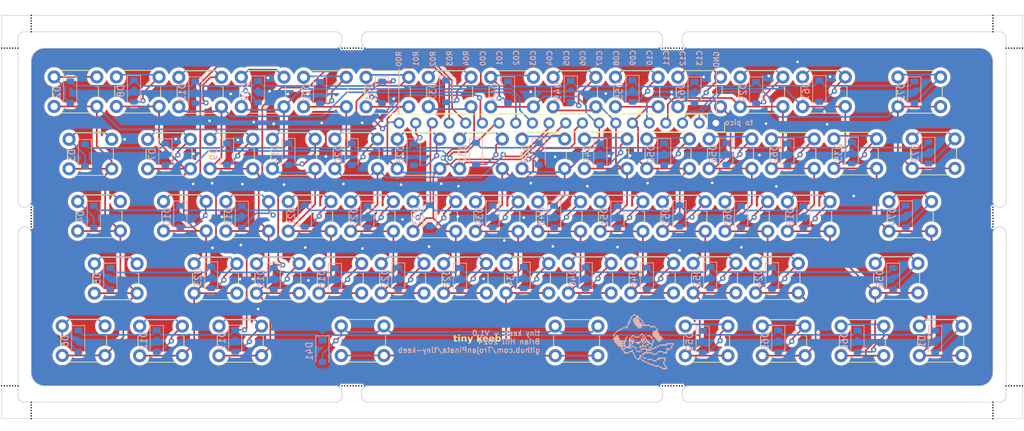
<source format=kicad_pcb>
(kicad_pcb (version 20221018) (generator pcbnew)
  (layers (0 "F.Cu" signal) (31 "B.Cu" signal) (34 "B.Paste" user) (35 "F.Paste" user) (36 "B.SilkS" user "B.Silkscreen") (37 "F.SilkS" user "F.Silkscreen") (38 "B.Mask" user) (39 "F.Mask" user) (44 "Edge.Cuts" user))
  (net 0 "")
  (net 1 "Board_0-/col0")
  (net 2 "Board_0-/col1")
  (net 3 "Board_0-/col10")
  (net 4 "Board_0-/col11")
  (net 5 "Board_0-/col12")
  (net 6 "Board_0-/col13")
  (net 7 "Board_0-/col2")
  (net 8 "Board_0-/col3")
  (net 9 "Board_0-/col4")
  (net 10 "Board_0-/col5")
  (net 11 "Board_0-/col6")
  (net 12 "Board_0-/col7")
  (net 13 "Board_0-/col8")
  (net 14 "Board_0-/col9")
  (net 15 "Board_0-/row0")
  (net 16 "Board_0-/row1")
  (net 17 "Board_0-/row2")
  (net 18 "Board_0-/row3")
  (net 19 "Board_0-/row4")
  (net 20 "Board_0-GND")
  (net 21 "Board_0-Net-(D1-A)")
  (net 22 "Board_0-Net-(D10-A)")
  (net 23 "Board_0-Net-(D11-A)")
  (net 24 "Board_0-Net-(D12-A)")
  (net 25 "Board_0-Net-(D13-A)")
  (net 26 "Board_0-Net-(D14-A)")
  (net 27 "Board_0-Net-(D15-A)")
  (net 28 "Board_0-Net-(D16-A)")
  (net 29 "Board_0-Net-(D17-A)")
  (net 30 "Board_0-Net-(D18-A)")
  (net 31 "Board_0-Net-(D19-A)")
  (net 32 "Board_0-Net-(D2-A)")
  (net 33 "Board_0-Net-(D20-A)")
  (net 34 "Board_0-Net-(D21-A)")
  (net 35 "Board_0-Net-(D22-A)")
  (net 36 "Board_0-Net-(D23-A)")
  (net 37 "Board_0-Net-(D24-A)")
  (net 38 "Board_0-Net-(D25-A)")
  (net 39 "Board_0-Net-(D26-A)")
  (net 40 "Board_0-Net-(D27-A)")
  (net 41 "Board_0-Net-(D28-A)")
  (net 42 "Board_0-Net-(D29-A)")
  (net 43 "Board_0-Net-(D3-A)")
  (net 44 "Board_0-Net-(D31-A)")
  (net 45 "Board_0-Net-(D32-A)")
  (net 46 "Board_0-Net-(D33-A)")
  (net 47 "Board_0-Net-(D34-A)")
  (net 48 "Board_0-Net-(D35-A)")
  (net 49 "Board_0-Net-(D37-A)")
  (net 50 "Board_0-Net-(D38-A)")
  (net 51 "Board_0-Net-(D39-A)")
  (net 52 "Board_0-Net-(D4-A)")
  (net 53 "Board_0-Net-(D40-A)")
  (net 54 "Board_0-Net-(D41-A)")
  (net 55 "Board_0-Net-(D43-A)")
  (net 56 "Board_0-Net-(D44-A)")
  (net 57 "Board_0-Net-(D45-A)")
  (net 58 "Board_0-Net-(D46-A)")
  (net 59 "Board_0-Net-(D49-A)")
  (net 60 "Board_0-Net-(D5-A)")
  (net 61 "Board_0-Net-(D50-A)")
  (net 62 "Board_0-Net-(D51-A)")
  (net 63 "Board_0-Net-(D52-A)")
  (net 64 "Board_0-Net-(D55-A)")
  (net 65 "Board_0-Net-(D56-A)")
  (net 66 "Board_0-Net-(D57-A)")
  (net 67 "Board_0-Net-(D58-A)")
  (net 68 "Board_0-Net-(D59-A)")
  (net 69 "Board_0-Net-(D6-A)")
  (net 70 "Board_0-Net-(D61-A)")
  (net 71 "Board_0-Net-(D62-A)")
  (net 72 "Board_0-Net-(D63-A)")
  (net 73 "Board_0-Net-(D65-A)")
  (net 74 "Board_0-Net-(D66-A)")
  (net 75 "Board_0-Net-(D67-A)")
  (net 76 "Board_0-Net-(D7-A)")
  (net 77 "Board_0-Net-(D72-A)")
  (net 78 "Board_0-Net-(D73-A)")
  (net 79 "Board_0-Net-(D74-A)")
  (net 80 "Board_0-Net-(D8-A)")
  (net 81 "Board_0-Net-(D9-A)")
  (footprint "Button_Switch_THT:SW_PUSH_6mm_square_top" (layer "F.Cu") (at 203.831 57.819)
    (fp_text reference "SW58" hide)
    (fp_text value "SW_RSHIFT")
  )
  (footprint "Button_Switch_THT:SW_PUSH_6mm_square_top" (layer "F.Cu") (at 123.921 48.421)
    (fp_text reference "SW27" hide)
    (fp_text value "SW_F")
  )
  (footprint "NPTH" (layer "F.Cu") (at 225 25)
    (fp_text reference "KiKit_MB_13_4" hide)
    (fp_text value "NPTH" hide)
  )
  (footprint "NPTH" (layer "F.Cu") (at 72.833334 25)
    (fp_text reference "KiKit_MB_11_6" hide)
    (fp_text value "NPTH" hide)
  )
  (footprint "Button_Switch_THT:SW_PUSH_6mm_square_top" (layer "F.Cu") (at 88.23 29.395)
    (fp_text reference "SW8" hide)
    (fp_text value "SW_1")
  )
  (footprint "NPTH" (layer "F.Cu") (at 75.25 20.833334)
    (fp_text reference "KiKit_MB_7_3" hide)
    (fp_text value "NPTH" hide)
  )
  (footprint "NPTH" (layer "F.Cu") (at 225.833333 25)
    (fp_text reference "KiKit_MB_13_6" hide)
    (fp_text value "NPTH" hide)
  )
  (footprint "Button_Switch_THT:SW_PUSH_6mm_square_top" (layer "F.Cu") (at 103.847 67.394)
    (fp_text reference "SW17" hide)
    (fp_text value "SW_LALT")
  )
  (footprint "Button_Switch_THT:SW_PUSH_6mm_square_top" (layer "F.Cu") (at 102.497 38.887)
    (fp_text reference "SW9" hide)
    (fp_text value "SW_W")
  )
  (footprint "Button_Switch_THT:SW_PUSH_6mm_square_top" (layer "F.Cu") (at 154.757 29.449)
    (fp_text reference "SW49" hide)
    (fp_text value "SW_8")
  )
  (footprint "Button_Switch_THT:SW_PUSH_6mm_square_top" (layer "F.Cu") (at 166.594 57.831)
    (fp_text reference "SW46" hide)
    (fp_text value "SW_,")
  )
  (footprint "Button_Switch_THT:SW_PUSH_6mm_square_top" (layer "F.Cu") (at 161.928 48.44)
    (fp_text reference "SW51" hide)
    (fp_text value "SW_K")
  )
  (footprint "NPTH" (layer "F.Cu") (at 225 76.5)
    (fp_text reference "KiKit_MB_14_4" hide)
    (fp_text value "NPTH" hide)
  )
  (footprint "NPTH" (layer "F.Cu") (at 221.75 22.5)
    (fp_text reference "KiKit_MB_8_7" hide)
    (fp_text value "NPTH" hide)
  )
  (footprint "NPTH" (layer "F.Cu") (at 221.75 80.25)
    (fp_text reference "KiKit_MB_10_4" hide)
    (fp_text value "NPTH" hide)
  )
  (footprint "NPTH" (layer "F.Cu") (at 226.25 76.5)
    (fp_text reference "KiKit_MB_14_7" hide)
    (fp_text value "NPTH" hide)
  )
  (footprint "NPTH" (layer "F.Cu") (at 71.583334 76.5)
    (fp_text reference "KiKit_MB_12_3" hide)
    (fp_text value "NPTH" hide)
  )
  (footprint "Button_Switch_THT:SW_PUSH_6mm_square_top" (layer "F.Cu") (at 171.432 48.434)
    (fp_text reference "SW57" hide)
    (fp_text value "SW_L")
  )
  (footprint "NPTH" (layer "F.Cu") (at 173.559523 25)
    (fp_text reference "KiKit_MB_4_6" hide)
    (fp_text value "NPTH" hide)
  )
  (footprint "NPTH" (layer "F.Cu") (at 221.75 50.964285)
    (fp_text reference "KiKit_MB_2_5" hide)
    (fp_text value "NPTH" hide)
  )
  (footprint "Button_Switch_THT:SW_PUSH_6mm_square_top" (layer "F.Cu") (at 142.928 48.448)
    (fp_text reference "SW39" hide)
    (fp_text value "SW_H")
  )
  (footprint "NPTH" (layer "F.Cu") (at 172.70238 25)
    (fp_text reference "KiKit_MB_4_4" hide)
    (fp_text value "NPTH" hide)
  )
  (footprint "NPTH" (layer "F.Cu") (at 123.869048 76.5)
    (fp_text reference "KiKit_MB_5_5" hide)
    (fp_text value "NPTH" hide)
  )
  (footprint "Button_Switch_THT:SW_PUSH_6mm_square_top" (layer "F.Cu") (at 107.253 29.428)
    (fp_text reference "SW19" hide)
    (fp_text value "SW_3")
  )
  (footprint "Button_Switch_THT:SW_PUSH_6mm_square_top" (layer "F.Cu") (at 145.258 29.447)
    (fp_text reference "SW43" hide)
    (fp_text value "SW_7")
  )
  (footprint "NPTH" (layer "F.Cu") (at 75.25 80.25)
    (fp_text reference "KiKit_MB_9_4" hide)
    (fp_text value "NPTH" hide)
  )
  (footprint "Button_Switch_THT:SW_PUSH_6mm_square_top" (layer "F.Cu") (at 209.458 38.833)
    (fp_text reference "SW73" hide)
    (fp_text value "SW_\\")
  )
  (footprint "NPTH" (layer "F.Cu") (at 224.583333 25)
    (fp_text reference "KiKit_MB_13_3" hide)
    (fp_text value "NPTH" hide)
  )
  (footprint "Button_Switch_THT:SW_PUSH_6mm_square_top" (layer "F.Cu") (at 185.597 57.827)
    (fp_text reference "SW24" hide)
    (fp_text value "SW_/")
  )
  (footprint "NPTH" (layer "F.Cu") (at 75.25 21.666667)
    (fp_text reference "KiKit_MB_7_5" hide)
    (fp_text value "NPTH" hide)
  )
  (footprint "Button_Switch_THT:SW_PUSH_6mm_square_top" (layer "F.Cu") (at 190.437 48.425)
    (fp_text reference "SW18" hide)
    (fp_text value "SW_'")
  )
  (footprint "NPTH" (layer "F.Cu") (at 171.845238 76.5)
    (fp_text reference "KiKit_MB_6_7" hide)
    (fp_text value "NPTH" hide)
  )
  (footprint "NPTH" (layer "F.Cu") (at 70.75 76.5)
    (fp_text reference "KiKit_MB_12_1" hide)
    (fp_text value "NPTH" hide)
  )
  (footprint "NPTH" (layer "F.Cu") (at 224.583333 76.5)
    (fp_text reference "KiKit_MB_14_3" hide)
    (fp_text value "NPTH" hide)
  )
  (footprint "NPTH" (layer "F.Cu") (at 75.25 51.821428)
    (fp_text reference "KiKit_MB_1_2" hide)
    (fp_text value "NPTH" hide)
  )
  (footprint "Button_Switch_THT:SW_PUSH_6mm_square_top" (layer "F.Cu") (at 135.75 29.439)
    (fp_text reference "SW37" hide)
    (fp_text value "SW_6")
  )
  (footprint "NPTH" (layer "F.Cu") (at 70.75 25)
    (fp_text reference "KiKit_MB_11_1" hide)
    (fp_text value "NPTH" hide)
  )
  (footprint "NPTH" (layer "F.Cu") (at 221.75 79.416666)
    (fp_text reference "KiKit_MB_10_2" hide)
    (fp_text value "NPTH" hide)
  )
  (footprint "NPTH" (layer "F.Cu") (at 71.166667 25)
    (fp_text reference "KiKit_MB_11_2" hide)
    (fp_text value "NPTH" hide)
  )
  (footprint "NPTH" (layer "F.Cu") (at 75.25 81.083333)
    (fp_text reference "KiKit_MB_9_6" hide)
    (fp_text value "NPTH" hide)
  )
  (footprint "NPTH" (layer "F.Cu") (at 75.25 22.5)
    (fp_text reference "KiKit_MB_7_7" hide)
    (fp_text value "NPTH" hide)
  )
  (footprint "NPTH" (layer "F.Cu") (at 225.416666 76.5)
    (fp_text reference "KiKit_MB_14_5" hide)
    (fp_text value "NPTH" hide)
  )
  (footprint "NPTH" (layer "F.Cu") (at 75.25 21.25)
    (fp_text reference "KiKit_MB_7_4" hide)
    (fp_text value "NPTH" hide)
  )
  (footprint "Button_Switch_THT:SW_PUSH_6mm_square_top" (layer "F.Cu") (at 152.428 48.44)
    (fp_text reference "SW45" hide)
    (fp_text value "SW_J")
  )
  (footprint "NPTH" (layer "F.Cu") (at 221.75 51.821428)
    (fp_text reference "KiKit_MB_2_7" hide)
    (fp_text value "NPTH" hide)
  )
  (footprint "NPTH" (layer "F.Cu") (at 173.988095 25)
    (fp_text reference "KiKit_MB_4_7" hide)
    (fp_text value "NPTH" hide)
  )
  (footprint "NPTH" (layer "F.Cu") (at 75.25 81.5)
    (fp_text reference "KiKit_MB_9_7" hide)
    (fp_text value "NPTH" hide)
  )
  (footprint "Button_Switch_THT:SW_PUSH_6mm_square_top" (layer "F.Cu") (at 188.024 38.847)
    (fp_text reference "SW62" hide)
    (fp_text value "SW_[")
  )
  (footprint "Button_Switch_THT:SW_PUSH_6mm_square_top" (layer "F.Cu") (at 197.529 38.838)
    (fp_text reference "SW35" hide)
    (fp_text value "SW_]")
  )
  (footprint "Button_Switch_THT:SW_PUSH_6mm_square_top" (layer "F.Cu") (at 126.26 29.441)
    (fp_text reference "SW31" hide)
    (fp_text value "SW_5")
  )
  (footprint "NPTH" (layer "F.Cu") (at 224.166666 25)
    (fp_text reference "KiKit_MB_13_2" hide)
    (fp_text value "NPTH" hide)
  )
  (footprint "NPTH" (layer "F.Cu") (at 72.416667 25)
    (fp_text reference "KiKit_MB_11_5" hide)
    (fp_text value "NPTH" hide)
  )
  (footprint "Button_Switch_THT:SW_PUSH_6mm_square_top" (layer "F.Cu") (at 119.084 57.858)
    (fp_text reference "SW16" hide)
    (fp_text value "SW_C")
  )
  (footprint "Button_Switch_THT:SW_PUSH_6mm_square_top" (layer "F.Cu") (at 205.899 48.407)
    (fp_text reference "SW74" hide)
    (fp_text value "SW_ENTER")
  )
  (footprint "Button_Switch_THT:SW_PUSH_6mm_square_top" (layer "F.Cu") (at 78.743 29.392)
    (fp_text reference "SW2" hide)
    (fp_text value "SW_ESC")
  )
  (footprint "NPTH" (layer "F.Cu") (at 172.273809 25)
    (fp_text reference "KiKit_MB_4_3" hide)
    (fp_text value "NPTH" hide)
  )
  (footprint "NPTH" (layer "F.Cu") (at 221.75 21.666667)
    (fp_text reference "KiKit_MB_8_5" hide)
    (fp_text value "NPTH" hide)
  )
  (footprint "NPTH" (layer "F.Cu") (at 221.75 52.25)
    (fp_text reference "KiKit_MB_2_8" hide)
    (fp_text value "NPTH" hide)
  )
  (footprint "Button_Switch_THT:SW_PUSH_6mm_square_top" (layer "F.Cu") (at 133.425 48.431)
    (fp_text reference "SW33" hide)
    (fp_text value "SW_G")
  )
  (footprint "NPTH" (layer "F.Cu") (at 75.25 49.678572)
    (fp_text reference "KiKit_MB_1_7" hide)
    (fp_text value "NPTH" hide)
  )
  (footprint "NPTH" (layer "F.Cu") (at 75.25 80.666666)
    (fp_text reference "KiKit_MB_9_5" hide)
    (fp_text value "NPTH" hide)
  )
  (footprint "Button_Switch_THT:SW_PUSH_6mm_square_top" (layer "F.Cu") (at 150.013 38.864)
    (fp_text reference "SW38" hide)
    (fp_text value "SW_U")
  )
  (footprint "Button_Switch_THT:SW_PUSH_6mm_square_top" (layer "F.Cu") (at 210.545 67.383)
    (fp_text reference "SW1" hide)
    (fp_text value "SW_RCTRL")
  )
  (footprint "NPTH" (layer "F.Cu") (at 122.583334 76.5)
    (fp_text reference "KiKit_MB_5_8" hide)
    (fp_text value "NPTH" hide)
  )
  (footprint "NPTH" (layer "F.Cu") (at 73.25 25)
    (fp_text reference "KiKit_MB_11_7" hide)
    (fp_text value "NPTH" hide)
  )
  (footprint "NPTH" (layer "F.Cu") (at 123.440477 76.5)
    (fp_text reference "KiKit_MB_5_6" hide)
    (fp_text value "NPTH" hide)
  )
  (footprint "NPTH" (layer "F.Cu") (at 173.130952 76.5)
    (fp_text reference "KiKit_MB_6_4" hide)
    (fp_text value "NPTH" hide)
  )
  (footprint "NPTH" (layer "F.Cu") (at 125.583334 25)
    (fp_text reference "KiKit_MB_3_8" hide)
    (fp_text value "NPTH" hide)
  )
  (footprint "Button_Switch_THT:SW_PUSH_6mm_square_top" (layer "F.Cu") (at 116.747 29.439)
    (fp_text reference "SW25" hide)
    (fp_text value "SW_4")
  )
  (footprint "NPTH" (layer "F.Cu") (at 75.25 50.964285)
    (fp_text reference "KiKit_MB_1_4" hide)
    (fp_text value "NPTH" hide)
  )
  (footprint "NPTH" (layer "F.Cu") (at 123.011905 25)
    (fp_text reference "KiKit_MB_3_2" hide)
    (fp_text value "NPTH" hide)
  )
  (footprint "NPTH" (layer "F.Cu") (at 122.583334 25)
    (fp_text reference "KiKit_MB_3_1" hide)
    (fp_text value "NPTH" hide)
  )
  (footprint "Button_Switch_THT:SW_PUSH_6mm_square_top" (layer "F.Cu") (at 174.889 67.398)
    (fp_text reference "SW59" hide)
    (fp_text value "SW_RALT")
  )
  (footprint "Button_Switch_THT:SW_PUSH_6mm_square_top" (layer "F.Cu") (at 92.992 38.896)
    (fp_text reference "SW7" hide)
    (fp_text value "SW_Q")
  )
  (footprint "NPTH" (layer "F.Cu") (at 124.726191 25)
    (fp_text reference "KiKit_MB_3_6" hide)
    (fp_text value "NPTH" hide)
  )
  (footprint "NPTH" (layer "F.Cu") (at 221.75 81.083333)
    (fp_text reference "KiKit_MB_10_6" hide)
    (fp_text value "NPTH" hide)
  )
  (footprint "Button_Switch_THT:SW_PUSH_6mm_square_top" (layer "F.Cu") (at 180.934 48.429)
    (fp_text reference "SW63" hide)
    (fp_text value "SW_;")
  )
  (footprint "Button_Switch_THT:SW_PUSH_6mm_square_top" (layer "F.Cu") (at 183.258 29.419)
    (fp_text reference "SW29" hide)
    (fp_text value "SW_-")
  )
  (footprint "Button_Switch_THT:SW_PUSH_6mm_square_top" (layer "F.Cu") (at 128.982 71.874 180)
    (fp_text reference "SW30" hide)
    (fp_text value "SW_SPACE2")
  )
  (footprint "NPTH" (layer "F.Cu") (at 71.583334 25)
    (fp_text reference "KiKit_MB_11_3" hide)
    (fp_text value "NPTH" hide)
  )
  (footprint "NPTH" (layer "F.Cu") (at 173.130952 25)
    (fp_text reference "KiKit_MB_4_5" hide)
    (fp_text value "NPTH" hide)
  )
  (footprint "Button_Switch_THT:SW_PUSH_6mm_square_top" (layer "F.Cu") (at 155.077 67.399)
    (fp_text reference "SW41" hide)
    (fp_text value "SW_SPACE")
  )
  (footprint "NPTH" (layer "F.Cu") (at 171.416666 76.5)
    (fp_text reference "KiKit_MB_6_8" hide)
    (fp_text value "NPTH" hide)
  )
  (footprint "NPTH" (layer "F.Cu") (at 75.25 79.833333)
    (fp_text reference "KiKit_MB_9_3" hide)
    (fp_text value "NPTH" hide)
  )
  (footprint "NPTH" (layer "F.Cu") (at 225.833333 76.5)
    (fp_text reference "KiKit_MB_14_6" hide)
    (fp_text value "NPTH" hide)
  )
  (footprint "NPTH" (layer "F.Cu") (at 224.166666 76.5)
    (fp_text reference "KiKit_MB_14_2" hide)
    (fp_text value "NPTH" hide)
  )
  (footprint "NPTH" (layer "F.Cu") (at 221.75 79)
    (fp_text reference "KiKit_MB_10_1" hide)
    (fp_text value "NPTH" hide)
  )
  (footprint "Button_Switch_THT:SW_PUSH_6mm_square_top" (layer "F.Cu") (at 169.02 38.857)
    (fp_text reference "SW50" hide)
    (fp_text value "SW_O")
  )
  (footprint "Button_Switch_THT:SW_PUSH_6mm_square_top" (layer "F.Cu") (at 131.009 38.871)
    (fp_text reference "SW26" hide)
    (fp_text value "SW_T")
  )
  (footprint "Button_Switch_THT:SW_PUSH_6mm_square_top" (layer "F.Cu") (at 173.755 29.427)
    (fp_text reference "SW61" hide)
    (fp_text value "SW_0")
  )
  (footprint "Button_Switch_THT:SW_PUSH_6mm_square_top" (layer "F.Cu") (at 79.991 67.369)
    (fp_text reference "SW6" hide)
    (fp_text value "SW_LCTRL")
  )
  (footprint "NPTH" (layer "F.Cu") (at 73.25 76.5)
    (fp_text reference "KiKit_MB_12_7" hide)
    (fp_text value "NPTH" hide)
  )
  (footprint "NPTH" (layer "F.Cu") (at 125.583334 76.5)
    (fp_text reference "KiKit_MB_5_1" hide)
    (fp_text value "NPTH" hide)
  )
  (footprint "NPTH" (layer "F.Cu") (at 75.25 79.416666)
    (fp_text reference "KiKit_MB_9_2" hide)
    (fp_text value "NPTH" hide)
  )
  (footprint "NPTH" (layer "F.Cu") (at 123.869048 25)
    (fp_text reference "KiKit_MB_3_4" hide)
    (fp_text value "NPTH" hide)
  )
  (footprint "Button_Switch_THT:SW_PUSH_6mm_square_top" (layer "F.Cu") (at 138.085 57.856)
    (fp_text reference "SW28" hide)
    (fp_text value "SW_B")
  )
  (footprint "NPTH" (layer "F.Cu") (at 221.75 79.833333)
    (fp_text reference "KiKit_MB_10_3" hide)
    (fp_text value "NPTH" hide)
  )
  (footprint "NPTH" (layer "F.Cu") (at 221.75 20)
    (fp_text reference "KiKit_MB_8_1" hide)
    (fp_text value "NPTH" hide)
  )
  (footprint "NPTH" (layer "F.Cu") (at 172.70238 76.5)
    (fp_text reference "KiKit_MB_6_5" hide)
    (fp_text value "NPTH" hide)
  )
  (footprint "Button_Switch_THT:SW_PUSH_6mm_square_top" (layer "F.Cu") (at 198.616 67.397)
    (fp_text reference "SW66" hide)
    (fp_text value "SW_FN")
  )
  (footprint "Button_Switch_THT:SW_PUSH_6mm_square_top" (layer "F.Cu") (at 140.512 38.866)
    (fp_text reference "SW32" hide)
    (fp_text value "SW_Y")
  )
  (footprint "Button_Switch_THT:SW_PUSH_6mm_square_top" (layer "F.Cu") (at 91.772 67.398)
    (fp_text reference "SW12" hide)
    (fp_text value "SW_LWIN")
  )
  (footprint "NPTH" (layer "F.Cu") (at 75.25 79)
    (fp_text reference "KiKit_MB_9_1" hide)
    (fp_text value "NPTH" hide)
  )
  (footprint "NPTH" (layer "F.Cu") (at 173.988095 76.5)
    (fp_text reference "KiKit_MB_6_2" hide)
    (fp_text value "NPTH" hide)
  )
  (footprint "NPTH" (layer "F.Cu") (at 72.416667 76.5)
    (fp_text reference "KiKit_MB_12_5" hide)
    (fp_text value "NPTH" hide)
  )
  (footprint "Button_Switch_THT:SW_PUSH_6mm_square_top" (layer "F.Cu") (at 147.587 57.845)
    (fp_text reference "SW34" hide)
    (fp_text value "SW_N")
  )
  (footprint "NPTH" (layer "F.Cu") (at 174.416666 76.5)
    (fp_text reference "KiKit_MB_6_1" hide)
    (fp_text value "NPTH" hide)
  )
  (footprint "NPTH" (layer "F.Cu") (at 223.75 25)
    (fp_text reference "KiKit_MB_13_1" hide)
    (fp_text value "NPTH" hide)
  )
  (footprint "Button_Switch_THT:SW_PUSH_6mm_square_top" (layer "F.Cu") (at 82.336 48.387)
    (fp_text reference "SW4" hide)
    (fp_text value "SW_CAPS")
  )
  (footprint "NPTH" (layer "F.Cu") (at 221.75 51.392857)
    (fp_text reference "KiKit_MB_2_6" hide)
    (fp_text value "NPTH" hide)
  )
  (footprint "NPTH" (layer "F.Cu") (at 221.75 20.833334)
    (fp_text reference "KiKit_MB_8_3" hide)
    (fp_text value "NPTH" hide)
  )
  (footprint "NPTH" (layer "F.Cu") (at 75.25 52.25)
    (fp_text reference "KiKit_MB_1_1" hide)
    (fp_text value "NPTH" hide)
  )
  (footprint "Button_Switch_THT:SW_PUSH_6mm_square_top" (layer "F.Cu") (at 104.917 48.396)
    (fp_text reference "SW15" hide)
    (fp_text value "SW_S")
  )
  (footprint "NPTH" (layer "F.Cu") (at 124.726191 76.5)
    (fp_text reference "KiKit_MB_5_3" hide)
    (fp_text value "NPTH" hide)
  )
  (footprint "NPTH" (layer "F.Cu") (at 171.416666 25)
    (fp_text reference "KiKit_MB_4_1" hide)
    (fp_text value "NPTH" hide)
  )
  (footprint "NPTH" (layer "F.Cu") (at 75.25 51.392857)
    (fp_text reference "KiKit_MB_1_3" hide)
    (fp_text value "NPTH" hide)
  )
  (footprint "Button_Switch_THT:SW_PUSH_6mm_square_top" (layer "F.Cu") (at 159.516 38.862)
    (fp_text reference "SW44" hide)
    (fp_text value "SW_I")
  )
  (footprint "NPTH" (layer "F.Cu") (at 124.29762 25)
    (fp_text reference "KiKit_MB_3_5" hide)
    (fp_text value "NPTH" hide)
  )
  (footprint "NPTH" (layer "F.Cu") (at 75.25 22.083334)
    (fp_text reference "KiKit_MB_7_6" hide)
    (fp_text value "NPTH" hide)
  )
  (footprint "NPTH" (layer "F.Cu") (at 173.559523 76.5)
    (fp_text reference "KiKit_MB_6_3" hide)
    (fp_text value "NPTH" hide)
  )
  (footprint "Button_Switch_THT:SW_PUSH_6mm_square_top" (layer "F.Cu") (at 192.765 29.416)
    (fp_text reference "SW67" hide)
    (fp_text value "SW_=")
  )
  (footprint "NPTH" (layer "F.Cu") (at 72 76.5)
    (fp_text reference "KiKit_MB_12_4" hide)
    (fp_text value "NPTH" hide)
  )
  (footprint "NPTH" (layer "F.Cu") (at 71.166667 76.5)
    (fp_text reference "KiKit_MB_12_2" hide)
    (fp_text value "NPTH" hide)
  )
  (footprint "Button_Switch_THT:SW_PUSH_6mm_square_top" (layer "F.Cu") (at 84.881 57.871)
    (fp_text reference "SW5" hide)
    (fp_text value "SW_LSHIFT")
  )
  (footprint "NPTH" (layer "F.Cu") (at 221.75 49.25)
    (fp_text reference "KiKit_MB_2_1" hide)
    (fp_text value "NPTH" hide)
  )
  (footprint "NPTH" (layer "F.Cu") (at 123.440477 25)
    (fp_text reference "KiKit_MB_3_3" hide)
    (fp_text value "NPTH" hide)
  )
  (footprint "NPTH" (layer "F.Cu") (at 221.75 81.5)
    (fp_text reference "KiKit_MB_10_7" hide)
    (fp_text value "NPTH" hide)
  )
  (footprint "NPTH" (layer "F.Cu") (at 221.75 80.666666)
    (fp_text reference "KiKit_MB_10_5" hide)
    (fp_text value "NPTH" hide)
  )
  (footprint "NPTH" (layer "F.Cu") (at 123.011905 76.5)
    (fp_text reference "KiKit_MB_5_7" hide)
    (fp_text value "NPTH" hide)
  )
  (footprint "Button_Switch_THT:SW_PUSH_6mm_square_top" (layer "F.Cu") (at 109.577 57.863)
    (fp_text reference "SW11" hide)
    (fp_text value "SW_X")
  )
  (footprint "NPTH" (layer "F.Cu") (at 174.416666 25)
    (fp_text reference "KiKit_MB_4_8" hide)
    (fp_text value "NPTH" hide)
  )
  (footprint "NPTH" (layer "F.Cu") (at 75.25 20)
    (fp_text reference "KiKit_MB_7_1" hide)
    (fp_text value "NPTH" hide)
  )
  (footprint "Button_Switch_THT:SW_PUSH_6mm_square_top" (layer "F.Cu") (at 112.004 38.879)
    (fp_text reference "SW14" hide)
    (fp_text value "SW_E")
  )
  (footprint "Button_Switch_THT:SW_PUSH_6mm_square_top" (layer "F.Cu") (at 121.506 38.874)
    (fp_text reference "SW20" hide)
    (fp_text value "SW_R")
  )
  (footprint "NPTH" (layer "F.Cu") (at 124.29762 76.5)
    (fp_text reference "KiKit_MB_5_4" hide)
    (fp_text value "NPTH" hide)
  )
  (footprint "NPTH" (layer "F.Cu") (at 75.25 50.107143)
    (fp_text reference "KiKit_MB_1_6" hide)
    (fp_text value "NPTH" hide)
  )
  (footprint "Button_Switch_THT:SW_PUSH_6mm_square_top" (layer "F.Cu") (at 81.018 38.899)
    (fp_text reference "SW3" hide)
    (fp_text value "SW_TAB")
  )
  (footprint "NPTH" (layer "F.Cu") (at 72.833334 76.5)
    (fp_text reference "KiKit_MB_12_6" hide)
    (fp_text value "NPTH" hide)
  )
  (footprint "NPTH" (layer "F.Cu") (at 172.273809 76.5)
    (fp_text reference "KiKit_MB_6_6" hide)
    (fp_text value "NPTH" hide)
  )
  (footprint "Button_Switch_THT:SW_PUSH_6mm_square_top" (layer "F.Cu") (at 186.623 67.395)
    (fp_text reference "SW65" hide)
    (fp_text value "SW_RWIN")
  )
  (footprint "NPTH" (layer "F.Cu") (at 72 25)
    (fp_text reference "KiKit_MB_11_4" hide)
    (fp_text value "NPTH" hide)
  )
  (footprint "NPTH" (layer "F.Cu") (at 171.845238 25)
    (fp_text reference "KiKit_MB_4_2" hide)
    (fp_text value "NPTH" hide)
  )
  (footprint "NPTH" (layer "F.Cu") (at 226.25 25)
    (fp_text reference "KiKit_MB_13_7" hide)
    (fp_text value "NPTH" hide)
  )
  (footprint "Button_Switch_THT:SW_PUSH_6mm_square_top" (layer "F.Cu") (at 97.737 29.44)
    (fp_text reference "SW13" hide)
    (fp_text value "SW_2")
  )
  (footprint "Button_Switch_THT:SW_PUSH_6mm_square_top" (layer "F.Cu") (at 157.089 57.839)
    (fp_text reference "SW40" hide)
    (fp_text value "SW_M")
  )
  (footprint "NPTH" (layer "F.Cu") (at 75.25 20.416667)
    (fp_text reference "KiKit_MB_7_2" hide)
    (fp_text value "NPTH" hide)
  )
  (footprint "NPTH" (layer "F.Cu") (at 75.25 49.25)
    (fp_text reference "KiKit_MB_1_8" hide)
    (fp_text value "NPTH" hide)
  )
  (footprint "NPTH" (layer "F.Cu") (at 221.75 22.083334)
    (fp_text reference "KiKit_MB_8_6" hide)
    (fp_text value "NPTH" hide)
  )
  (footprint "Button_Switch_THT:SW_PUSH_6mm_square_top" (layer "F.Cu") (at 176.096 57.822)
    (fp_text reference "SW52" hide)
    (fp_text value "SW_.")
  )
  (footprint "NPTH" (layer "F.Cu") (at 221.75 21.25)
    (fp_text reference "KiKit_MB_8_4" hide)
    (fp_text value "NPTH" hide)
  )
  (footprint "NPTH" (layer "F.Cu") (at 75.25 50.535715)
    (fp_text reference "KiKit_MB_1_5" hide)
    (fp_text value "NPTH" hide)
  )
  (footprint "Connector_PinSocket_2.54mm:PinSocket_1x20_P2.54mm_Vertical" (layer "F.Cu") (at 179.54 36.422 -90)
    (fp_text reference "J2" hide)
    (fp_text value "Conn_01x20_Socket")
  )
  (footprint "Button_Switch_THT:SW_PUSH_6mm_square_top" (layer "F.Cu") (at 128.584 57.856)
    (fp_text reference "SW22" hide)
    (fp_text value "SW_V")
  )
  (footprint "Button_Switch_THT:SW_PUSH_6mm_square_top" (layer "F.Cu") (at 95.406 48.379)
    (fp_text reference "SW10" hide)
    (fp_text value "SW_A")
  )
  (footprint "NPTH" (layer "F.Cu") (at 221.75 50.535715)
    (fp_text reference "KiKit_MB_2_4" hide)
    (fp_text value "NPTH" hide)
  )
  (footprint "Button_Switch_THT:SW_PUSH_6mm_square_top" (layer "F.Cu") (at 114.419 48.407)
    (fp_text reference "SW21" hide)
    (fp_text value "SW_D")
  )
  (footprint "NPTH" (layer "F.Cu") (at 223.75 76.5)
    (fp_text reference "KiKit_MB_14_1" hide)
    (fp_text value "NPTH" hide)
  )
  (footprint "Button_Switch_THT:SW_PUSH_6mm_square_top" (layer "F.Cu") (at 207.276 29.417)
    (fp_text reference "SW72" hide)
    (fp_text value "SW_BACKSPACE")
  )
  (footprint "NPTH" (layer "F.Cu") (at 225.416666 25)
    (fp_text reference "KiKit_MB_13_5" hide)
    (fp_text value "NPTH" hide)
  )
  (footprint "Button_Switch_THT:SW_PUSH_6mm_square_top" (layer "F.Cu") (at 100.076 57.869)
    (fp_text reference "SW23" hide)
    (fp_text value "SW_Z")
  )
  (footprint "NPTH" (layer "F.Cu") (at 221.75 50.107143)
    (fp_text reference "KiKit_MB_2_3" hide)
    (fp_text value "NPTH" hide)
  )
  (footprint "NPTH" (layer "F.Cu") (at 221.75 49.678572)
    (fp_text reference "KiKit_MB_2_2" hide)
    (fp_text value "NPTH" hide)
  )
  (footprint "NPTH" (layer "F.Cu") (at 125.154762 25)
    (fp_text reference "KiKit_MB_3_7" hide)
    (fp_text value "NPTH" hide)
  )
  (footprint "Button_Switch_THT:SW_PUSH_6mm_square_top" (layer "F.Cu") (at 164.249 29.435)
    (fp_text reference "SW55" hide)
    (fp_text value "SW_9")
  )
  (footprint "NPTH" (layer "F.Cu") (at 221.75 20.416667)
    (fp_text reference "KiKit_MB_8_2" hide)
    (fp_text value "NPTH" hide)
  )
  (footprint "NPTH" (layer "F.Cu") (at 125.154762 76.5)
    (fp_text reference "KiKit_MB_5_2" hide)
    (fp_text value "NPTH" hide)
  )
  (footprint "Button_Switch_THT:SW_PUSH_6mm_square_top" (layer "F.Cu") (at 178.52 38.854)
    (fp_text reference "SW56" hide)
    (fp_text value "SW_P")
  )
  (footprint "Diode_SMD:D_SOD-123" (layer "B.Cu") (at 124.057 41.1615 -90)
    (fp_text reference "D20")
    (fp_text value "D")
  )
  (footprint "Diode_SMD:D_SOD-123" (layer "B.Cu") (at 116.924 50.61 -90)
    (fp_text reference "D21")
    (fp_text value "D")
  )
  (footprint "Diode_SMD:D_SOD-123" (layer "B.Cu") (at 112.195 60.1495 -90)
    (fp_text reference "D11")
    (fp_text value "D")
  )
  (footprint "Diode_SMD:D_SOD-123" (layer "B.Cu") (at 105.08 41.1405 -90)
    (fp_text reference "D9")
    (fp_text value "D")
  )
  (footprint "Diode_SMD:D_SOD-123" (layer "B.Cu") (at 135.933 50.59 -90)
    (fp_text reference "D33")
    (fp_text value "D")
  )
  (footprint "Diode_SMD:D_SOD-123" (layer "B.Cu") (at 192.887 50.7185 -90)
    (fp_text reference "D18")
    (fp_text value "D")
  )
  (footprint "Diode_SMD:D_SOD-123" (layer "B.Cu") (at 185.673 31.764 -90)
    (fp_text reference "D29")
    (fp_text value "D")
  )
  (footprint "Diode_SMD:D_SOD-123" (layer "B.Cu") (at 119.61 71.2315 -90)
    (fp_text reference "D41")
    (fp_text value "D")
  )
  (footprint "Diode_SMD:D_SOD-123" (layer "B.Cu") (at 174.006 50.59 -90)
    (fp_text reference "D57")
    (fp_text value "D")
  )
  (footprint "Diode_SMD:D_SOD-123" (layer "B.Cu") (at 211.915 40.958 -90)
    (fp_text reference "D73")
    (fp_text value "D")
  )
  (footprint "Diode_SMD:D_SOD-123" (layer "B.Cu") (at 131.154 60.0985 -90)
    (fp_text reference "D22")
    (fp_text value "D")
  )
  (footprint "Diode_SMD:D_SOD-123" (layer "B.Cu") (at 109.791 31.617 -90)
    (fp_text reference "D19")
    (fp_text value "D")
  )
  (footprint "Diode_SMD:D_SOD-123" (layer "B.Cu") (at 126.459 50.6965 -90)
    (fp_text reference "D27")
    (fp_text value "D")
  )
  (footprint "Diode_SMD:D_SOD-123" (layer "B.Cu") (at 177.536 69.762 -90)
    (fp_text reference "D59")
    (fp_text value "D")
  )
  (footprint "Diode_SMD:D_SOD-123" (layer "B.Cu") (at 147.882 31.71 -90)
    (fp_text reference "D43")
    (fp_text value "D")
  )
  (footprint "Diode_SMD:D_SOD-123" (layer "B.Cu") (at 106.334 69.6215 -90)
    (fp_text reference "D17")
    (fp_text value "D")
  )
  (footprint "Diode_SMD:D_SOD-123" (layer "B.Cu") (at 90.905 31.5275 -90)
    (fp_text reference "D8")
    (fp_text value "D")
  )
  (footprint "Diode_SMD:D_SOD-123" (layer "B.Cu") (at 107.331 50.7075 -90)
    (fp_text reference "D15")
    (fp_text value "D")
  )
  (footprint "Diode_SMD:D_SOD-123" (layer "B.Cu") (at 183.388 50.7115 -90)
    (fp_text reference "D63")
    (fp_text value "D")
  )
  (footprint "Diode_SMD:D_SOD-123" (layer "B.Cu") (at 154.904 50.6935 -90)
    (fp_text reference "D45")
    (fp_text value "D")
  )
  (footprint "Diode_SMD:D_SOD-123" (layer "B.Cu") (at 100.247 31.7445 -90)
    (fp_text reference "D13")
    (fp_text value "D")
  )
  (footprint "Diode_SMD:D_SOD-123" (layer "B.Cu") (at 178.677 60.0085 -90)
    (fp_text reference "D52")
    (fp_text value "D")
  )
  (footprint "LOGO" (layer "B.Cu") (at 167.905 69.98 180)
    (fp_text reference "G***" hide)
    (fp_text value "LOGO" hide)
  )
  (footprint "Diode_SMD:D_SOD-123" (layer "B.Cu") (at 133.507 41.196 -90)
    (fp_text reference "D26")
    (fp_text value "D")
  )
  (footprint "Diode_SMD:D_SOD-123" (layer "B.Cu") (at 83.437 41.3075 -90)
    (fp_text reference "D3")
    (fp_text value "D")
  )
  (footprint "Diode_SMD:D_SOD-123" (layer "B.Cu") (at 190.44 41.175 -90)
    (fp_text reference "D62")
    (fp_text value "D")
  )
  (footprint "Diode_SMD:D_SOD-123" (layer "B.Cu") (at 161.945 41.182 -90)
    (fp_text reference "D44")
    (fp_text value "D")
  )
  (footprint "Diode_SMD:D_SOD-123" (layer "B.Cu") (at 94.381 69.653 -90)
    (fp_text reference "D12")
    (fp_text value "D")
  )
  (footprint "Diode_SMD:D_SOD-123" (layer "B.Cu") (at 169.033 60.11 -90)
    (fp_text reference "D46")
    (fp_text value "D")
  )
  (footprint "Diode_SMD:D_SOD-123" (layer "B.Cu") (at 114.438 41.1285 -90)
    (fp_text reference "D14")
    (fp_text value "D")
  )
  (footprint "Diode_SMD:D_SOD-123" (layer "B.Cu") (at 145.546 50.6665 -90)
    (fp_text reference "D39")
    (fp_text value "D")
  )
  (footprint "Diode_SMD:D_SOD-123" (layer "B.Cu") (at 188.099 60.0745 -90)
    (fp_text reference "D24")
    (fp_text value "D")
  )
  (footprint "Diode_SMD:D_SOD-123" (layer "B.Cu") (at 152.553 41.14 -90)
    (fp_text reference "D38")
    (fp_text value "D")
  )
  (footprint "Diode_SMD:D_SOD-123" (layer "B.Cu") (at 181.121 41.1075 -90)
    (fp_text reference "D56")
    (fp_text value "D")
  )
  (footprint "Diode_SMD:D_SOD-123" (layer "B.Cu") (at 206.539 60.149 -90)
    (fp_text reference "D58")
    (fp_text value "D")
  )
  (footprint "Diode_SMD:D_SOD-123" (layer "B.Cu") (at 95.684 41.1955 -90)
    (fp_text reference "D7")
    (fp_text value "D")
  )
  (footprint "Diode_SMD:D_SOD-123" (layer "B.Cu") (at 140.559 60.142 -90)
    (fp_text reference "D28")
    (fp_text value "D")
  )
  (footprint "Diode_SMD:D_SOD-123" (layer "B.Cu") (at 208.476 50.6645 -90)
    (fp_text reference "D74")
    (fp_text value "D")
  )
  (footprint "Diode_SMD:D_SOD-123" (layer "B.Cu") (at 150.271 59.986 -90)
    (fp_text reference "D34")
    (fp_text value "D")
  )
  (footprint "Diode_SMD:D_SOD-123" (layer "B.Cu") (at 209.779 31.725 -90)
    (fp_text reference "D72")
    (fp_text value "D")
  )
  (footprint "Diode_SMD:D_SOD-123" (layer "B.Cu") (at 176.287 31.744 -90)
    (fp_text reference "D61")
    (fp_text value "D")
  )
  (footprint "Diode_SMD:D_SOD-123" (layer "B.Cu") (at 157.441 31.6035 -90)
    (fp_text reference "D49")
    (fp_text value "D")
  )
  (footprint "Diode_SMD:D_SOD-123" (layer "B.Cu") (at 87.299 60.1595 -90)
    (fp_text reference "D5")
    (fp_text value "D")
  )
  (footprint "Diode_SMD:D_SOD-123" (layer "B.Cu") (at 128.694 31.725 -90)
    (fp_text reference "D31")
    (fp_text value "D")
  )
  (footprint "Diode_SMD:D_SOD-123" (layer "B.Cu") (at 84.791 50.684 -90)
    (fp_text reference "D4")
    (fp_text value "D")
  )
  (footprint "Diode_SMD:D_SOD-123" (layer "B.Cu") (at 166.837 31.527 -90)
    (fp_text reference "D55")
    (fp_text value "D")
  )
  (footprint "Diode_SMD:D_SOD-123" (layer "B.Cu") (at 138.431 31.6035 -90)
    (fp_text reference "D37")
    (fp_text value "D")
  )
  (footprint "Diode_SMD:D_SOD-123" (layer "B.Cu") (at 212.949 69.7125 -90)
    (fp_text reference "D1")
    (fp_text value "D")
  )
  (footprint "Diode_SMD:D_SOD-123" (layer "B.Cu") (at 82.416 69.6715 -90)
    (fp_text reference "D6")
    (fp_text value "D")
  )
  (footprint "Diode_SMD:D_SOD-123" (layer "B.Cu") (at 121.506 60.1965 -90)
    (fp_text reference "D16")
    (fp_text value "D")
  )
  (footprint "Diode_SMD:D_SOD-123" (layer "B.Cu") (at 102.658 59.9535 -90)
    (fp_text reference "D23")
    (fp_text value "D")
  )
  (footprint "Diode_SMD:D_SOD-123" (layer "B.Cu") (at 97.965 50.677 -90)
    (fp_text reference "D10")
    (fp_text value "D")
  )
  (footprint "Diode_SMD:D_SOD-123" (layer "B.Cu") (at 171.67 41.1625 -90)
    (fp_text reference "D50")
    (fp_text value "D")
  )
  (footprint "Diode_SMD:D_SOD-123" (layer "B.Cu") (at 81.199 31.694 -90)
    (fp_text reference "D2")
    (fp_text value "D")
  )
  (footprint "Diode_SMD:D_SOD-123" (layer "B.Cu") (at 200.239 40.943 -90)
    (fp_text reference "D35")
    (fp_text value "D")
  )
  (footprint "Diode_SMD:D_SOD-123" (layer "B.Cu") (at 195.296 31.5465 -90)
    (fp_text reference "D67")
    (fp_text value "D")
  )
  (footprint "Diode_SMD:D_SOD-123" (layer "B.Cu") (at 159.722 60.0625 -90)
    (fp_text reference "D40")
    (fp_text value "D")
  )
  (footprint "Diode_SMD:D_SOD-123" (layer "B.Cu") (at 119.242 31.782 -90)
    (fp_text reference "D25")
    (fp_text value "D")
  )
  (footprint "Diode_SMD:D_SOD-123" (layer "B.Cu") (at 143 41.091 -90)
    (fp_text reference "D32")
    (fp_text value "D")
  )
  (footprint "Diode_SMD:D_SOD-123" (layer "B.Cu") (at 201.125 69.671 -90)
    (fp_text reference "D66")
    (fp_text value "D")
  )
  (footprint "Diode_SMD:D_SOD-123" (layer "B.Cu") (at 189.058 69.6785 -90)
    (fp_text reference "D65")
    (fp_text value "D")
  )
  (footprint "Diode_SMD:D_SOD-123" (layer "B.Cu") (at 164.556 50.7215 -90)
    (fp_text reference "D51")
    (fp_text value "D")
  )
  (gr_line (start 131.253 28.11) (end 131.253 35.019) (stroke (width 0.15)) (layer "B.SilkS"))
  (gr_line (start 179.649 28.234) (end 179.649 35.019) (stroke (width 0.15)) (layer "B.SilkS"))
  (gr_line (start 74.151981 22.504815) (end 74.200931 22.501204) (stroke (width 0.1)) (layer "Edge.Cuts"))
  (gr_line (start 75.293803 74.914937) (end 75.310982 74.988964) (stroke (width 0.1)) (layer "Edge.Cuts"))
  (gr_line (start 175.126381 22.543059) (end 175.173685 22.529968) (stroke (width 0.1)) (layer "Edge.Cuts"))
  (gr_line (start 126.485315 22.504815) (end 126.534264 22.501204) (stroke (width 0.1)) (layer "Edge.Cuts"))
  (gr_line (start 75.863108 75.940627) (end 75.881466 75.958078) (stroke (width 0.1)) (layer "Edge.Cuts"))
  (gr_line (start 70.762272 20) (end 70.750295 20.000294) (stroke (width 0.1)) (layer "Edge.Cuts"))
  (gr_line (start 73.41853 52.694429) (end 73.446792 52.6543) (stroke (width 0.1)) (layer "Edge.Cuts"))
  (gr_line (start 170.611757 78.980785) (end 170.563397 78.989176) (stroke (width 0.1)) (layer "Edge.Cuts"))
  (gr_line (start 221.75 48.25) (end 221.75 27.006333) (stroke (width 0.1)) (layer "Edge.Cuts"))
  (gr_line (start 122.386541 22.9043) (end 122.414803 22.944429) (stroke (width 0.1)) (layer "Edge.Cuts"))
  (gr_line (start 122.540273 23.209714) (end 122.553364 23.257019) (stroke (width 0.1)) (layer "Edge.Cuts"))
  (gr_line (start 75.275298 74.815325) (end 75.288705 74.890127) (stroke (width 0.1)) (layer "Edge.Cuts"))
  (gr_line (start 223.490951 22.82844) (end 223.52301 22.865606) (stroke (width 0.1)) (layer "Edge.Cuts"))
  (gr_line (start 171.415462 24.049068) (end 171.411851 24.098018) (stroke (width 0.1)) (layer "Edge.Cuts"))
  (gr_line (start 122.583333 23.499999) (end 122.583333 24) (stroke (width 0.1)) (layer "Edge.Cuts"))
  (gr_line (start 222.651981 49.245184) (end 222.603268 49.239176) (stroke (width 0.1)) (layer "Edge.Cuts"))
  (gr_line (start 73.25 23.499999) (end 73.251204 23.450931) (stroke (width 0.1)) (layer "Edge.Cuts"))
  (gr_line (start 122.524877 23.163109) (end 122.540273 23.209714) (stroke (width 0.1)) (layer "Edge.Cuts"))
  (gr_line (start 125.751863 24.55557) (end 125.725604 24.514103) (stroke (width 0.1)) (layer "Edge.Cuts"))
  (gr_line (start 75.66095 25.785999) (end 75.615971 25.847252) (stroke (width 0.1)) (layer "Edge.Cuts"))
  (gr_line (start 223.177555 49.153989) (end 223.132684 49.173879) (stroke (width 0.1)) (layer "Edge.Cuts"))
  (gr_line (start 221.259023 25.687854) (end 221.208078 25.631466) (stroke (width 0.1)) (layer "Edge.Cuts"))
  (gr_line (start 223.631921 78.471397) (end 223.607728 78.514103) (stroke (width 0.1)) (layer "Edge.Cuts"))
  (gr_line (start 73.694429 52.41853) (end 73.735896 52.392271) (stroke (width 0.1)) (layer "Edge.Cuts"))
  (gr_line (start 174.534745 78.471397) (end 174.512677 78.427555) (stroke (width 0.1)) (layer "Edge.Cuts"))
  (gr_line (start 223.748795 78.049068) (end 223.745184 78.098018) (stroke (width 0.1)) (layer "Edge.Cuts"))
  (gr_line (start 170.930769 24.857728) (end 170.888063 24.881921) (stroke (width 0.1)) (layer "Edge.Cuts"))
  (gr_line (start 76.473052 25.157385) (end 76.449776 25.167373) (stroke (width 0.1)) (layer "Edge.Cuts"))
  (gr_line (start 122.540273 78.290285) (end 122.524877 78.33689) (stroke (width 0.1)) (layer "Edge.Cuts"))
  (gr_line (start 121.681351 76.504815) (end 121.730064 76.510823) (stroke (width 0.1)) (layer "Edge.Cuts"))
  (gr_line (start 221.136891 25.559372) (end 221.118533 25.541921) (stroke (width 0.1)) (layer "Edge.Cuts"))
  (gr_line (start 76.639286 76.404181) (end 76.663453 76.411763) (stroke (width 0.1)) (layer "Edge.Cuts"))
  (gr_line (start 171.386697 23.257019) (end 171.397451 23.304908) (stroke (width 0.1)) (layer "Edge.Cuts"))
  (gr_line (start 175.318648 22.504815) (end 175.367598 22.501204) (stroke (width 0.1)) (layer "Edge.Cuts"))
  (gr_line (start 222.99298 22.529968) (end 223.040285 22.543059) (stroke (width 0.1)) (layer "Edge.Cuts"))
  (gr_line (start 221.746471 74.61393) (end 221.747753 74.588634) (stroke (width 0.1)) (layer "Edge.Cuts"))
  (gr_line (start 174.534745 24.471397) (end 174.512677 24.427555) (stroke (width 0.1)) (layer "Edge.Cuts"))
  (gr_line (start 171.088225 22.759048) (end 171.123773 22.792892) (stroke (width 0.1)) (layer "Edge.Cuts"))
  (gr_line (start 171.373607 77.209714) (end 171.386697 77.257019) (stroke (width 0.1)) (layer "Edge.Cuts"))
  (gr_line (start 175.221575 22.519214) (end 175.269935 22.510823) (stroke (width 0.1)) (layer "Edge.Cuts"))
  (gr_line (start 122.254892 76.759048) (end 122.29044 76.792892) (stroke (width 0.1)) (layer "Edge.Cuts"))
  (gr_line (start 75.417373 26.199776) (end 75.407385 26.223052) (stroke (width 0.1)) (layer "Edge.Cuts"))
  (gr_line (start 221.724701 74.815325) (end 221.728537 74.790288) (stroke (width 0.1)) (layer "Edge.Cuts"))
  (gr_line (start 223.748795 53.200931) (end 223.75 53.249999) (stroke (width 0.1)) (layer "Edge.Cuts"))
  (gr_line (start 126.583332 79) (end 126.534264 78.998795) (stroke (width 0.1)) (layer "Edge.Cuts"))
  (gr_line (start 174.435881 23.304908) (end 174.446635 23.257019) (stroke (width 0.1)) (layer "Edge.Cuts"))
  (gr_line (start 125.659453 78.382684) (end 125.641789 78.33689) (stroke (width 0.1)) (layer "Edge.Cuts"))
  (gr_line (start 175.221575 78.980785) (end 175.173685 78.970031) (stroke (width 0.1)) (layer "Edge.Cuts"))
  (gr_line (start 73.269214 23.304908) (end 73.279968 23.257019) (stroke (width 0.1)) (layer "Edge.Cuts"))
  (gr_line (start 73.509048 78.671559) (end 73.476989 78.634393) (stroke (width 0.1)) (layer "Edge.Cuts"))
  (gr_line (start 122.05473 76.618078) (end 122.097436 76.642271) (stroke (width 0.1)) (layer "Edge.Cuts"))
  (gr_line (start 171.373607 78.290285) (end 171.35821 78.33689) (stroke (width 0.1)) (layer "Edge.Cuts"))
  (gr_line (start 75.809372 75.886891) (end 75.863108 75.940627) (stroke (width 0.1)) (layer "Edge.Cuts"))
  (gr_line (start 73.542892 78.707107) (end 73.509048 78.671559) (stroke (width 0.1)) (layer "Edge.Cuts"))
  (gr_line (start 125.626392 77.209714) (end 125.641789 77.163109) (stroke (width 0.1)) (layer "Edge.Cuts"))
  (gr_line (start 122.138904 24.831469) (end 122.097436 24.857728) (stroke (width 0.1)) (layer "Edge.Cuts"))
  (gr_line (start 126.436602 22.510823) (end 126.485315 22.504815) (stroke (width 0.1)) (layer "Edge.Cuts"))
  (gr_line (start 126.293047 76.543059) (end 126.340352 76.529968) (stroke (width 0.1)) (layer "Edge.Cuts"))
  (gr_line (start 121.681351 22.504815) (end 121.730064 22.510823) (stroke (width 0.1)) (layer "Edge.Cuts"))
  (gr_line (start 171.397451 23.304908) (end 171.405843 23.353268) (stroke (width 0.1)) (layer "Edge.Cuts"))
  (gr_line (start 222.945091 52.269214) (end 222.99298 52.279968) (stroke (width 0.1)) (layer "Edge.Cuts"))
  (gr_line (start 74.299068 52.251204) (end 74.348018 52.254815) (stroke (width 0.1)) (layer "Edge.Cuts"))
  (gr_line (start 77.035096 25.011861) (end 76.959711 25.021462) (stroke (width 0.1)) (layer "Edge.Cuts"))
  (gr_line (start 75.559682 75.568505) (end 75.601501 75.631958) (stroke (width 0.1)) (layer "Edge.Cuts"))
  (gr_line (start 121.826314 22.529968) (end 121.873618 22.543059) (stroke (width 0.1)) (layer "Edge.Cuts"))
  (gr_line (start 125.842381 78.671559) (end 125.810322 78.634393) (stroke (width 0.1)) (layer "Edge.Cuts"))
  (gr_line (start 126.246442 24.941544) (end 126.200649 24.923879) (stroke (width 0.1)) (layer "Edge.Cuts"))
  (gr_line (start 75.02301 52.615606) (end 75.053207 52.6543) (stroke (width 0.1)) (layer "Edge.Cuts"))
  (gr_line (start 125.911774 76.759048) (end 125.948939 76.726989) (stroke (width 0.1)) (layer "Edge.Cuts"))
  (gr_line (start 122.578518 24.098018) (end 122.572509 24.146731) (stroke (width 0.1)) (layer "Edge.Cuts"))
  (gr_line (start 125.583333 24) (end 125.583333 23.499999) (stroke (width 0.1)) (layer "Edge.Cuts"))
  (gr_line (start 175.033982 78.923879) (end 174.989111 78.903989) (stroke (width 0.1)) (layer "Edge.Cuts"))
  (gr_line (start 223.581469 48.80557) (end 223.553207 48.845699) (stroke (width 0.1)) (layer "Edge.Cuts"))
  (gr_line (start 219.756331 25.00016) (end 219.743666 25) (stroke (width 0.1)) (layer "Edge.Cuts"))
  (gr_line (start 171.189677 22.865606) (end 171.219874 22.9043) (stroke (width 0.1)) (layer "Edge.Cuts"))
  (gr_line (start 174.675715 78.671559) (end 174.643655 78.634393) (stroke (width 0.1)) (layer "Edge.Cuts"))
  (gr_line (start 221.769214 48.445091) (end 221.760823 48.396731) (stroke (width 0.1)) (layer "Edge.Cuts"))
  (gr_line (start 121.920223 78.941544) (end 121.873618 78.95694) (stroke (width 0.1)) (layer "Edge.Cuts"))
  (gr_line (start 223.132684 78.923879) (end 223.08689 78.941544) (stroke (width 0.1)) (layer "Edge.Cuts"))
  (gr_line (start 221.118533 75.958078) (end 221.136891 75.940627) (stroke (width 0.1)) (layer "Edge.Cuts"))
  (gr_line (start 221.661763 26.413453) (end 221.654181 26.389286) (stroke (width 0.1)) (layer "Edge.Cuts"))
  (gr_line (start 221.738138 74.714903) (end 221.7407 74.689704) (stroke (width 0.1)) (layer "Edge.Cuts"))
  (gr_line (start 175.126381 24.95694) (end 175.079776 24.941544) (stroke (width 0.1)) (layer "Edge.Cuts"))
  (gr_line (start 174.512677 77.072444) (end 174.534745 77.028602) (stroke (width 0.1)) (layer "Edge.Cuts"))
  (gr_line (start 76.959711 76.478537) (end 77.035096 76.488138) (stroke (width 0.1)) (layer "Edge.Cuts"))
  (gr_line (start 122.29044 78.707107) (end 122.254892 78.740951) (stroke (width 0.1)) (layer "Edge.Cuts"))
  (gr_line (start 75.881466 25.541921) (end 75.863108 25.559372) (stroke (width 0.1)) (layer "Edge.Cuts"))
  (gr_line (start 121.632401 78.998795) (end 121.583334 79) (stroke (width 0.1)) (layer "Edge.Cuts"))
  (gr_line (start 74.921559 52.509048) (end 74.957107 52.542892) (stroke (width 0.1)) (layer "Edge.Cuts"))
  (gr_line (start 74.103268 52.260823) (end 74.151981 52.254815) (stroke (width 0.1)) (layer "Edge.Cuts"))
  (gr_line (start 221.539743 26.107982) (end 221.504558 26.040624) (stroke (width 0.1)) (layer "Edge.Cuts"))
  (gr_line (start 171.219874 78.595699) (end 171.189677 78.634393) (stroke (width 0.1)) (layer "Edge.Cuts"))
  (gr_line (start 222.799068 78.998795) (end 222.75 79) (stroke (width 0.1)) (layer "Edge.Cuts"))
  (gr_line (start 171.320656 23.072444) (end 171.340546 23.117315) (stroke (width 0.1)) (layer "Edge.Cuts"))
  (gr_line (start 223.384393 78.77301) (end 223.345699 78.803207) (stroke (width 0.1)) (layer "Edge.Cuts"))
  (gr_line (start 220.550223 76.332626) (end 220.619276 76.300898) (stroke (width 0.1)) (layer "Edge.Cuts"))
  (gr_line (start 170.465735 24.998795) (end 170.416667 25) (stroke (width 0.1)) (layer "Edge.Cuts"))
  (gr_line (start 73.959714 78.95694) (end 73.913109 78.941544) (stroke (width 0.1)) (layer "Edge.Cuts"))
  (gr_line (start 174.820966 78.803207) (end 174.782273 78.77301) (stroke (width 0.1)) (layer "Edge.Cuts"))
  (gr_line (start 125.751863 76.944429) (end 125.780125 76.9043) (stroke (width 0.1)) (layer "Edge.Cuts"))
  (gr_line (start 219.964903 76.488138) (end 220.040288 76.478537) (stroke (width 0.1)) (layer "Edge.Cuts"))
  (gr_line (start 126.485315 24.995184) (end 126.436602 24.989176) (stroke (width 0.1)) (layer "Edge.Cuts"))
  (gr_line (start 223.30557 78.831469) (end 223.264103 78.857728) (stroke (width 0.1)) (layer "Edge.Cuts"))
  (gr_line (start 74.58689 52.308455) (end 74.632684 52.32612) (stroke (width 0.1)) (layer "Edge.Cuts"))
  (gr_line (start 122.507212 24.382684) (end 122.487322 24.427555) (stroke (width 0.1)) (layer "Edge.Cuts"))
  (gr_line (start 223.177555 52.34601) (end 223.221397 52.368078) (stroke (width 0.1)) (layer "Edge.Cuts"))
  (gr_line (start 74.007019 78.970031) (end 73.959714 78.95694) (stroke (width 0.1)) (layer "Edge.Cuts"))
  (gr_line (start 125.602548 24.195091) (end 125.594156 24.146731) (stroke (width 0.1)) (layer "Edge.Cuts"))
  (gr_line (start 76.268478 76.242266) (end 76.290624 76.254558) (stroke (width 0.1)) (layer "Edge.Cuts"))
  (gr_line (start 73.822444 22.59601) (end 73.867315 22.57612) (stroke (width 0.1)) (layer "Edge.Cuts"))
  (gr_line (start 220.550223 25.167373) (end 220.526947 25.157385) (stroke (width 0.1)) (layer "Edge.Cuts"))
  (gr_line (start 174.534745 77.028602) (end 174.558937 76.985896) (stroke (width 0.1)) (layer "Edge.Cuts"))
  (gr_line (start 175.079776 76.558455) (end 175.126381 76.543059) (stroke (width 0.1)) (layer "Edge.Cuts"))
  (gr_line (start 74.200931 52.251204) (end 74.249999 52.25) (stroke (width 0.1)) (layer "Edge.Cuts"))
  (gr_line (start 75.310982 74.988964) (end 75.31733 75.013484) (stroke (width 0.1)) (layer "Edge.Cuts"))
  (gr_line (start 171.157618 78.671559) (end 171.123773 78.707107) (stroke (width 0.1)) (layer "Edge.Cuts"))
  (gr_line (start 125.626392 23.209714) (end 125.641789 23.163109) (stroke (width 0.1)) (layer "Edge.Cuts"))
  (gr_line (start 170.416667 76.5) (end 170.465735 76.501204) (stroke (width 0.1)) (layer "Edge.Cuts"))
  (gr_line (start 222.459714 49.20694) (end 222.413109 49.191544) (stroke (width 0.1)) (layer "Edge.Cuts"))
  (gr_line (start 221.592614 26.223052) (end 221.582626 26.199776) (stroke (width 0.1)) (layer "Edge.Cuts"))
  (gr_line (start 122.465254 23.028602) (end 122.487322 23.072444) (stroke (width 0.1)) (layer "Edge.Cuts"))
  (gr_line (start 75.676454 25.765969) (end 75.66095 25.785999) (stroke (width 0.1)) (layer "Edge.Cuts"))
  (gr_line (start 126.534264 22.501204) (end 126.583332 22.5) (stroke (width 0.1)) (layer "Edge.Cuts"))
  (gr_line (start 223.70694 78.290285) (end 223.691544 78.33689) (stroke (width 0.1)) (layer "Edge.Cuts"))
  (gr_line (start 174.446635 78.24298) (end 174.435881 78.195091) (stroke (width 0.1)) (layer "Edge.Cuts"))
  (gr_line (start 170.465735 22.501204) (end 170.514684 22.504815) (stroke (width 0.1)) (layer "Edge.Cuts"))
  (gr_line (start 122.540273 77.209714) (end 122.553364 77.257019) (stroke (width 0.1)) (layer "Edge.Cuts"))
  (gr_line (start 219.743666 25) (end 175.416665 25) (stroke (width 0.1)) (layer "Edge.Cuts"))
  (gr_line (start 174.492787 77.117315) (end 174.512677 77.072444) (stroke (width 0.1)) (layer "Edge.Cuts"))
  (gr_line (start 75.25 74.493666) (end 75.25016 74.506331) (stroke (width 0.1)) (layer "Edge.Cuts"))
  (gr_line (start 73.260823 53.103268) (end 73.269214 53.054908) (stroke (width 0.1)) (layer "Edge.Cuts"))
  (gr_line (start 223.691544 23.163109) (end 223.70694 23.209714) (stroke (width 0.1)) (layer "Edge.Cuts"))
  (gr_line (start 170.416667 79) (end 126.583332 79) (stroke (width 0.1)) (layer "Edge.Cuts"))
  (gr_line (start 73.822444 52.34601) (end 73.867315 52.32612) (stroke (width 0.1)) (layer "Edge.Cuts"))
  (gr_line (start 122.507212 78.382684) (end 122.487322 78.427555) (stroke (width 0.1)) (layer "Edge.Cuts"))
  (gr_line (start 125.987633 78.803207) (end 125.948939 78.77301) (stroke (width 0.1)) (layer "Edge.Cuts"))
  (gr_line (start 175.079776 22.558455) (end 175.126381 22.543059) (stroke (width 0.1)) (layer "Edge.Cuts"))
  (gr_line (start 223.264103 78.857728) (end 223.221397 78.881921) (stroke (width 0.1)) (layer "Edge.Cuts"))
  (gr_line (start 73.542892 22.792892) (end 73.57844 22.759048) (stroke (width 0.1)) (layer "Edge.Cuts"))
  (gr_line (start 223.553207 48.845699) (end 223.52301 48.884393) (stroke (width 0.1)) (layer "Edge.Cuts"))
  (gr_line (start 125.659453 77.117315) (end 125.679343 77.072444) (stroke (width 0.1)) (layer "Edge.Cuts"))
  (gr_line (start 174.558937 78.514103) (end 174.534745 78.471397) (stroke (width 0.1)) (layer "Edge.Cuts"))
  (gr_line (start 222.042892 52.542892) (end 222.07844 52.509048) (stroke (width 0.1)) (layer "Edge.Cuts"))
  (gr_line (start 170.844222 78.903989) (end 170.79935 78.923879) (stroke (width 0.1)) (layer "Edge.Cuts"))
  (gr_line (start 171.05106 24.77301) (end 171.012366 24.803207) (stroke (width 0.1)) (layer "Edge.Cuts"))
  (gr_line (start 174.643655 76.865606) (end 174.675715 76.82844) (stroke (width 0.1)) (layer "Edge.Cuts"))
  (gr_line (start 223.132684 22.57612) (end 223.177555 22.59601) (stroke (width 0.1)) (layer "Edge.Cuts"))
  (gr_line (start 223.607728 22.985896) (end 223.631921 23.028602) (stroke (width 0.1)) (layer "Edge.Cuts"))
  (gr_line (start 122.138904 76.66853) (end 122.179033 76.696792) (stroke (width 0.1)) (layer "Edge.Cuts"))
  (gr_line (start 223.730785 78.195091) (end 223.720031 78.24298) (stroke (width 0.1)) (layer "Edge.Cuts"))
  (gr_line (start 75.02301 48.884393) (end 74.990951 48.921559) (stroke (width 0.1)) (layer "Edge.Cuts"))
  (gr_line (start 220.709375 76.254558) (end 220.731521 76.242266) (stroke (width 0.1)) (layer "Edge.Cuts"))
  (gr_line (start 171.397451 77.304908) (end 171.405843 77.353268) (stroke (width 0.1)) (layer "Edge.Cuts"))
  (gr_line (start 170.753557 22.558455) (end 170.79935 22.57612) (stroke (width 0.1)) (layer "Edge.Cuts"))
  (gr_line (start 122.386541 24.595699) (end 122.356344 24.634393) (stroke (width 0.1)) (layer "Edge.Cuts"))
  (gr_line (start 174.675715 24.671559) (end 174.643655 24.634393) (stroke (width 0.1)) (layer "Edge.Cuts"))
  (gr_line (start 221.190627 75.886891) (end 221.208078 75.868533) (stroke (width 0.1)) (layer "Edge.Cuts"))
  (gr_line (start 170.416667 22.5) (end 170.465735 22.501204) (stroke (width 0.1)) (layer "Edge.Cuts"))
  (gr_line (start 126.340352 24.970031) (end 126.293047 24.95694) (stroke (width 0.1)) (layer "Edge.Cuts"))
  (gr_line (start 170.611757 24.980785) (end 170.563397 24.989176) (stroke (width 0.1)) (layer "Edge.Cuts"))
  (gr_line (start 75.546284 25.952989) (end 75.507733 26.018478) (stroke (width 0.1)) (layer "Edge.Cuts"))
  (gr_line (start 75.253528 26.886069) (end 75.252246 26.911365) (stroke (width 0.1)) (layer "Edge.Cuts"))
  (gr_line (start 75.937854 25.490976) (end 75.881466 25.541921) (stroke (width 0.1)) (layer "Edge.Cuts"))
  (gr_line (start 174.459726 78.290285) (end 174.446635 78.24298) (stroke (width 0.1)) (layer "Edge.Cuts"))
  (gr_line (start 174.945269 24.881921) (end 174.902563 24.857728) (stroke (width 0.1)) (layer "Edge.Cuts"))
  (gr_line (start 73.41853 78.55557) (end 73.392271 78.514103) (stroke (width 0.1)) (layer "Edge.Cuts"))
  (gr_line (start 170.972237 76.66853) (end 171.012366 76.696792) (stroke (width 0.1)) (layer "Edge.Cuts"))
  (gr_line (start 174.459726 77.209714) (end 174.475122 77.163109) (stroke (width 0.1)) (layer "Edge.Cuts"))
  (gr_line (start 221.440317 25.931494) (end 221.398498 25.868041) (stroke (width 0.1)) (layer "Edge.Cuts"))
  (gr_line (start 221.592614 75.276947) (end 221.620804 75.206375) (stroke (width 0.1)) (layer "Edge.Cuts"))
  (gr_line (start 73.293059 48.540285) (end 73.279968 48.49298) (stroke (width 0.1)) (layer "Edge.Cuts"))
  (gr_line (start 221.892271 52.735896) (end 221.91853 52.694429) (stroke (width 0.1)) (layer "Edge.Cuts"))
  (gr_line (start 125.679343 78.427555) (end 125.659453 78.382684) (stroke (width 0.1)) (layer "Edge.Cuts"))
  (gr_line (start 171.416666 24) (end 171.415462 24.049068) (stroke (width 0.1)) (layer "Edge.Cuts"))
  (gr_line (start 73.260823 23.353268) (end 73.269214 23.304908) (stroke (width 0.1)) (layer "Edge.Cuts"))
  (gr_line (start 125.584537 77.450931) (end 125.588148 77.401981) (stroke (width 0.1)) (layer "Edge.Cuts"))
  (gr_line (start 220.619276 76.300898) (end 220.642017 76.289743) (stroke (width 0.1)) (layer "Edge.Cuts"))
  (gr_line (start 171.123773 24.707107) (end 171.088225 24.740951) (stroke (width 0.1)) (layer "Edge.Cuts"))
  (gr_line (start 77.060295 25.009299) (end 77.035096 25.011861) (stroke (width 0.1)) (layer "Edge.Cuts"))
  (gr_line (start 73.57844 52.509048) (end 73.615606 52.476989) (stroke (width 0.1)) (layer "Edge.Cuts"))
  (gr_line (start 223.745184 48.348018) (end 223.739176 48.396731) (stroke (width 0.1)) (layer "Edge.Cuts"))
  (gr_line (start 76.118041 25.351501) (end 76.097252 25.365971) (stroke (width 0.1)) (layer "Edge.Cuts"))
  (gr_line (start 126.246442 78.941544) (end 126.200649 78.923879) (stroke (width 0.1)) (layer "Edge.Cuts"))
  (gr_line (start 221.749999 27.006333) (end 221.749839 26.993668) (stroke (width 0.1)) (layer "Edge.Cuts"))
  (gr_line (start 174.745107 22.759048) (end 174.782273 22.726989) (stroke (width 0.1)) (layer "Edge.Cuts"))
  (gr_line (start 76.639286 25.095818) (end 76.567376 25.120398) (stroke (width 0.1)) (layer "Edge.Cuts"))
  (gr_line (start 122.05473 22.618078) (end 122.097436 22.642271) (stroke (width 0.1)) (layer "Edge.Cuts"))
  (gr_line (start 126.485315 76.504815) (end 126.534264 76.501204) (stroke (width 0.1)) (layer "Edge.Cuts"))
  (gr_line (start 174.613458 76.9043) (end 174.643655 76.865606) (stroke (width 0.1)) (layer "Edge.Cuts"))
  (gr_line (start 223.745184 23.401981) (end 223.748795 23.450931) (stroke (width 0.1)) (layer "Edge.Cuts"))
  (gr_line (start 223.607728 48.764103) (end 223.581469 48.80557) (stroke (width 0.1)) (layer "Edge.Cuts"))
  (gr_line (start 73.251204 78.049068) (end 73.25 78) (stroke (width 0.1)) (layer "Edge.Cuts"))
  (gr_line (start 221.728537 74.790288) (end 221.738138 74.714903) (stroke (width 0.1)) (layer "Edge.Cuts"))
  (gr_line (start 126.027762 76.66853) (end 126.06923 76.642271) (stroke (width 0.1)) (layer "Edge.Cuts"))
  (gr_line (start 73.867315 52.32612) (end 73.913109 52.308455) (stroke (width 0.1)) (layer "Edge.Cuts"))
  (gr_line (start 74.249999 22.5) (end 121.583334 22.5) (stroke (width 0.1)) (layer "Edge.Cuts"))
  (gr_line (start 171.274395 22.985896) (end 171.298588 23.028602) (stroke (width 0.1)) (layer "Edge.Cuts"))
  (gr_line (start 75.107728 52.735896) (end 75.131921 52.778602) (stroke (width 0.1)) (layer "Edge.Cuts"))
  (gr_line (start 74.80557 52.41853) (end 74.845699 52.446792) (stroke (width 0.1)) (layer "Edge.Cuts"))
  (gr_line (start 221.7407 26.810295) (end 221.738138 26.785096) (stroke (width 0.1)) (layer "Edge.Cuts"))
  (gr_line (start 221.91853 48.80557) (end 221.892271 48.764103) (stroke (width 0.1)) (layer "Edge.Cuts"))
  (gr_line (start 174.782273 22.726989) (end 174.820966 22.696792) (stroke (width 0.1)) (layer "Edge.Cuts"))
  (gr_line (start 170.972237 22.66853) (end 171.012366 22.696792) (stroke (width 0.1)) (layer "Edge.Cuts"))
  (gr_line (start 221.84601 48.677555) (end 221.82612 48.632684) (stroke (width 0.1)) (layer "Edge.Cuts"))
  (gr_line (start 73.913109 78.941544) (end 73.867315 78.923879) (stroke (width 0.1)) (layer "Edge.Cuts"))
  (gr_line (start 221.75 53.249999) (end 221.751204 53.200931) (stroke (width 0.1)) (layer "Edge.Cuts"))
  (gr_line (start 122.356344 22.865606) (end 122.386541 22.9043) (stroke (width 0.1)) (layer "Edge.Cuts"))
  (gr_line (start 221.751204 53.200931) (end 221.754815 53.151981) (stroke (width 0.1)) (layer "Edge.Cuts"))
  (gr_line (start 76.035999 25.41095) (end 76.015969 25.426454) (stroke (width 0.1)) (layer "Edge.Cuts"))
  (gr_line (start 74.007019 49.220031) (end 73.959714 49.20694) (stroke (width 0.1)) (layer "Edge.Cuts"))
  (gr_line (start 174.416666 24) (end 174.416666 23.499999) (stroke (width 0.1)) (layer "Edge.Cuts"))
  (gr_line (start 73.392271 78.514103) (end 73.368078 78.471397) (stroke (width 0.1)) (layer "Edge.Cuts"))
  (gr_line (start 221.682669 75.013484) (end 221.689017 74.988964) (stroke (width 0.1)) (layer "Edge.Cuts"))
  (gr_line (start 171.088225 24.740951) (end 171.05106 24.77301) (stroke (width 0.1)) (layer "Edge.Cuts"))
  (gr_line (start 122.583333 77.499999) (end 122.583333 78) (stroke (width 0.1)) (layer "Edge.Cuts"))
  (gr_line (start 222.896731 52.260823) (end 222.945091 52.269214) (stroke (width 0.1)) (layer "Edge.Cuts"))
  (gr_line (start 223.739176 53.103268) (end 223.745184 53.151981) (stroke (width 0.1)) (layer "Edge.Cuts"))
  (gr_line (start 74.007019 52.279968) (end 74.054908 52.269214) (stroke (width 0.1)) (layer "Edge.Cuts"))
  (gr_line (start 175.367598 78.998795) (end 175.318648 78.995184) (stroke (width 0.1)) (layer "Edge.Cuts"))
  (gr_line (start 125.911774 22.759048) (end 125.948939 22.726989) (stroke (width 0.1)) (layer "Edge.Cuts"))
  (gr_line (start 171.012366 24.803207) (end 170.972237 24.831469) (stroke (width 0.1)) (layer "Edge.Cuts"))
  (gr_line (start 222.367315 52.32612) (end 222.413109 52.308455) (stroke (width 0.1)) (layer "Edge.Cuts"))
  (gr_line (start 70.762272 81.5) (end 226.237727 81.5) (stroke (width 0.1)) (layer "Edge.Cuts"))
  (gr_line (start 74.151981 52.254815) (end 74.200931 52.251204) (stroke (width 0.1)) (layer "Edge.Cuts"))
  (gr_line (start 73.735896 52.392271) (end 73.778602 52.368078) (stroke (width 0.1)) (layer "Edge.Cuts"))
  (gr_line (start 221.208078 75.868533) (end 221.259023 75.812145) (stroke (width 0.1)) (layer "Edge.Cuts"))
  (gr_line (start 223.040285 78.95694) (end 222.99298 78.970031) (stroke (width 0.1)) (layer "Edge.Cuts"))
  (gr_line (start 223.345699 78.803207) (end 223.30557 78.831469) (stroke (width 0.1)) (layer "Edge.Cuts"))
  (gr_line (start 174.475122 78.33689) (end 174.459726 78.290285) (stroke (width 0.1)) (layer "Edge.Cuts"))
  (gr_line (start 125.584537 24.049068) (end 125.583333 24) (stroke (width 0.1)) (layer "Edge.Cuts"))
  (gr_line (start 174.417871 24.049068) (end 174.416666 24) (stroke (width 0.1)) (layer "Edge.Cuts"))
  (gr_line (start 175.318648 76.504815) (end 175.367598 76.501204) (stroke (width 0.1)) (layer "Edge.Cuts"))
  (gr_line (start 73.41853 48.80557) (end 73.392271 48.764103) (stroke (width 0.1)) (layer "Edge.Cuts"))
  (gr_line (start 75.460256 75.392017) (end 75.495441 75.459375) (stroke (width 0.1)) (layer "Edge.Cuts"))
  (gr_line (start 75.66095 75.714) (end 75.676454 75.73403) (stroke (width 0.1)) (layer "Edge.Cuts"))
  (gr_line (start 170.79935 22.57612) (end 170.844222 22.59601) (stroke (width 0.1)) (layer "Edge.Cuts"))
  (gr_line (start 175.079776 24.941544) (end 175.033982 24.923879) (stroke (width 0.1)) (layer "Edge.Cuts"))
  (gr_line (start 219.743666 76.499999) (end 219.756331 76.499839) (stroke (width 0.1)) (layer "Edge.Cuts"))
  (gr_line (start 174.421481 78.098018) (end 174.417871 78.049068) (stroke (width 0.1)) (layer "Edge.Cuts"))
  (gr_line (start 125.810322 76.865606) (end 125.842381 76.82844) (stroke (width 0.1)) (layer "Edge.Cuts"))
  (gr_line (start 125.588148 78.098018) (end 125.584537 78.049068) (stroke (width 0.1)) (layer "Edge.Cuts"))
  (gr_line (start 221.440317 75.568505) (end 221.453715 75.54701) (stroke (width 0.1)) (layer "Edge.Cuts"))
  (gr_line (start 175.033982 24.923879) (end 174.989111 24.903989) (stroke (width 0.1)) (layer "Edge.Cuts"))
  (gr_line (start 171.35821 23.163109) (end 171.373607 23.209714) (stroke (width 0.1)) (layer "Edge.Cuts"))
  (gr_line (start 75.288705 74.890127) (end 75.293803 74.914937) (stroke (width 0.1)) (layer "Edge.Cuts"))
  (gr_line (start 125.948939 78.77301) (end 125.911774 78.740951) (stroke (width 0.1)) (layer "Edge.Cuts"))
  (gr_line (start 221.751204 48.299068) (end 221.75 48.25) (stroke (width 0.1)) (layer "Edge.Cuts"))
  (gr_line (start 77.243668 76.499839) (end 77.256333 76.499999) (stroke (width 0.1)) (layer "Edge.Cuts"))
  (gr_line (start 174.820966 22.696792) (end 174.861095 22.66853) (stroke (width 0.1)) (layer "Edge.Cuts"))
  (gr_line (start 126.027762 24.831469) (end 125.987633 24.803207) (stroke (width 0.1)) (layer "Edge.Cuts"))
  (gr_line (start 125.842381 22.82844) (end 125.876226 22.792892) (stroke (width 0.1)) (layer "Edge.Cuts"))
  (gr_line (start 221.711294 26.609872) (end 221.706196 26.585062) (stroke (width 0.1)) (layer "Edge.Cuts"))
  (gr_line (start 75.191544 52.913109) (end 75.20694 52.959714) (stroke (width 0.1)) (layer "Edge.Cuts"))
  (gr_line (start 175.318648 24.995184) (end 175.269935 24.989176) (stroke (width 0.1)) (layer "Edge.Cuts"))
  (gr_line (start 126.485315 78.995184) (end 126.436602 78.989176) (stroke (width 0.1)) (layer "Edge.Cuts"))
  (gr_line (start 174.989111 78.903989) (end 174.945269 78.881921) (stroke (width 0.1)) (layer "Edge.Cuts"))
  (gr_line (start 73.32612 23.117315) (end 73.34601 23.072444) (stroke (width 0.1)) (layer "Edge.Cuts"))
  (gr_line (start 75.495441 26.040624) (end 75.460256 26.107982) (stroke (width 0.1)) (layer "Edge.Cuts"))
  (gr_line (start 122.487322 24.427555) (end 122.465254 24.471397) (stroke (width 0.1)) (layer "Edge.Cuts"))
  (gr_line (start 174.492787 24.382684) (end 174.475122 24.33689) (stroke (width 0.1)) (layer "Edge.Cuts"))
  (gr_line (start 121.632401 24.998795) (end 121.583334 25) (stroke (width 0.1)) (layer "Edge.Cuts"))
  (gr_line (start 76.934674 25.025298) (end 76.859872 25.038705) (stroke (width 0.1)) (layer "Edge.Cuts"))
  (gr_line (start 74.764103 49.107728) (end 74.721397 49.131921) (stroke (width 0.1)) (layer "Edge.Cuts"))
  (gr_line (start 222.848018 52.254815) (end 222.896731 52.260823) (stroke (width 0.1)) (layer "Edge.Cuts"))
  (gr_line (start 221.550898 75.369276) (end 221.582626 75.300223) (stroke (width 0.1)) (layer "Edge.Cuts"))
  (gr_line (start 125.876226 22.792892) (end 125.911774 22.759048) (stroke (width 0.1)) (layer "Edge.Cuts"))
  (gr_line (start 223.70694 48.540285) (end 223.691544 48.58689) (stroke (width 0.1)) (layer "Edge.Cuts"))
  (gr_line (start 223.75 48.25) (end 223.748795 48.299068) (stroke (width 0.1)) (layer "Edge.Cuts"))
  (gr_line (start 122.05473 24.881921) (end 122.010888 24.903989) (stroke (width 0.1)) (layer "Edge.Cuts"))
  (gr_line (start 220.238964 25.060982) (end 220.164937 25.043803) (stroke (width 0.1)) (layer "Edge.Cuts"))
  (gr_line (start 125.810322 22.865606) (end 125.842381 22.82844) (stroke (width 0.1)) (layer "Edge.Cuts"))
  (gr_line (start 222.367315 49.173879) (end 222.322444 49.153989) (stroke (width 0.1)) (layer "Edge.Cuts"))
  (gr_line (start 171.219874 24.595699) (end 171.189677 24.634393) (stroke (width 0.1)) (layer "Edge.Cuts"))
  (gr_line (start 221.749839 74.506331) (end 221.749999 74.493666) (stroke (width 0.1)) (layer "Edge.Cuts"))
  (gr_line (start 122.254892 24.740951) (end 122.217726 24.77301) (stroke (width 0.1)) (layer "Edge.Cuts"))
  (gr_line (start 223.745184 78.098018) (end 223.739176 78.146731) (stroke (width 0.1)) (layer "Edge.Cuts"))
  (gr_line (start 77.136069 25.003528) (end 77.060295 25.009299) (stroke (width 0.1)) (layer "Edge.Cuts"))
  (gr_line (start 125.583333 23.499999) (end 125.584537 23.450931) (stroke (width 0.1)) (layer "Edge.Cuts"))
  (gr_line (start 125.602548 23.304908) (end 125.613302 23.257019) (stroke (width 0.1)) (layer "Edge.Cuts"))
  (gr_line (start 170.753557 78.941544) (end 170.706952 78.95694) (stroke (width 0.1)) (layer "Edge.Cuts"))
  (gr_line (start 174.709559 22.792892) (end 174.745107 22.759048) (stroke (width 0.1)) (layer "Edge.Cuts"))
  (gr_line (start 126.027762 22.66853) (end 126.06923 22.642271) (stroke (width 0.1)) (layer "Edge.Cuts"))
  (gr_line (start 122.138904 22.66853) (end 122.179033 22.696792) (stroke (width 0.1)) (layer "Edge.Cuts"))
  (gr_line (start 74.103268 78.989176) (end 74.054908 78.980785) (stroke (width 0.1)) (layer "Edge.Cuts"))
  (gr_line (start 174.782273 76.726989) (end 174.820966 76.696792) (stroke (width 0.1)) (layer "Edge.Cuts"))
  (gr_line (start 174.945269 22.618078) (end 174.989111 22.59601) (stroke (width 0.1)) (layer "Edge.Cuts"))
  (gr_line (start 73.293059 23.209714) (end 73.308455 23.163109) (stroke (width 0.1)) (layer "Edge.Cuts"))
  (gr_line (start 171.012366 22.696792) (end 171.05106 22.726989) (stroke (width 0.1)) (layer "Edge.Cuts"))
  (gr_line (start 73.446792 78.595699) (end 73.41853 78.55557) (stroke (width 0.1)) (layer "Edge.Cuts"))
  (gr_line (start 125.842381 24.671559) (end 125.810322 24.634393) (stroke (width 0.1)) (layer "Edge.Cuts"))
  (gr_line (start 75.271462 74.790288) (end 75.275298 74.815325) (stroke (width 0.1)) (layer "Edge.Cuts"))
  (gr_line (start 74.58689 49.191544) (end 74.540285 49.20694) (stroke (width 0.1)) (layer "Edge.Cuts"))
  (gr_line (start 73.269214 48.445091) (end 73.260823 48.396731) (stroke (width 0.1)) (layer "Edge.Cuts"))
  (gr_line (start 74.957107 48.957107) (end 74.921559 48.990951) (stroke (width 0.1)) (layer "Edge.Cuts"))
  (gr_line (start 220.263484 25.06733) (end 220.238964 25.060982) (stroke (width 0.1)) (layer "Edge.Cuts"))
  (gr_line (start 221.868078 52.778602) (end 221.892271 52.735896) (stroke (width 0.1)) (layer "Edge.Cuts"))
  (gr_line (start 125.987633 22.696792) (end 126.027762 22.66853) (stroke (width 0.1)) (layer "Edge.Cuts"))
  (gr_line (start 126.200649 76.57612) (end 126.246442 76.558455) (stroke (width 0.1)) (layer "Edge.Cuts"))
  (gr_line (start 170.514684 76.504815) (end 170.563397 76.510823) (stroke (width 0.1)) (layer "Edge.Cuts"))
  (gr_line (start 125.613302 77.257019) (end 125.626392 77.209714) (stroke (width 0.1)) (layer "Edge.Cuts"))
  (gr_line (start 170.659647 76.529968) (end 170.706952 76.543059) (stroke (width 0.1)) (layer "Edge.Cuts"))
  (gr_line (start 221.75 74.493666) (end 221.75 53.249999) (stroke (width 0.1)) (layer "Edge.Cuts"))
  (gr_line (start 73.251204 23.450931) (end 73.254815 23.401981) (stroke (width 0.1)) (layer "Edge.Cuts"))
  (gr_line (start 76.035999 76.089049) (end 76.097252 76.134028) (stroke (width 0.1)) (layer "Edge.Cuts"))
  (gr_line (start 76.015969 25.426454) (end 75.957073 25.474478) (stroke (width 0.1)) (layer "Edge.Cuts"))
  (gr_line (start 73.822444 49.153989) (end 73.778602 49.131921) (stroke (width 0.1)) (layer "Edge.Cuts"))
  (gr_line (start 223.040285 22.543059) (end 223.08689 22.558455) (stroke (width 0.1)) (layer "Edge.Cuts"))
  (gr_line (start 74.49298 49.220031) (end 74.445091 49.230785) (stroke (width 0.1)) (layer "Edge.Cuts"))
  (gr_line (start 223.421559 22.759048) (end 223.457107 22.792892) (stroke (width 0.1)) (layer "Edge.Cuts"))
  (gr_line (start 75.559682 25.931494) (end 75.546284 25.952989) (stroke (width 0.1)) (layer "Edge.Cuts"))
  (gr_line (start 125.613302 24.24298) (end 125.602548 24.195091) (stroke (width 0.1)) (layer "Edge.Cuts"))
  (gr_line (start 223.730785 53.054908) (end 223.739176 53.103268) (stroke (width 0.1)) (layer "Edge.Cuts"))
  (gr_line (start 221.398498 75.631958) (end 221.440317 75.568505) (stroke (width 0.1)) (layer "Edge.Cuts"))
  (gr_line (start 223.08689 78.941544) (end 223.040285 78.95694) (stroke (width 0.1)) (layer "Edge.Cuts"))
  (gr_line (start 223.490951 78.671559) (end 223.457107 78.707107) (stroke (width 0.1)) (layer "Edge.Cuts"))
  (gr_line (start 126.200649 24.923879) (end 126.155777 24.903989) (stroke (width 0.1)) (layer "Edge.Cuts"))
  (gr_line (start 125.613302 23.257019) (end 125.626392 23.209714) (stroke (width 0.1)) (layer "Edge.Cuts"))
  (gr_line (start 220.98403 25.426454) (end 220.964 25.41095) (stroke (width 0.1)) (layer "Edge.Cuts"))
  (gr_line (start 174.558937 76.985896) (end 174.585196 76.944429) (stroke (width 0.1)) (layer "Edge.Cuts"))
  (gr_line (start 174.989111 76.59601) (end 175.033982 76.57612) (stroke (width 0.1)) (layer "Edge.Cuts"))
  (gr_line (start 122.572509 78.146731) (end 122.564118 78.195091) (stroke (width 0.1)) (layer "Edge.Cuts"))
  (gr_line (start 126.340352 78.970031) (end 126.293047 78.95694) (stroke (width 0.1)) (layer "Edge.Cuts"))
  (gr_line (start 175.173685 76.529968) (end 175.221575 76.519214) (stroke (width 0.1)) (layer "Edge.Cuts"))
  (gr_line (start 75.220031 53.007019) (end 75.230785 53.054908) (stroke (width 0.1)) (layer "Edge.Cuts"))
  (gr_line (start 171.411851 23.401981) (end 171.415462 23.450931) (stroke (width 0.1)) (layer "Edge.Cuts"))
  (gr_line (start 223.132684 52.32612) (end 223.177555 52.34601) (stroke (width 0.1)) (layer "Edge.Cuts"))
  (gr_line (start 171.298588 78.471397) (end 171.274395 78.514103) (stroke (width 0.1)) (layer "Edge.Cuts"))
  (gr_line (start 222.75 52.25) (end 222.799068 52.251204) (stroke (width 0.1)) (layer "Edge.Cuts"))
  (gr_line (start 171.157618 22.82844) (end 171.189677 22.865606) (stroke (width 0.1)) (layer "Edge.Cuts"))
  (gr_line (start 74.445091 52.269214) (end 74.49298 52.279968) (stroke (width 0.1)) (layer "Edge.Cuts"))
  (gr_line (start 223.691544 52.913109) (end 223.70694 52.959714) (stroke (width 0.1)) (layer "Edge.Cuts"))
  (gr_line (start 221.747753 74.588634) (end 221.749839 74.506331) (stroke (width 0.1)) (layer "Edge.Cuts"))
  (gr_line (start 221.398498 25.868041) (end 221.384028 25.847252) (stroke (width 0.1)) (layer "Edge.Cuts"))
  (gr_line (start 174.613458 78.595699) (end 174.585196 78.55557) (stroke (width 0.1)) (layer "Edge.Cuts"))
  (gr_line (start 221.654181 26.389286) (end 221.629601 26.317376) (stroke (width 0.1)) (layer "Edge.Cuts"))
  (gr_line (start 74.151981 49.245184) (end 74.103268 49.239176) (stroke (width 0.1)) (layer "Edge.Cuts"))
  (gr_line (start 220.456375 25.129195) (end 220.432623 25.120398) (stroke (width 0.1)) (layer "Edge.Cuts"))
  (gr_line (start 122.386541 76.9043) (end 122.414803 76.944429) (stroke (width 0.1)) (layer "Edge.Cuts"))
  (gr_line (start 122.553364 24.24298) (end 122.540273 24.290285) (stroke (width 0.1)) (layer "Edge.Cuts"))
  (gr_line (start 223.30557 22.66853) (end 223.345699 22.696792) (stroke (width 0.1)) (layer "Edge.Cuts"))
  (gr_line (start 122.097436 78.857728) (end 122.05473 78.881921) (stroke (width 0.1)) (layer "Edge.Cuts"))
  (gr_line (start 73.34601 48.677555) (end 73.32612 48.632684) (stroke (width 0.1)) (layer "Edge.Cuts"))
  (gr_line (start 122.578518 78.098018) (end 122.572509 78.146731) (stroke (width 0.1)) (layer "Edge.Cuts"))
  (gr_line (start 174.558937 24.514103) (end 174.534745 24.471397) (stroke (width 0.1)) (layer "Edge.Cuts"))
  (gr_line (start 122.386541 78.595699) (end 122.356344 78.634393) (stroke (width 0.1)) (layer "Edge.Cuts"))
  (gr_line (start 221.492266 26.018478) (end 221.453715 25.952989) (stroke (width 0.1)) (layer "Edge.Cuts"))
  (gr_line (start 75.724478 75.792926) (end 75.740976 75.812145) (stroke (width 0.1)) (layer "Edge.Cuts"))
  (gr_line (start 174.435881 77.304908) (end 174.446635 77.257019) (stroke (width 0.1)) (layer "Edge.Cuts"))
  (gr_line (start 171.386697 78.24298) (end 171.373607 78.290285) (stroke (width 0.1)) (layer "Edge.Cuts"))
  (gr_line (start 77.161365 25.002246) (end 77.136069 25.003528) (stroke (width 0.1)) (layer "Edge.Cuts"))
  (gr_line (start 171.248136 22.944429) (end 171.274395 22.985896) (stroke (width 0.1)) (layer "Edge.Cuts"))
  (gr_line (start 73.392271 22.985896) (end 73.41853 22.944429) (stroke (width 0.1)) (layer "Edge.Cuts"))
  (gr_line (start 125.876226 24.707107) (end 125.842381 24.671559) (stroke (width 0.1)) (layer "Edge.Cuts"))
  (gr_line (start 73.867315 22.57612) (end 73.913109 22.558455) (stroke (width 0.1)) (layer "Edge.Cuts"))
  (gr_line (start 220.881958 25.351501) (end 220.818505 25.309682) (stroke (width 0.1)) (layer "Edge.Cuts"))
  (gr_line (start 223.132684 49.173879) (end 223.08689 49.191544) (stroke (width 0.1)) (layer "Edge.Cuts"))
  (gr_line (start 73.615606 22.726989) (end 73.6543 22.696792) (stroke (width 0.1)) (layer "Edge.Cuts"))
  (gr_line (start 122.29044 24.707107) (end 122.254892 24.740951) (stroke (width 0.1)) (layer "Edge.Cuts"))
  (gr_line (start 73.446792 52.6543) (end 73.476989 52.615606) (stroke (width 0.1)) (layer "Edge.Cuts"))
  (gr_line (start 222.009048 52.57844) (end 222.042892 52.542892) (stroke (width 0.1)) (layer "Edge.Cuts"))
  (gr_line (start 220.526947 76.342614) (end 220.550223 76.332626) (stroke (width 0.1)) (layer "Edge.Cuts"))
  (gr_line (start 76.736515 25.06733) (end 76.663453 25.088236) (stroke (width 0.1)) (layer "Edge.Cuts"))
  (gr_line (start 76.380723 76.300898) (end 76.449776 76.332626) (stroke (width 0.1)) (layer "Edge.Cuts"))
  (gr_line (start 174.675715 22.82844) (end 174.709559 22.792892) (stroke (width 0.1)) (layer "Edge.Cuts"))
  (gr_line (start 220.432623 25.120398) (end 220.360713 25.095818) (stroke (width 0.1)) (layer "Edge.Cuts"))
  (gr_line (start 126.200649 78.923879) (end 126.155777 78.903989) (stroke (width 0.1)) (layer "Edge.Cuts"))
  (gr_line (start 73.476989 48.884393) (end 73.446792 48.845699) (stroke (width 0.1)) (layer "Edge.Cuts"))
  (gr_line (start 175.126381 76.543059) (end 175.173685 76.529968) (stroke (width 0.1)) (layer "Edge.Cuts"))
  (gr_line (start 75.248795 48.299068) (end 75.245184 48.348018) (stroke (width 0.1)) (layer "Edge.Cuts"))
  (gr_line (start 122.582128 24.049068) (end 122.578518 24.098018) (stroke (width 0.1)) (layer "Edge.Cuts"))
  (gr_line (start 220.902747 76.134028) (end 220.964 76.089049) (stroke (width 0.1)) (layer "Edge.Cuts"))
  (gr_line (start 222.194429 52.41853) (end 222.235896 52.392271) (stroke (width 0.1)) (layer "Edge.Cuts"))
  (gr_line (start 125.876226 78.707107) (end 125.842381 78.671559) (stroke (width 0.1)) (layer "Edge.Cuts"))
  (gr_line (start 170.611757 22.519214) (end 170.659647 22.529968) (stroke (width 0.1)) (layer "Edge.Cuts"))
  (gr_line (start 223.52301 22.865606) (end 223.553207 22.9043) (stroke (width 0.1)) (layer "Edge.Cuts"))
  (gr_line (start 174.861095 78.831469) (end 174.820966 78.803207) (stroke (width 0.1)) (layer "Edge.Cuts"))
  (gr_line (start 125.987633 76.696792) (end 126.027762 76.66853) (stroke (width 0.1)) (layer "Edge.Cuts"))
  (gr_line (start 171.386697 24.24298) (end 171.373607 24.290285) (stroke (width 0.1)) (layer "Edge.Cuts"))
  (gr_line (start 126.436602 78.989176) (end 126.388242 78.980785) (stroke (width 0.1)) (layer "Edge.Cuts"))
  (gr_line (start 223.264103 22.642271) (end 223.30557 22.66853) (stroke (width 0.1)) (layer "Edge.Cuts"))
  (gr_line (start 171.189677 78.634393) (end 171.157618 78.671559) (stroke (width 0.1)) (layer "Edge.Cuts"))
  (gr_line (start 125.751863 78.55557) (end 125.725604 78.514103) (stroke (width 0.1)) (layer "Edge.Cuts"))
  (gr_line (start 73.32612 52.867315) (end 73.34601 52.822444) (stroke (width 0.1)) (layer "Edge.Cuts"))
  (gr_line (start 175.367598 76.501204) (end 175.416665 76.5) (stroke (width 0.1)) (layer "Edge.Cuts"))
  (gr_line (start 75.809372 25.613108) (end 75.791921 25.631466) (stroke (width 0.1)) (layer "Edge.Cuts"))
  (gr_line (start 125.911774 24.740951) (end 125.876226 24.707107) (stroke (width 0.1)) (layer "Edge.Cuts"))
  (gr_line (start 221.339049 75.714) (end 221.384028 75.652747) (stroke (width 0.1)) (layer "Edge.Cuts"))
  (gr_line (start 122.324284 22.82844) (end 122.356344 22.865606) (stroke (width 0.1)) (layer "Edge.Cuts"))
  (gr_line (start 174.745107 78.740951) (end 174.709559 78.707107) (stroke (width 0.1)) (layer "Edge.Cuts"))
  (gr_line (start 75.173879 48.632684) (end 75.153989 48.677555) (stroke (width 0.1)) (layer "Edge.Cuts"))
  (gr_line (start 222.115606 49.02301) (end 222.07844 48.990951) (stroke (width 0.1)) (layer "Edge.Cuts"))
  (gr_line (start 222.700931 52.251204) (end 222.749999 52.25) (stroke (width 0.1)) (layer "Edge.Cuts"))
  (gr_line (start 125.583333 77.499999) (end 125.584537 77.450931) (stroke (width 0.1)) (layer "Edge.Cuts"))
  (gr_line (start 125.626392 24.290285) (end 125.613302 24.24298) (stroke (width 0.1)) (layer "Edge.Cuts"))
  (gr_line (start 74.990951 52.57844) (end 75.02301 52.615606) (stroke (width 0.1)) (layer "Edge.Cuts"))
  (gr_line (start 221.582626 75.300223) (end 221.592614 75.276947) (stroke (width 0.1)) (layer "Edge.Cuts"))
  (gr_line (start 223.581469 78.55557) (end 223.553207 78.595699) (stroke (width 0.1)) (layer "Edge.Cuts"))
  (gr_line (start 222.507019 52.279968) (end 222.554908 52.269214) (stroke (width 0.1)) (layer "Edge.Cuts"))
  (gr_line (start 220.526947 25.157385) (end 220.456375 25.129195) (stroke (width 0.1)) (layer "Edge.Cuts"))
  (gr_line (start 170.888063 78.881921) (end 170.844222 78.903989) (stroke (width 0.1)) (layer "Edge.Cuts"))
  (gr_line (start 122.010888 76.59601) (end 122.05473 76.618078) (stroke (width 0.1)) (layer "Edge.Cuts"))
  (gr_line (start 126.06923 78.857728) (end 126.027762 78.831469) (stroke (width 0.1)) (layer "Edge.Cuts"))
  (gr_line (start 174.475122 77.163109) (end 174.492787 77.117315) (stroke (width 0.1)) (layer "Edge.Cuts"))
  (gr_line (start 222.554908 49.230785) (end 222.507019 49.220031) (stroke (width 0.1)) (layer "Edge.Cuts"))
  (gr_line (start 73.476989 52.615606) (end 73.509048 52.57844) (stroke (width 0.1)) (layer "Edge.Cuts"))
  (gr_line (start 174.613458 22.9043) (end 174.643655 22.865606) (stroke (width 0.1)) (layer "Edge.Cuts"))
  (gr_line (start 222.278602 49.131921) (end 222.235896 49.107728) (stroke (width 0.1)) (layer "Edge.Cuts"))
  (gr_line (start 226.237727 20) (end 70.762272 20) (stroke (width 0.1)) (layer "Edge.Cuts"))
  (gr_line (start 125.751863 22.944429) (end 125.780125 22.9043) (stroke (width 0.1)) (layer "Edge.Cuts"))
  (gr_line (start 221.738138 26.785096) (end 221.728537 26.709711) (stroke (width 0.1)) (layer "Edge.Cuts"))
  (gr_line (start 221.976989 52.615606) (end 222.009048 52.57844) (stroke (width 0.1)) (layer "Edge.Cuts"))
  (gr_line (start 221.682669 26.486515) (end 221.661763 26.413453) (stroke (width 0.1)) (layer "Edge.Cuts"))
  (gr_line (start 73.308455 48.58689) (end 73.293059 48.540285) (stroke (width 0.1)) (layer "Edge.Cuts"))
  (gr_line (start 174.416666 78) (end 174.416666 77.499999) (stroke (width 0.1)) (layer "Edge.Cuts"))
  (gr_line (start 122.553364 23.257019) (end 122.564118 23.304908) (stroke (width 0.1)) (layer "Edge.Cuts"))
  (gr_line (start 76.761035 25.060982) (end 76.736515 25.06733) (stroke (width 0.1)) (layer "Edge.Cuts"))
  (gr_line (start 174.417871 78.049068) (end 174.416666 78) (stroke (width 0.1)) (layer "Edge.Cuts"))
  (gr_line (start 74.632684 49.173879) (end 74.58689 49.191544) (stroke (width 0.1)) (layer "Edge.Cuts"))
  (gr_line (start 122.564118 78.195091) (end 122.553364 78.24298) (stroke (width 0.1)) (layer "Edge.Cuts"))
  (gr_line (start 122.010888 22.59601) (end 122.05473 22.618078) (stroke (width 0.1)) (layer "Edge.Cuts"))
  (gr_line (start 122.414803 24.55557) (end 122.386541 24.595699) (stroke (width 0.1)) (layer "Edge.Cuts"))
  (gr_line (start 122.524877 24.33689) (end 122.507212 24.382684) (stroke (width 0.1)) (layer "Edge.Cuts"))
  (gr_line (start 122.179033 76.696792) (end 122.217726 76.726989) (stroke (width 0.1)) (layer "Edge.Cuts"))
  (gr_line (start 75.230785 48.445091) (end 75.220031 48.49298) (stroke (width 0.1)) (layer "Edge.Cuts"))
  (gr_line (start 174.820966 76.696792) (end 174.861095 76.66853) (stroke (width 0.1)) (layer "Edge.Cuts"))
  (gr_line (start 171.416666 23.499999) (end 171.416666 24) (stroke (width 0.1)) (layer "Edge.Cuts"))
  (gr_line (start 222.848018 78.995184) (end 222.799068 78.998795) (stroke (width 0.1)) (layer "Edge.Cuts"))
  (gr_line (start 75.495441 75.459375) (end 75.507733 75.481521) (stroke (width 0.1)) (layer "Edge.Cuts"))
  (gr_line (start 223.457107 78.707107) (end 223.421559 78.740951) (stroke (width 0.1)) (layer "Edge.Cuts"))
  (gr_line (start 75.191544 48.58689) (end 75.173879 48.632684) (stroke (width 0.1)) (layer "Edge.Cuts"))
  (gr_line (start 75.338236 26.413453) (end 75.31733 26.486515) (stroke (width 0.1)) (layer "Edge.Cuts"))
  (gr_line (start 126.534264 76.501204) (end 126.583332 76.5) (stroke (width 0.1)) (layer "Edge.Cuts"))
  (gr_line (start 74.007019 22.529968) (end 74.054908 22.519214) (stroke (width 0.1)) (layer "Edge.Cuts"))
  (gr_line (start 121.966017 22.57612) (end 122.010888 22.59601) (stroke (width 0.1)) (layer "Edge.Cuts"))
  (gr_line (start 122.05473 78.881921) (end 122.010888 78.903989) (stroke (width 0.1)) (layer "Edge.Cuts"))
  (gr_line (start 222.1543 49.053207) (end 222.115606 49.02301) (stroke (width 0.1)) (layer "Edge.Cuts"))
  (gr_line (start 174.459726 23.209714) (end 174.475122 23.163109) (stroke (width 0.1)) (layer "Edge.Cuts"))
  (gr_line (start 171.012366 78.803207) (end 170.972237 78.831469) (stroke (width 0.1)) (layer "Edge.Cuts"))
  (gr_line (start 76.835062 76.456196) (end 76.859872 76.461294) (stroke (width 0.1)) (layer "Edge.Cuts"))
  (gr_line (start 174.745107 76.759048) (end 174.782273 76.726989) (stroke (width 0.1)) (layer "Edge.Cuts"))
  (gr_line (start 125.810322 24.634393) (end 125.780125 24.595699) (stroke (width 0.1)) (layer "Edge.Cuts"))
  (gr_line (start 75.957073 25.474478) (end 75.937854 25.490976) (stroke (width 0.1)) (layer "Edge.Cuts"))
  (gr_line (start 73.392271 48.764103) (end 73.368078 48.721397) (stroke (width 0.1)) (layer "Edge.Cuts"))
  (gr_line (start 126.027762 78.831469) (end 125.987633 78.803207) (stroke (width 0.1)) (layer "Edge.Cuts"))
  (gr_line (start 223.673879 23.117315) (end 223.691544 23.163109) (stroke (width 0.1)) (layer "Edge.Cuts"))
  (gr_line (start 76.567376 25.120398) (end 76.543624 25.129195) (stroke (width 0.1)) (layer "Edge.Cuts"))
  (gr_line (start 74.054908 78.980785) (end 74.007019 78.970031) (stroke (width 0.1)) (layer "Edge.Cuts"))
  (gr_line (start 73.694429 22.66853) (end 73.735896 22.642271) (stroke (width 0.1)) (layer "Edge.Cuts"))
  (gr_line (start 73.509048 22.82844) (end 73.542892 22.792892) (stroke (width 0.1)) (layer "Edge.Cuts"))
  (gr_line (start 74.677555 52.34601) (end 74.721397 52.368078) (stroke (width 0.1)) (layer "Edge.Cuts"))
  (gr_line (start 221.539743 75.392017) (end 221.550898 75.369276) (stroke (width 0.1)) (layer "Edge.Cuts"))
  (gr_line (start 75.791921 75.868533) (end 75.809372 75.886891) (stroke (width 0.1)) (layer "Edge.Cuts"))
  (gr_line (start 126.155777 22.59601) (end 126.200649 22.57612) (stroke (width 0.1)) (layer "Edge.Cuts"))
  (gr_line (start 221.793059 48.540285) (end 221.779968 48.49298) (stroke (width 0.1)) (layer "Edge.Cuts"))
  (gr_line (start 170.79935 76.57612) (end 170.844222 76.59601) (stroke (width 0.1)) (layer "Edge.Cuts"))
  (gr_line (start 223.040285 52.293059) (end 223.08689 52.308455) (stroke (width 0.1)) (layer "Edge.Cuts"))
  (gr_line (start 74.764103 52.392271) (end 74.80557 52.41853) (stroke (width 0.1)) (layer "Edge.Cuts"))
  (gr_line (start 73.368078 52.778602) (end 73.392271 52.735896) (stroke (width 0.1)) (layer "Edge.Cuts"))
  (gr_line (start 122.29044 76.792892) (end 122.324284 76.82844) (stroke (width 0.1)) (layer "Edge.Cuts"))
  (gr_line (start 74.884393 49.02301) (end 74.845699 49.053207) (stroke (width 0.1)) (layer "Edge.Cuts"))
  (gr_line (start 73.57844 78.740951) (end 73.542892 78.707107) (stroke (width 0.1)) (layer "Edge.Cuts"))
  (gr_line (start 221.323545 75.73403) (end 221.339049 75.714) (stroke (width 0.1)) (layer "Edge.Cuts"))
  (gr_line (start 222.700931 49.248795) (end 222.651981 49.245184) (stroke (width 0.1)) (layer "Edge.Cuts"))
  (gr_line (start 171.416666 77.499999) (end 171.416666 78) (stroke (width 0.1)) (layer "Edge.Cuts"))
  (gr_line (start 221.208078 25.631466) (end 221.190627 25.613108) (stroke (width 0.1)) (layer "Edge.Cuts"))
  (gr_line (start 221.976989 48.884393) (end 221.946792 48.845699) (stroke (width 0.1)) (layer "Edge.Cuts"))
  (gr_line (start 76.290624 25.245441) (end 76.268478 25.257733) (stroke (width 0.1)) (layer "Edge.Cuts"))
  (gr_line (start 76.859872 25.038705) (end 76.835062 25.043803) (stroke (width 0.1)) (layer "Edge.Cuts"))
  (gr_line (start 174.782273 78.77301) (end 174.745107 78.740951) (stroke (width 0.1)) (layer "Edge.Cuts"))
  (gr_line (start 74.103268 22.510823) (end 74.151981 22.504815) (stroke (width 0.1)) (layer "Edge.Cuts"))
  (gr_line (start 171.189677 24.634393) (end 171.157618 24.671559) (stroke (width 0.1)) (layer "Edge.Cuts"))
  (gr_line (start 126.293047 78.95694) (end 126.246442 78.941544) (stroke (width 0.1)) (layer "Edge.Cuts"))
  (gr_line (start 73.368078 48.721397) (end 73.34601 48.677555) (stroke (width 0.1)) (layer "Edge.Cuts"))
  (gr_line (start 75.271462 26.709711) (end 75.261861 26.785096) (stroke (width 0.1)) (layer "Edge.Cuts"))
  (gr_line (start 170.753557 24.941544) (end 170.706952 24.95694) (stroke (width 0.1)) (layer "Edge.Cuts"))
  (gr_line (start 74.884393 52.476989) (end 74.921559 52.509048) (stroke (width 0.1)) (layer "Edge.Cuts"))
  (gr_line (start 222.322444 49.153989) (end 222.278602 49.131921) (stroke (width 0.1)) (layer "Edge.Cuts"))
  (gr_line (start 121.778424 76.519214) (end 121.826314 76.529968) (stroke (width 0.1)) (layer "Edge.Cuts"))
  (gr_line (start 222.07844 48.990951) (end 222.042892 48.957107) (stroke (width 0.1)) (layer "Edge.Cuts"))
  (gr_line (start 222.945091 78.980785) (end 222.896731 78.989176) (stroke (width 0.1)) (layer "Edge.Cuts"))
  (gr_line (start 175.416665 25) (end 175.367598 24.998795) (stroke (width 0.1)) (layer "Edge.Cuts"))
  (gr_line (start 174.643655 78.634393) (end 174.613458 78.595699) (stroke (width 0.1)) (layer "Edge.Cuts"))
  (gr_line (start 223.581469 52.694429) (end 223.607728 52.735896) (stroke (width 0.1)) (layer "Edge.Cuts"))
  (gr_line (start 75.740976 25.687854) (end 75.724478 25.707073) (stroke (width 0.1)) (layer "Edge.Cuts"))
  (gr_line (start 174.675715 76.82844) (end 174.709559 76.792892) (stroke (width 0.1)) (layer "Edge.Cuts"))
  (gr_line (start 73.542892 52.542892) (end 73.57844 52.509048) (stroke (width 0.1)) (layer "Edge.Cuts"))
  (gr_line (start 175.367598 22.501204) (end 175.416665 22.5) (stroke (width 0.1)) (layer "Edge.Cuts"))
  (gr_line (start 125.725604 76.985896) (end 125.751863 76.944429) (stroke (width 0.1)) (layer "Edge.Cuts"))
  (gr_line (start 174.902563 76.642271) (end 174.945269 76.618078) (stroke (width 0.1)) (layer "Edge.Cuts"))
  (gr_line (start 223.264103 49.107728) (end 223.221397 49.131921) (stroke (width 0.1)) (layer "Edge.Cuts"))
  (gr_line (start 73.913109 52.308455) (end 73.959714 52.293059) (stroke (width 0.1)) (layer "Edge.Cuts"))
  (gr_line (start 222.322444 52.34601) (end 222.367315 52.32612) (stroke (width 0.1)) (layer "Edge.Cuts"))
  (gr_line (start 220.360713 25.095818) (end 220.336546 25.088236) (stroke (width 0.1)) (layer "Edge.Cuts"))
  (gr_line (start 75.053207 52.6543) (end 75.081469 52.694429) (stroke (width 0.1)) (layer "Edge.Cuts"))
  (gr_line (start 74.540285 49.20694) (end 74.49298 49.220031) (stroke (width 0.1)) (layer "Edge.Cuts"))
  (gr_line (start 76.473052 76.342614) (end 76.543624 76.370804) (stroke (width 0.1)) (layer "Edge.Cuts"))
  (gr_line (start 121.778424 78.980785) (end 121.730064 78.989176) (stroke (width 0.1)) (layer "Edge.Cuts"))
  (gr_line (start 174.42749 23.353268) (end 174.435881 23.304908) (stroke (width 0.1)) (layer "Edge.Cuts"))
  (gr_line (start 125.780125 24.595699) (end 125.751863 24.55557) (stroke (width 0.1)) (layer "Edge.Cuts"))
  (gr_line (start 221.190627 25.613108) (end 221.136891 25.559372) (stroke (width 0.1)) (layer "Edge.Cuts"))
  (gr_line (start 170.844222 24.903989) (end 170.79935 24.923879) (stroke (width 0.1)) (layer "Edge.Cuts"))
  (gr_line (start 223.653989 23.072444) (end 223.673879 23.117315) (stroke (width 0.1)) (layer "Edge.Cuts"))
  (gr_line (start 220.79701 25.296284) (end 220.731521 25.257733) (stroke (width 0.1)) (layer "Edge.Cuts"))
  (gr_line (start 76.934674 76.474701) (end 76.959711 76.478537) (stroke (width 0.1)) (layer "Edge.Cuts"))
  (gr_line (start 75.230785 53.054908) (end 75.239176 53.103268) (stroke (width 0.1)) (layer "Edge.Cuts"))
  (gr_line (start 174.709559 76.792892) (end 174.745107 76.759048) (stroke (width 0.1)) (layer "Edge.Cuts"))
  (gr_line (start 175.033982 76.57612) (end 175.079776 76.558455) (stroke (width 0.1)) (layer "Edge.Cuts"))
  (gr_line (start 223.553207 78.595699) (end 223.52301 78.634393) (stroke (width 0.1)) (layer "Edge.Cuts"))
  (gr_line (start 174.417871 77.450931) (end 174.421481 77.401981) (stroke (width 0.1)) (layer "Edge.Cuts"))
  (gr_line (start 122.414803 76.944429) (end 122.441062 76.985896) (stroke (width 0.1)) (layer "Edge.Cuts"))
  (gr_line (start 174.782273 24.77301) (end 174.745107 24.740951) (stroke (width 0.1)) (layer "Edge.Cuts"))
  (gr_line (start 222.75 79) (end 175.416665 79) (stroke (width 0.1)) (layer "Edge.Cuts"))
  (gr_line (start 73.308455 52.913109) (end 73.32612 52.867315) (stroke (width 0.1)) (layer "Edge.Cuts"))
  (gr_line (start 75.507733 26.018478) (end 75.495441 26.040624) (stroke (width 0.1)) (layer "Edge.Cuts"))
  (gr_line (start 73.279968 78.24298) (end 73.269214 78.195091) (stroke (width 0.1)) (layer "Edge.Cuts"))
  (gr_line (start 175.367598 24.998795) (end 175.318648 24.995184) (stroke (width 0.1)) (layer "Edge.Cuts"))
  (gr_line (start 171.340546 24.382684) (end 171.320656 24.427555) (stroke (width 0.1)) (layer "Edge.Cuts"))
  (gr_line (start 75.370398 26.317376) (end 75.345818 26.389286) (stroke (width 0.1)) (layer "Edge.Cuts"))
  (gr_line (start 220.619276 25.199101) (end 220.550223 25.167373) (stroke (width 0.1)) (layer "Edge.Cuts"))
  (gr_line (start 74.200931 78.998795) (end 74.151981 78.995184) (stroke (width 0.1)) (layer "Edge.Cuts"))
  (gr_line (start 221.808455 52.913109) (end 221.82612 52.867315) (stroke (width 0.1)) (layer "Edge.Cuts"))
  (gr_line (start 171.05106 78.77301) (end 171.012366 78.803207) (stroke (width 0.1)) (layer "Edge.Cuts"))
  (gr_line (start 223.631921 52.778602) (end 223.653989 52.822444) (stroke (width 0.1)) (layer "Edge.Cuts"))
  (gr_line (start 76.357982 25.210256) (end 76.290624 25.245441) (stroke (width 0.1)) (layer "Edge.Cuts"))
  (gr_line (start 122.324284 76.82844) (end 122.356344 76.865606) (stroke (width 0.1)) (layer "Edge.Cuts"))
  (gr_line (start 221.042926 25.474478) (end 220.98403 25.426454) (stroke (width 0.1)) (layer "Edge.Cuts"))
  (gr_line (start 75.546284 75.54701) (end 75.559682 75.568505) (stroke (width 0.1)) (layer "Edge.Cuts"))
  (gr_line (start 121.778424 24.980785) (end 121.730064 24.989176) (stroke (width 0.1)) (layer "Edge.Cuts"))
  (gr_line (start 125.780125 22.9043) (end 125.810322 22.865606) (stroke (width 0.1)) (layer "Edge.Cuts"))
  (gr_line (start 125.659453 23.117315) (end 125.679343 23.072444) (stroke (width 0.1)) (layer "Edge.Cuts"))
  (gr_line (start 223.52301 78.634393) (end 223.490951 78.671559) (stroke (width 0.1)) (layer "Edge.Cuts"))
  (gr_line (start 174.945269 76.618078) (end 174.989111 76.59601) (stroke (width 0.1)) (layer "Edge.Cuts"))
  (gr_line (start 126.111936 24.881921) (end 126.06923 24.857728) (stroke (width 0.1)) (layer "Edge.Cuts"))
  (gr_line (start 223.457107 22.792892) (end 223.490951 22.82844) (stroke (width 0.1)) (layer "Edge.Cuts"))
  (gr_line (start 171.320656 77.072444) (end 171.340546 77.117315) (stroke (width 0.1)) (layer "Edge.Cuts"))
  (gr_line (start 222.1543 52.446792) (end 222.194429 52.41853) (stroke (width 0.1)) (layer "Edge.Cuts"))
  (gr_line (start 223.691544 78.33689) (end 223.673879 78.382684) (stroke (width 0.1)) (layer "Edge.Cuts"))
  (gr_line (start 122.578518 23.401981) (end 122.582128 23.450931) (stroke (width 0.1)) (layer "Edge.Cuts"))
  (gr_line (start 126.583332 22.5) (end 170.416667 22.5) (stroke (width 0.1)) (layer "Edge.Cuts"))
  (gr_line (start 73.254815 78.098018) (end 73.251204 78.049068) (stroke (width 0.1)) (layer "Edge.Cuts"))
  (gr_line (start 75.31733 26.486515) (end 75.310982 26.511035) (stroke (width 0.1)) (layer "Edge.Cuts"))
  (gr_line (start 220.263484 76.432669) (end 220.336546 76.411763) (stroke (width 0.1)) (layer "Edge.Cuts"))
  (gr_line (start 73.778602 78.881921) (end 73.735896 78.857728) (stroke (width 0.1)) (layer "Edge.Cuts"))
  (gr_line (start 220.164937 76.456196) (end 220.238964 76.439017) (stroke (width 0.1)) (layer "Edge.Cuts"))
  (gr_line (start 122.179033 24.803207) (end 122.138904 24.831469) (stroke (width 0.1)) (layer "Edge.Cuts"))
  (gr_line (start 226.249704 20.000294) (end 226.237727 20) (stroke (width 0.1)) (layer "Edge.Cuts"))
  (gr_line (start 73.293059 52.959714) (end 73.308455 52.913109) (stroke (width 0.1)) (layer "Edge.Cuts"))
  (gr_line (start 220.731521 25.257733) (end 220.709375 25.245441) (stroke (width 0.1)) (layer "Edge.Cuts"))
  (gr_line (start 223.345699 52.446792) (end 223.384393 52.476989) (stroke (width 0.1)) (layer "Edge.Cuts"))
  (gr_line (start 222.603268 52.260823) (end 222.651981 52.254815) (stroke (width 0.1)) (layer "Edge.Cuts"))
  (gr_line (start 76.449776 25.167373) (end 76.380723 25.199101) (stroke (width 0.1)) (layer "Edge.Cuts"))
  (gr_line (start 175.173685 22.529968) (end 175.221575 22.519214) (stroke (width 0.1)) (layer "Edge.Cuts"))
  (gr_line (start 76.663453 25.088236) (end 76.639286 25.095818) (stroke (width 0.1)) (layer "Edge.Cuts"))
  (gr_line (start 171.397451 78.195091) (end 171.386697 78.24298) (stroke (width 0.1)) (layer "Edge.Cuts"))
  (gr_line (start 221.946792 48.845699) (end 221.91853 48.80557) (stroke (width 0.1)) (layer "Edge.Cuts"))
  (gr_line (start 125.911774 78.740951) (end 125.876226 78.707107) (stroke (width 0.1)) (layer "Edge.Cuts"))
  (gr_line (start 174.558937 22.985896) (end 174.585196 22.944429) (stroke (width 0.1)) (layer "Edge.Cuts"))
  (gr_line (start 75.407385 26.223052) (end 75.379195 26.293624) (stroke (width 0.1)) (layer "Edge.Cuts"))
  (gr_line (start 125.725604 78.514103) (end 125.701411 78.471397) (stroke (width 0.1)) (layer "Edge.Cuts"))
  (gr_line (start 223.581469 22.944429) (end 223.607728 22.985896) (stroke (width 0.1)) (layer "Edge.Cuts"))
  (gr_line (start 73.867315 49.173879) (end 73.822444 49.153989) (stroke (width 0.1)) (layer "Edge.Cuts"))
  (gr_line (start 121.730064 24.989176) (end 121.681351 24.995184) (stroke (width 0.1)) (layer "Edge.Cuts"))
  (gr_line (start 171.123773 76.792892) (end 171.157618 76.82844) (stroke (width 0.1)) (layer "Edge.Cuts"))
  (gr_line (start 221.620804 75.206375) (end 221.629601 75.182623) (stroke (width 0.1)) (layer "Edge.Cuts"))
  (gr_line (start 73.778602 49.131921) (end 73.735896 49.107728) (stroke (width 0.1)) (layer "Edge.Cuts"))
  (gr_line (start 74.396731 52.260823) (end 74.445091 52.269214) (stroke (width 0.1)) (layer "Edge.Cuts"))
  (gr_line (start 171.088225 78.740951) (end 171.05106 78.77301) (stroke (width 0.1)) (layer "Edge.Cuts"))
  (gr_line (start 171.405843 24.146731) (end 171.397451 24.195091) (stroke (width 0.1)) (layer "Edge.Cuts"))
  (gr_line (start 75.937854 76.009023) (end 75.957073 76.025521) (stroke (width 0.1)) (layer "Edge.Cuts"))
  (gr_line (start 221.453715 75.54701) (end 221.492266 75.481521) (stroke (width 0.1)) (layer "Edge.Cuts"))
  (gr_line (start 223.08689 22.558455) (end 223.132684 22.57612) (stroke (width 0.1)) (layer "Edge.Cuts"))
  (gr_line (start 77.243668 25.00016) (end 77.161365 25.002246) (stroke (width 0.1)) (layer "Edge.Cuts"))
  (gr_line (start 171.123773 78.707107) (end 171.088225 78.740951) (stroke (width 0.1)) (layer "Edge.Cuts"))
  (gr_line (start 75.615971 75.652747) (end 75.66095 75.714) (stroke (width 0.1)) (layer "Edge.Cuts"))
  (gr_line (start 75.863108 25.559372) (end 75.809372 25.613108) (stroke (width 0.1)) (layer "Edge.Cuts"))
  (gr_line (start 126.111936 22.618078) (end 126.155777 22.59601) (stroke (width 0.1)) (layer "Edge.Cuts"))
  (gr_line (start 122.582128 77.450931) (end 122.583333 77.499999) (stroke (width 0.1)) (layer "Edge.Cuts"))
  (gr_line (start 223.673879 78.382684) (end 223.653989 78.427555) (stroke (width 0.1)) (layer "Edge.Cuts"))
  (gr_line (start 174.492787 23.117315) (end 174.512677 23.072444) (stroke (width 0.1)) (layer "Edge.Cuts"))
  (gr_line (start 170.659647 22.529968) (end 170.706952 22.543059) (stroke (width 0.1)) (layer "Edge.Cuts"))
  (gr_line (start 73.251204 48.299068) (end 73.25 48.25) (stroke (width 0.1)) (layer "Edge.Cuts"))
  (gr_line (start 75.252246 26.911365) (end 75.25016 26.993668) (stroke (width 0.1)) (layer "Edge.Cuts"))
  (gr_line (start 74.249999 79) (end 74.200931 78.998795) (stroke (width 0.1)) (layer "Edge.Cuts"))
  (gr_line (start 171.405843 78.146731) (end 171.397451 78.195091) (stroke (width 0.1)) (layer "Edge.Cuts"))
  (gr_line (start 222.194429 49.081469) (end 222.1543 49.053207) (stroke (width 0.1)) (layer "Edge.Cuts"))
  (gr_line (start 222.749999 49.25) (end 222.700931 49.248795) (stroke (width 0.1)) (layer "Edge.Cuts"))
  (gr_line (start 122.324284 24.671559) (end 122.29044 24.707107) (stroke (width 0.1)) (layer "Edge.Cuts"))
  (gr_line (start 75.25 27.006333) (end 75.25 48.25) (stroke (width 0.1)) (layer "Edge.Cuts"))
  (gr_line (start 174.475122 23.163109) (end 174.492787 23.117315) (stroke (width 0.1)) (layer "Edge.Cuts"))
  (gr_line (start 223.653989 52.822444) (end 223.673879 52.867315) (stroke (width 0.1)) (layer "Edge.Cuts"))
  (gr_line (start 73.25 48.25) (end 73.25 23.499999) (stroke (width 0.1)) (layer "Edge.Cuts"))
  (gr_line (start 75.791921 25.631466) (end 75.740976 25.687854) (stroke (width 0.1)) (layer "Edge.Cuts"))
  (gr_line (start 221.259023 75.812145) (end 221.275521 75.792926) (stroke (width 0.1)) (layer "Edge.Cuts"))
  (gr_line (start 73.913109 49.191544) (end 73.867315 49.173879) (stroke (width 0.1)) (layer "Edge.Cuts"))
  (gr_line (start 70.750294 20.000295) (end 70.75 20.012272) (stroke (width 0.1)) (layer "Edge.Cuts"))
  (gr_line (start 171.340546 78.382684) (end 171.320656 78.427555) (stroke (width 0.1)) (layer "Edge.Cuts"))
  (gr_line (start 171.35821 24.33689) (end 171.340546 24.382684) (stroke (width 0.1)) (layer "Edge.Cuts"))
  (gr_line (start 222.99298 78.970031) (end 222.945091 78.980785) (stroke (width 0.1)) (layer "Edge.Cuts"))
  (gr_line (start 170.706952 78.95694) (end 170.659647 78.970031) (stroke (width 0.1)) (layer "Edge.Cuts"))
  (gr_line (start 126.388242 76.519214) (end 126.436602 76.510823) (stroke (width 0.1)) (layer "Edge.Cuts"))
  (gr_line (start 223.720031 53.007019) (end 223.730785 53.054908) (stroke (width 0.1)) (layer "Edge.Cuts"))
  (gr_line (start 221.754815 48.348018) (end 221.751204 48.299068) (stroke (width 0.1)) (layer "Edge.Cuts"))
  (gr_line (start 171.411851 78.098018) (end 171.405843 78.146731) (stroke (width 0.1)) (layer "Edge.Cuts"))
  (gr_line (start 175.416665 76.5) (end 219.743666 76.5) (stroke (width 0.1)) (layer "Edge.Cuts"))
  (gr_line (start 122.487322 23.072444) (end 122.507212 23.117315) (stroke (width 0.1)) (layer "Edge.Cuts"))
  (gr_line (start 222.278602 52.368078) (end 222.322444 52.34601) (stroke (width 0.1)) (layer "Edge.Cuts"))
  (gr_line (start 122.097436 22.642271) (end 122.138904 22.66853) (stroke (width 0.1)) (layer "Edge.Cuts"))
  (gr_line (start 74.054908 52.269214) (end 74.103268 52.260823) (stroke (width 0.1)) (layer "Edge.Cuts"))
  (gr_line (start 126.06923 76.642271) (end 126.111936 76.618078) (stroke (width 0.1)) (layer "Edge.Cuts"))
  (gr_line (start 174.709559 24.707107) (end 174.675715 24.671559) (stroke (width 0.1)) (layer "Edge.Cuts"))
  (gr_line (start 121.681351 78.995184) (end 121.632401 78.998795) (stroke (width 0.1)) (layer "Edge.Cuts"))
  (gr_line (start 122.217726 76.726989) (end 122.254892 76.759048) (stroke (width 0.1)) (layer "Edge.Cuts"))
  (gr_line (start 222.848018 49.245184) (end 222.799068 49.248795) (stroke (width 0.1)) (layer "Edge.Cuts"))
  (gr_line (start 175.126381 78.95694) (end 175.079776 78.941544) (stroke (width 0.1)) (layer "Edge.Cuts"))
  (gr_line (start 223.345699 49.053207) (end 223.30557 49.081469) (stroke (width 0.1)) (layer "Edge.Cuts"))
  (gr_line (start 73.694429 49.081469) (end 73.6543 49.053207) (stroke (width 0.1)) (layer "Edge.Cuts"))
  (gr_line (start 170.563397 76.510823) (end 170.611757 76.519214) (stroke (width 0.1)) (layer "Edge.Cuts"))
  (gr_line (start 221.728537 26.709711) (end 221.724701 26.684674) (stroke (width 0.1)) (layer "Edge.Cuts"))
  (gr_line (start 223.384393 49.02301) (end 223.345699 49.053207) (stroke (width 0.1)) (layer "Edge.Cuts"))
  (gr_line (start 73.509048 52.57844) (end 73.542892 52.542892) (stroke (width 0.1)) (layer "Edge.Cuts"))
  (gr_line (start 222.603268 49.239176) (end 222.554908 49.230785) (stroke (width 0.1)) (layer "Edge.Cuts"))
  (gr_line (start 74.990951 48.921559) (end 74.957107 48.957107) (stroke (width 0.1)) (layer "Edge.Cuts"))
  (gr_line (start 174.435881 78.195091) (end 174.42749 78.146731) (stroke (width 0.1)) (layer "Edge.Cuts"))
  (gr_line (start 220.065325 25.025298) (end 220.040288 25.021462) (stroke (width 0.1)) (layer "Edge.Cuts"))
  (gr_line (start 76.835062 25.043803) (end 76.761035 25.060982) (stroke (width 0.1)) (layer "Edge.Cuts"))
  (gr_line (start 170.972237 24.831469) (end 170.930769 24.857728) (stroke (width 0.1)) (layer "Edge.Cuts"))
  (gr_line (start 122.179033 78.803207) (end 122.138904 78.831469) (stroke (width 0.1)) (layer "Edge.Cuts"))
  (gr_line (start 174.989111 22.59601) (end 175.033982 22.57612) (stroke (width 0.1)) (layer "Edge.Cuts"))
  (gr_line (start 174.989111 24.903989) (end 174.945269 24.881921) (stroke (width 0.1)) (layer "Edge.Cuts"))
  (gr_line (start 221.629601 75.182623) (end 221.654181 75.110713) (stroke (width 0.1)) (layer "Edge.Cuts"))
  (gr_line (start 220.360713 76.404181) (end 220.432623 76.379601) (stroke (width 0.1)) (layer "Edge.Cuts"))
  (gr_line (start 126.155777 76.59601) (end 126.200649 76.57612) (stroke (width 0.1)) (layer "Edge.Cuts"))
  (gr_line (start 220.79701 76.203715) (end 220.818505 76.190317) (stroke (width 0.1)) (layer "Edge.Cuts"))
  (gr_line (start 221.275521 25.707073) (end 221.259023 25.687854) (stroke (width 0.1)) (layer "Edge.Cuts"))
  (gr_line (start 221.062145 76.009023) (end 221.118533 75.958078) (stroke (width 0.1)) (layer "Edge.Cuts"))
  (gr_line (start 122.356344 76.865606) (end 122.386541 76.9043) (stroke (width 0.1)) (layer "Edge.Cuts"))
  (gr_line (start 226.25 81.487727) (end 226.25 20.012272) (stroke (width 0.1)) (layer "Edge.Cuts"))
  (gr_line (start 171.373607 23.209714) (end 171.386697 23.257019) (stroke (width 0.1)) (layer "Edge.Cuts"))
  (gr_line (start 171.274395 24.514103) (end 171.248136 24.55557) (stroke (width 0.1)) (layer "Edge.Cuts"))
  (gr_line (start 221.582626 26.199776) (end 221.550898 26.130723) (stroke (width 0.1)) (layer "Edge.Cuts"))
  (gr_line (start 170.888063 24.881921) (end 170.844222 24.903989) (stroke (width 0.1)) (layer "Edge.Cuts"))
  (gr_line (start 223.75 53.249999) (end 223.75 78) (stroke (width 0.1)) (layer "Edge.Cuts"))
  (gr_line (start 122.356344 78.634393) (end 122.324284 78.671559) (stroke (width 0.1)) (layer "Edge.Cuts"))
  (gr_line (start 171.219874 22.9043) (end 171.248136 22.944429) (stroke (width 0.1)) (layer "Edge.Cuts"))
  (gr_line (start 122.441062 78.514103) (end 122.414803 78.55557) (stroke (width 0.1)) (layer "Edge.Cuts"))
  (gr_line (start 73.293059 78.290285) (end 73.279968 78.24298) (stroke (width 0.1)) (layer "Edge.Cuts"))
  (gr_line (start 122.441062 22.985896) (end 122.465254 23.028602) (stroke (width 0.1)) (layer "Edge.Cuts"))
  (gr_line (start 223.653989 78.427555) (end 223.631921 78.471397) (stroke (width 0.1)) (layer "Edge.Cuts"))
  (gr_line (start 223.421559 52.509048) (end 223.457107 52.542892) (stroke (width 0.1)) (layer "Edge.Cuts"))
  (gr_line (start 125.876226 76.792892) (end 125.911774 76.759048) (stroke (width 0.1)) (layer "Edge.Cuts"))
  (gr_line (start 174.643655 24.634393) (end 174.613458 24.595699) (stroke (width 0.1)) (layer "Edge.Cuts"))
  (gr_line (start 223.739176 78.146731) (end 223.730785 78.195091) (stroke (width 0.1)) (layer "Edge.Cuts"))
  (gr_line (start 223.653989 48.677555) (end 223.631921 48.721397) (stroke (width 0.1)) (layer "Edge.Cuts"))
  (gr_line (start 174.446635 77.257019) (end 174.459726 77.209714) (stroke (width 0.1)) (layer "Edge.Cuts"))
  (gr_line (start 175.221575 24.980785) (end 175.173685 24.970031) (stroke (width 0.1)) (layer "Edge.Cuts"))
  (gr_line (start 73.959714 52.293059) (end 74.007019 52.279968) (stroke (width 0.1)) (layer "Edge.Cuts"))
  (gr_line (start 220.336546 25.088236) (end 220.263484 25.06733) (stroke (width 0.1)) (layer "Edge.Cuts"))
  (gr_line (start 122.217726 22.726989) (end 122.254892 22.759048) (stroke (width 0.1)) (layer "Edge.Cuts"))
  (gr_line (start 174.446635 23.257019) (end 174.459726 23.209714) (stroke (width 0.1)) (layer "Edge.Cuts"))
  (gr_line (start 125.701411 23.028602) (end 125.725604 22.985896) (stroke (width 0.1)) (layer "Edge.Cuts"))
  (gr_line (start 220.902747 25.365971) (end 220.881958 25.351501) (stroke (width 0.1)) (layer "Edge.Cuts"))
  (gr_line (start 73.34601 78.427555) (end 73.32612 78.382684) (stroke (width 0.1)) (layer "Edge.Cuts"))
  (gr_line (start 175.173685 78.970031) (end 175.126381 78.95694) (stroke (width 0.1)) (layer "Edge.Cuts"))
  (gr_line (start 73.735896 78.857728) (end 73.694429 78.831469) (stroke (width 0.1)) (layer "Edge.Cuts"))
  (gr_line (start 174.902563 22.642271) (end 174.945269 22.618078) (stroke (width 0.1)) (layer "Edge.Cuts"))
  (gr_line (start 223.177555 78.903989) (end 223.132684 78.923879) (stroke (width 0.1)) (layer "Edge.Cuts"))
  (gr_line (start 171.05106 22.726989) (end 171.088225 22.759048) (stroke (width 0.1)) (layer "Edge.Cuts"))
  (gr_line (start 73.694429 78.831469) (end 73.6543 78.803207) (stroke (width 0.1)) (layer "Edge.Cuts"))
  (gr_line (start 125.780125 76.9043) (end 125.810322 76.865606) (stroke (width 0.1)) (layer "Edge.Cuts"))
  (gr_line (start 74.721397 49.131921) (end 74.677555 49.153989) (stroke (width 0.1)) (layer "Edge.Cuts"))
  (gr_line (start 126.246442 76.558455) (end 126.293047 76.543059) (stroke (width 0.1)) (layer "Edge.Cuts"))
  (gr_line (start 170.79935 24.923879) (end 170.753557 24.941544) (stroke (width 0.1)) (layer "Edge.Cuts"))
  (gr_line (start 223.52301 52.615606) (end 223.553207 52.6543) (stroke (width 0.1)) (layer "Edge.Cuts"))
  (gr_line (start 76.449776 76.332626) (end 76.473052 76.342614) (stroke (width 0.1)) (layer "Edge.Cuts"))
  (gr_line (start 122.564118 24.195091) (end 122.553364 24.24298) (stroke (width 0.1)) (layer "Edge.Cuts"))
  (gr_line (start 170.706952 24.95694) (end 170.659647 24.970031) (stroke (width 0.1)) (layer "Edge.Cuts"))
  (gr_line (start 219.964903 25.011861) (end 219.939704 25.009299) (stroke (width 0.1)) (layer "Edge.Cuts"))
  (gr_line (start 74.845699 49.053207) (end 74.80557 49.081469) (stroke (width 0.1)) (layer "Edge.Cuts"))
  (gr_line (start 221.746471 26.886069) (end 221.7407 26.810295) (stroke (width 0.1)) (layer "Edge.Cuts"))
  (gr_line (start 221.724701 26.684674) (end 221.711294 26.609872) (stroke (width 0.1)) (layer "Edge.Cuts"))
  (gr_line (start 75.338236 75.086546) (end 75.345818 75.110713) (stroke (width 0.1)) (layer "Edge.Cuts"))
  (gr_line (start 125.948939 76.726989) (end 125.987633 76.696792) (stroke (width 0.1)) (layer "Edge.Cuts"))
  (gr_line (start 171.411851 24.098018) (end 171.405843 24.146731) (stroke (width 0.1)) (layer "Edge.Cuts"))
  (gr_line (start 170.514684 22.504815) (end 170.563397 22.510823) (stroke (width 0.1)) (layer "Edge.Cuts"))
  (gr_line (start 222.799068 22.501204) (end 222.848018 22.504815) (stroke (width 0.1)) (layer "Edge.Cuts"))
  (gr_line (start 221.453715 25.952989) (end 221.440317 25.931494) (stroke (width 0.1)) (layer "Edge.Cuts"))
  (gr_line (start 122.572509 24.146731) (end 122.564118 24.195091) (stroke (width 0.1)) (layer "Edge.Cuts"))
  (gr_line (start 174.421481 77.401981) (end 174.42749 77.353268) (stroke (width 0.1)) (layer "Edge.Cuts"))
  (gr_line (start 73.279968 53.007019) (end 73.293059 52.959714) (stroke (width 0.1)) (layer "Edge.Cuts"))
  (gr_line (start 122.097436 76.642271) (end 122.138904 76.66853) (stroke (width 0.1)) (layer "Edge.Cuts"))
  (gr_line (start 221.504558 75.459375) (end 221.539743 75.392017) (stroke (width 0.1)) (layer "Edge.Cuts"))
  (gr_line (start 170.465735 76.501204) (end 170.514684 76.504815) (stroke (width 0.1)) (layer "Edge.Cuts"))
  (gr_line (start 75.881466 75.958078) (end 75.937854 76.009023) (stroke (width 0.1)) (layer "Edge.Cuts"))
  (gr_line (start 223.177555 22.59601) (end 223.221397 22.618078) (stroke (width 0.1)) (layer "Edge.Cuts"))
  (gr_line (start 170.659647 24.970031) (end 170.611757 24.980785) (stroke (width 0.1)) (layer "Edge.Cuts"))
  (gr_line (start 221.7407 74.689704) (end 221.746471 74.61393) (stroke (width 0.1)) (layer "Edge.Cuts"))
  (gr_line (start 171.248136 78.55557) (end 171.219874 78.595699) (stroke (width 0.1)) (layer "Edge.Cuts"))
  (gr_line (start 122.524877 77.163109) (end 122.540273 77.209714) (stroke (width 0.1)) (layer "Edge.Cuts"))
  (gr_line (start 223.720031 23.257019) (end 223.730785 23.304908) (stroke (width 0.1)) (layer "Edge.Cuts"))
  (gr_line (start 73.446792 22.9043) (end 73.476989 22.865606) (stroke (width 0.1)) (layer "Edge.Cuts"))
  (gr_line (start 223.75 23.499999) (end 223.75 48.25) (stroke (width 0.1)) (layer "Edge.Cuts"))
  (gr_line (start 75.740976 75.812145) (end 75.791921 75.868533) (stroke (width 0.1)) (layer "Edge.Cuts"))
  (gr_line (start 170.972237 78.831469) (end 170.930769 78.857728) (stroke (width 0.1)) (layer "Edge.Cuts"))
  (gr_line (start 75.417373 75.300223) (end 75.449101 75.369276) (stroke (width 0.1)) (layer "Edge.Cuts"))
  (gr_line (start 175.033982 22.57612) (end 175.079776 22.558455) (stroke (width 0.1)) (layer "Edge.Cuts"))
  (gr_line (start 125.641789 23.163109) (end 125.659453 23.117315) (stroke (width 0.1)) (layer "Edge.Cuts"))
  (gr_line (start 125.948939 24.77301) (end 125.911774 24.740951) (stroke (width 0.1)) (layer "Edge.Cuts"))
  (gr_line (start 222.651981 52.254815) (end 222.700931 52.251204) (stroke (width 0.1)) (layer "Edge.Cuts"))
  (gr_line (start 75.25 48.25) (end 75.248795 48.299068) (stroke (width 0.1)) (layer "Edge.Cuts"))
  (gr_line (start 73.6543 49.053207) (end 73.615606 49.02301) (stroke (width 0.1)) (layer "Edge.Cuts"))
  (gr_line (start 222.896731 78.989176) (end 222.848018 78.995184) (stroke (width 0.1)) (layer "Edge.Cuts"))
  (gr_line (start 122.29044 22.792892) (end 122.324284 22.82844) (stroke (width 0.1)) (layer "Edge.Cuts"))
  (gr_line (start 221.892271 48.764103) (end 221.868078 48.721397) (stroke (width 0.1)) (layer "Edge.Cuts"))
  (gr_line (start 122.465254 78.471397) (end 122.441062 78.514103) (stroke (width 0.1)) (layer "Edge.Cuts"))
  (gr_line (start 221.808455 48.58689) (end 221.793059 48.540285) (stroke (width 0.1)) (layer "Edge.Cuts"))
  (gr_line (start 223.040285 49.20694) (end 222.99298 49.220031) (stroke (width 0.1)) (layer "Edge.Cuts"))
  (gr_line (start 122.441062 24.514103) (end 122.414803 24.55557) (stroke (width 0.1)) (layer "Edge.Cuts"))
  (gr_line (start 223.221397 22.618078) (end 223.264103 22.642271) (stroke (width 0.1)) (layer "Edge.Cuts"))
  (gr_line (start 171.298588 77.028602) (end 171.320656 77.072444) (stroke (width 0.1)) (layer "Edge.Cuts"))
  (gr_line (start 171.219874 76.9043) (end 171.248136 76.944429) (stroke (width 0.1)) (layer "Edge.Cuts"))
  (gr_line (start 223.673879 48.632684) (end 223.653989 48.677555) (stroke (width 0.1)) (layer "Edge.Cuts"))
  (gr_line (start 223.607728 78.514103) (end 223.581469 78.55557) (stroke (width 0.1)) (layer "Edge.Cuts"))
  (gr_line (start 170.930769 78.857728) (end 170.888063 78.881921) (stroke (width 0.1)) (layer "Edge.Cuts"))
  (gr_line (start 74.151981 78.995184) (end 74.103268 78.989176) (stroke (width 0.1)) (layer "Edge.Cuts"))
  (gr_line (start 75.081469 52.694429) (end 75.107728 52.735896) (stroke (width 0.1)) (layer "Edge.Cuts"))
  (gr_line (start 220.065325 76.474701) (end 220.140127 76.461294) (stroke (width 0.1)) (layer "Edge.Cuts"))
  (gr_line (start 174.417871 23.450931) (end 174.421481 23.401981) (stroke (width 0.1)) (layer "Edge.Cuts"))
  (gr_line (start 75.131921 48.721397) (end 75.107728 48.764103) (stroke (width 0.1)) (layer "Edge.Cuts"))
  (gr_line (start 223.730785 23.304908) (end 223.739176 23.353268) (stroke (width 0.1)) (layer "Edge.Cuts"))
  (gr_line (start 74.396731 49.239176) (end 74.348018 49.245184) (stroke (width 0.1)) (layer "Edge.Cuts"))
  (gr_line (start 122.010888 24.903989) (end 121.966017 24.923879) (stroke (width 0.1)) (layer "Edge.Cuts"))
  (gr_line (start 126.436602 24.989176) (end 126.388242 24.980785) (stroke (width 0.1)) (layer "Edge.Cuts"))
  (gr_line (start 122.582128 23.450931) (end 122.583333 23.499999) (stroke (width 0.1)) (layer "Edge.Cuts"))
  (gr_line (start 170.888063 22.618078) (end 170.930769 22.642271) (stroke (width 0.1)) (layer "Edge.Cuts"))
  (gr_line (start 121.826314 76.529968) (end 121.873618 76.543059) (stroke (width 0.1)) (layer "Edge.Cuts"))
  (gr_line (start 170.514684 24.995184) (end 170.465735 24.998795) (stroke (width 0.1)) (layer "Edge.Cuts"))
  (gr_line (start 75.25 53.249999) (end 75.25 74.493666) (stroke (width 0.1)) (layer "Edge.Cuts"))
  (gr_line (start 171.157618 76.82844) (end 171.189677 76.865606) (stroke (width 0.1)) (layer "Edge.Cuts"))
  (gr_line (start 223.221397 49.131921) (end 223.177555 49.153989) (stroke (width 0.1)) (layer "Edge.Cuts"))
  (gr_line (start 125.594156 23.353268) (end 125.602548 23.304908) (stroke (width 0.1)) (layer "Edge.Cuts"))
  (gr_line (start 75.407385 75.276947) (end 75.417373 75.300223) (stroke (width 0.1)) (layer "Edge.Cuts"))
  (gr_line (start 125.659453 24.382684) (end 125.641789 24.33689) (stroke (width 0.1)) (layer "Edge.Cuts"))
  (gr_line (start 126.111936 76.618078) (end 126.155777 76.59601) (stroke (width 0.1)) (layer "Edge.Cuts"))
  (gr_line (start 75.31733 75.013484) (end 75.338236 75.086546) (stroke (width 0.1)) (layer "Edge.Cuts"))
  (gr_line (start 223.345699 22.696792) (end 223.384393 22.726989) (stroke (width 0.1)) (layer "Edge.Cuts"))
  (gr_line (start 220.164937 25.043803) (end 220.140127 25.038705) (stroke (width 0.1)) (layer "Edge.Cuts"))
  (gr_line (start 221.91853 52.694429) (end 221.946792 52.6543) (stroke (width 0.1)) (layer "Edge.Cuts"))
  (gr_line (start 174.709559 78.707107) (end 174.675715 78.671559) (stroke (width 0.1)) (layer "Edge.Cuts"))
  (gr_line (start 170.465735 78.998795) (end 170.416667 79) (stroke (width 0.1)) (layer "Edge.Cuts"))
  (gr_line (start 221.629601 26.317376) (end 221.620804 26.293624) (stroke (width 0.1)) (layer "Edge.Cuts"))
  (gr_line (start 76.118041 76.148498) (end 76.181494 76.190317) (stroke (width 0.1)) (layer "Edge.Cuts"))
  (gr_line (start 175.269935 78.989176) (end 175.221575 78.980785) (stroke (width 0.1)) (layer "Edge.Cuts"))
  (gr_line (start 171.320656 24.427555) (end 171.298588 24.471397) (stroke (width 0.1)) (layer "Edge.Cuts"))
  (gr_line (start 223.30557 52.41853) (end 223.345699 52.446792) (stroke (width 0.1)) (layer "Edge.Cuts"))
  (gr_line (start 171.415462 78.049068) (end 171.411851 78.098018) (stroke (width 0.1)) (layer "Edge.Cuts"))
  (gr_line (start 121.966017 78.923879) (end 121.920223 78.941544) (stroke (width 0.1)) (layer "Edge.Cuts"))
  (gr_line (start 126.293047 24.95694) (end 126.246442 24.941544) (stroke (width 0.1)) (layer "Edge.Cuts"))
  (gr_line (start 126.583332 76.5) (end 170.416667 76.5) (stroke (width 0.1)) (layer "Edge.Cuts"))
  (gr_line (start 125.588148 23.401981) (end 125.594156 23.353268) (stroke (width 0.1)) (layer "Edge.Cuts"))
  (gr_line (start 222.945091 22.519214) (end 222.99298 22.529968) (stroke (width 0.1)) (layer "Edge.Cuts"))
  (gr_line (start 75.239176 53.103268) (end 75.245184 53.151981) (stroke (width 0.1)) (layer "Edge.Cuts"))
  (gr_line (start 226.249999 20.012272) (end 226.249705 20.000295) (stroke (width 0.1)) (layer "Edge.Cuts"))
  (gr_line (start 73.254815 53.151981) (end 73.260823 53.103268) (stroke (width 0.1)) (layer "Edge.Cuts"))
  (gr_line (start 174.534745 23.028602) (end 174.558937 22.985896) (stroke (width 0.1)) (layer "Edge.Cuts"))
  (gr_line (start 74.299068 49.248795) (end 74.25 49.25) (stroke (width 0.1)) (layer "Edge.Cuts"))
  (gr_line (start 73.615606 49.02301) (end 73.57844 48.990951) (stroke (width 0.1)) (layer "Edge.Cuts"))
  (gr_line (start 125.701411 78.471397) (end 125.679343 78.427555) (stroke (width 0.1)) (layer "Edge.Cuts"))
  (gr_line (start 126.293047 22.543059) (end 126.340352 22.529968) (stroke (width 0.1)) (layer "Edge.Cuts"))
  (gr_line (start 223.457107 52.542892) (end 223.490951 52.57844) (stroke (width 0.1)) (layer "Edge.Cuts"))
  (gr_line (start 126.155777 78.903989) (end 126.111936 78.881921) (stroke (width 0.1)) (layer "Edge.Cuts"))
  (gr_line (start 122.564118 77.304908) (end 122.572509 77.353268) (stroke (width 0.1)) (layer "Edge.Cuts"))
  (gr_line (start 223.553207 22.9043) (end 223.581469 22.944429) (stroke (width 0.1)) (layer "Edge.Cuts"))
  (gr_line (start 223.748795 23.450931) (end 223.75 23.499999) (stroke (width 0.1)) (layer "Edge.Cuts"))
  (gr_line (start 170.659647 78.970031) (end 170.611757 78.980785) (stroke (width 0.1)) (layer "Edge.Cuts"))
  (gr_line (start 222.115606 52.476989) (end 222.1543 52.446792) (stroke (width 0.1)) (layer "Edge.Cuts"))
  (gr_line (start 125.588148 24.098018) (end 125.584537 24.049068) (stroke (width 0.1)) (layer "Edge.Cuts"))
  (gr_line (start 121.583334 25) (end 77.256333 25) (stroke (width 0.1)) (layer "Edge.Cuts"))
  (gr_line (start 75.601501 25.868041) (end 75.559682 25.931494) (stroke (width 0.1)) (layer "Edge.Cuts"))
  (gr_line (start 171.274395 78.514103) (end 171.248136 78.55557) (stroke (width 0.1)) (layer "Edge.Cuts"))
  (gr_line (start 76.543624 25.129195) (end 76.473052 25.157385) (stroke (width 0.1)) (layer "Edge.Cuts"))
  (gr_line (start 125.780125 78.595699) (end 125.751863 78.55557) (stroke (width 0.1)) (layer "Edge.Cuts"))
  (gr_line (start 223.264103 52.392271) (end 223.30557 52.41853) (stroke (width 0.1)) (layer "Edge.Cuts"))
  (gr_line (start 75.253528 74.61393) (end 75.259299 74.689704) (stroke (width 0.1)) (layer "Edge.Cuts"))
  (gr_line (start 125.987633 24.803207) (end 125.948939 24.77301) (stroke (width 0.1)) (layer "Edge.Cuts"))
  (gr_line (start 73.260823 48.396731) (end 73.254815 48.348018) (stroke (width 0.1)) (layer "Edge.Cuts"))
  (gr_line (start 171.298588 23.028602) (end 171.320656 23.072444) (stroke (width 0.1)) (layer "Edge.Cuts"))
  (gr_line (start 121.873618 22.543059) (end 121.920223 22.558455) (stroke (width 0.1)) (layer "Edge.Cuts"))
  (gr_line (start 171.35821 78.33689) (end 171.340546 78.382684) (stroke (width 0.1)) (layer "Edge.Cuts"))
  (gr_line (start 75.275298 26.684674) (end 75.271462 26.709711) (stroke (width 0.1)) (layer "Edge.Cuts"))
  (gr_line (start 170.888063 76.618078) (end 170.930769 76.642271) (stroke (width 0.1)) (layer "Edge.Cuts"))
  (gr_line (start 76.663453 76.411763) (end 76.736515 76.432669) (stroke (width 0.1)) (layer "Edge.Cuts"))
  (gr_line (start 223.739176 48.396731) (end 223.730785 48.445091) (stroke (width 0.1)) (layer "Edge.Cuts"))
  (gr_line (start 221.868078 48.721397) (end 221.84601 48.677555) (stroke (width 0.1)) (layer "Edge.Cuts"))
  (gr_line (start 223.739176 23.353268) (end 223.745184 23.401981) (stroke (width 0.1)) (layer "Edge.Cuts"))
  (gr_line (start 171.35821 77.163109) (end 171.373607 77.209714) (stroke (width 0.1)) (layer "Edge.Cuts"))
  (gr_line (start 75.370398 75.182623) (end 75.379195 75.206375) (stroke (width 0.1)) (layer "Edge.Cuts"))
  (gr_line (start 125.584537 78.049068) (end 125.583333 78) (stroke (width 0.1)) (layer "Edge.Cuts"))
  (gr_line (start 73.269214 78.195091) (end 73.260823 78.146731) (stroke (width 0.1)) (layer "Edge.Cuts"))
  (gr_line (start 174.902563 78.857728) (end 174.861095 78.831469) (stroke (width 0.1)) (layer "Edge.Cuts"))
  (gr_line (start 171.411851 77.401981) (end 171.415462 77.450931) (stroke (width 0.1)) (layer "Edge.Cuts"))
  (gr_line (start 223.673879 52.867315) (end 223.691544 52.913109) (stroke (width 0.1)) (layer "Edge.Cuts"))
  (gr_line (start 121.826314 24.970031) (end 121.778424 24.980785) (stroke (width 0.1)) (layer "Edge.Cuts"))
  (gr_line (start 122.582128 78.049068) (end 122.578518 78.098018) (stroke (width 0.1)) (layer "Edge.Cuts"))
  (gr_line (start 222.07844 52.509048) (end 222.115606 52.476989) (stroke (width 0.1)) (layer "Edge.Cuts"))
  (gr_line (start 75.288705 26.609872) (end 75.275298 26.684674) (stroke (width 0.1)) (layer "Edge.Cuts"))
  (gr_line (start 223.457107 48.957107) (end 223.421559 48.990951) (stroke (width 0.1)) (layer "Edge.Cuts"))
  (gr_line (start 174.613458 24.595699) (end 174.585196 24.55557) (stroke (width 0.1)) (layer "Edge.Cuts"))
  (gr_line (start 125.641789 77.163109) (end 125.659453 77.117315) (stroke (width 0.1)) (layer "Edge.Cuts"))
  (gr_line (start 122.465254 24.471397) (end 122.441062 24.514103) (stroke (width 0.1)) (layer "Edge.Cuts"))
  (gr_line (start 74.445091 49.230785) (end 74.396731 49.239176) (stroke (width 0.1)) (layer "Edge.Cuts"))
  (gr_line (start 171.248136 24.55557) (end 171.219874 24.595699) (stroke (width 0.1)) (layer "Edge.Cuts"))
  (gr_line (start 76.268478 25.257733) (end 76.202989 25.296284) (stroke (width 0.1)) (layer "Edge.Cuts"))
  (gr_line (start 121.966017 76.57612) (end 122.010888 76.59601) (stroke (width 0.1)) (layer "Edge.Cuts"))
  (gr_line (start 121.920223 22.558455) (end 121.966017 22.57612) (stroke (width 0.1)) (layer "Edge.Cuts"))
  (gr_line (start 73.25 78) (end 73.25 53.249999) (stroke (width 0.1)) (layer "Edge.Cuts"))
  (gr_line (start 174.902563 24.857728) (end 174.861095 24.831469) (stroke (width 0.1)) (layer "Edge.Cuts"))
  (gr_line (start 222.009048 48.921559) (end 221.976989 48.884393) (stroke (width 0.1)) (layer "Edge.Cuts"))
  (gr_line (start 75.153989 52.822444) (end 75.173879 52.867315) (stroke (width 0.1)) (layer "Edge.Cuts"))
  (gr_line (start 74.25 52.25) (end 74.299068 52.251204) (stroke (width 0.1)) (layer "Edge.Cuts"))
  (gr_line (start 171.248136 76.944429) (end 171.274395 76.985896) (stroke (width 0.1)) (layer "Edge.Cuts"))
  (gr_line (start 170.79935 78.923879) (end 170.753557 78.941544) (stroke (width 0.1)) (layer "Edge.Cuts"))
  (gr_line (start 76.859872 76.461294) (end 76.934674 76.474701) (stroke (width 0.1)) (layer "Edge.Cuts"))
  (gr_line (start 122.553364 78.24298) (end 122.540273 78.290285) (stroke (width 0.1)) (layer "Edge.Cuts"))
  (gr_line (start 171.123773 22.792892) (end 171.157618 22.82844) (stroke (width 0.1)) (layer "Edge.Cuts"))
  (gr_line (start 75.261861 26.785096) (end 75.259299 26.810295) (stroke (width 0.1)) (layer "Edge.Cuts"))
  (gr_line (start 220.040288 25.021462) (end 219.964903 25.011861) (stroke (width 0.1)) (layer "Edge.Cuts"))
  (gr_line (start 221.749839 26.993668) (end 221.747753 26.911365) (stroke (width 0.1)) (layer "Edge.Cuts"))
  (gr_line (start 75.507733 75.481521) (end 75.546284 75.54701) (stroke (width 0.1)) (layer "Edge.Cuts"))
  (gr_line (start 220.818505 76.190317) (end 220.881958 76.148498) (stroke (width 0.1)) (layer "Edge.Cuts"))
  (gr_line (start 171.157618 24.671559) (end 171.123773 24.707107) (stroke (width 0.1)) (layer "Edge.Cuts"))
  (gr_line (start 174.475122 24.33689) (end 174.459726 24.290285) (stroke (width 0.1)) (layer "Edge.Cuts"))
  (gr_line (start 74.80557 49.081469) (end 74.764103 49.107728) (stroke (width 0.1)) (layer "Edge.Cuts"))
  (gr_line (start 73.254815 48.348018) (end 73.251204 48.299068) (stroke (width 0.1)) (layer "Edge.Cuts"))
  (gr_line (start 122.324284 78.671559) (end 122.29044 78.707107) (stroke (width 0.1)) (layer "Edge.Cuts"))
  (gr_line (start 126.534264 24.998795) (end 126.485315 24.995184) (stroke (width 0.1)) (layer "Edge.Cuts"))
  (gr_line (start 74.677555 49.153989) (end 74.632684 49.173879) (stroke (width 0.1)) (layer "Edge.Cuts"))
  (gr_line (start 126.06923 22.642271) (end 126.111936 22.618078) (stroke (width 0.1)) (layer "Edge.Cuts"))
  (gr_line (start 125.584537 23.450931) (end 125.588148 23.401981) (stroke (width 0.1)) (layer "Edge.Cuts"))
  (gr_line (start 74.49298 52.279968) (end 74.540285 52.293059) (stroke (width 0.1)) (layer "Edge.Cuts"))
  (gr_line (start 122.254892 22.759048) (end 122.29044 22.792892) (stroke (width 0.1)) (layer "Edge.Cuts"))
  (gr_line (start 221.689017 26.511035) (end 221.682669 26.486515) (stroke (width 0.1)) (layer "Edge.Cuts"))
  (gr_line (start 221.275521 75.792926) (end 221.323545 75.73403) (stroke (width 0.1)) (layer "Edge.Cuts"))
  (gr_line (start 174.512677 24.427555) (end 174.492787 24.382684) (stroke (width 0.1)) (layer "Edge.Cuts"))
  (gr_line (start 221.84601 52.822444) (end 221.868078 52.778602) (stroke (width 0.1)) (layer "Edge.Cuts"))
  (gr_line (start 222.945091 49.230785) (end 222.896731 49.239176) (stroke (width 0.1)) (layer "Edge.Cuts"))
  (gr_line (start 221.793059 52.959714) (end 221.808455 52.913109) (stroke (width 0.1)) (layer "Edge.Cuts"))
  (gr_line (start 121.826314 78.970031) (end 121.778424 78.980785) (stroke (width 0.1)) (layer "Edge.Cuts"))
  (gr_line (start 220.642017 25.210256) (end 220.619276 25.199101) (stroke (width 0.1)) (layer "Edge.Cuts"))
  (gr_line (start 73.615606 78.77301) (end 73.57844 78.740951) (stroke (width 0.1)) (layer "Edge.Cuts"))
  (gr_line (start 171.405843 77.353268) (end 171.411851 77.401981) (stroke (width 0.1)) (layer "Edge.Cuts"))
  (gr_line (start 170.753557 76.558455) (end 170.79935 76.57612) (stroke (width 0.1)) (layer "Edge.Cuts"))
  (gr_line (start 223.490951 48.921559) (end 223.457107 48.957107) (stroke (width 0.1)) (layer "Edge.Cuts"))
  (gr_line (start 174.42749 24.146731) (end 174.421481 24.098018) (stroke (width 0.1)) (layer "Edge.Cuts"))
  (gr_line (start 75.460256 26.107982) (end 75.449101 26.130723) (stroke (width 0.1)) (layer "Edge.Cuts"))
  (gr_line (start 223.631921 23.028602) (end 223.653989 23.072444) (stroke (width 0.1)) (layer "Edge.Cuts"))
  (gr_line (start 125.679343 24.427555) (end 125.659453 24.382684) (stroke (width 0.1)) (layer "Edge.Cuts"))
  (gr_line (start 73.254815 23.401981) (end 73.260823 23.353268) (stroke (width 0.1)) (layer "Edge.Cuts"))
  (gr_line (start 125.641789 78.33689) (end 125.626392 78.290285) (stroke (width 0.1)) (layer "Edge.Cuts"))
  (gr_line (start 77.136069 76.496471) (end 77.161365 76.497753) (stroke (width 0.1)) (layer "Edge.Cuts"))
  (gr_line (start 125.725604 24.514103) (end 125.701411 24.471397) (stroke (width 0.1)) (layer "Edge.Cuts"))
  (gr_line (start 170.844222 76.59601) (end 170.888063 76.618078) (stroke (width 0.1)) (layer "Edge.Cuts"))
  (gr_line (start 174.492787 78.382684) (end 174.475122 78.33689) (stroke (width 0.1)) (layer "Edge.Cuts"))
  (gr_line (start 76.181494 76.190317) (end 76.202989 76.203715) (stroke (width 0.1)) (layer "Edge.Cuts"))
  (gr_line (start 220.140127 25.038705) (end 220.065325 25.025298) (stroke (width 0.1)) (layer "Edge.Cuts"))
  (gr_line (start 170.930769 76.642271) (end 170.972237 76.66853) (stroke (width 0.1)) (layer "Edge.Cuts"))
  (gr_line (start 75.345818 26.389286) (end 75.338236 26.413453) (stroke (width 0.1)) (layer "Edge.Cuts"))
  (gr_line (start 73.308455 23.163109) (end 73.32612 23.117315) (stroke (width 0.1)) (layer "Edge.Cuts"))
  (gr_line (start 75.153989 48.677555) (end 75.131921 48.721397) (stroke (width 0.1)) (layer "Edge.Cuts"))
  (gr_line (start 126.388242 78.980785) (end 126.340352 78.970031) (stroke (width 0.1)) (layer "Edge.Cuts"))
  (gr_line (start 223.691544 48.58689) (end 223.673879 48.632684) (stroke (width 0.1)) (layer "Edge.Cuts"))
  (gr_line (start 75.293803 26.585062) (end 75.288705 26.609872) (stroke (width 0.1)) (layer "Edge.Cuts"))
  (gr_line (start 170.844222 22.59601) (end 170.888063 22.618078) (stroke (width 0.1)) (layer "Edge.Cuts"))
  (gr_line (start 174.585196 22.944429) (end 174.613458 22.9043) (stroke (width 0.1)) (layer "Edge.Cuts"))
  (gr_line (start 221.339049 25.785999) (end 221.323545 25.765969) (stroke (width 0.1)) (layer "Edge.Cuts"))
  (gr_line (start 126.200649 22.57612) (end 126.246442 22.558455) (stroke (width 0.1)) (layer "Edge.Cuts"))
  (gr_line (start 73.260823 78.146731) (end 73.254815 78.098018) (stroke (width 0.1)) (layer "Edge.Cuts"))
  (gr_line (start 122.572509 23.353268) (end 122.578518 23.401981) (stroke (width 0.1)) (layer "Edge.Cuts"))
  (gr_line (start 222.235896 52.392271) (end 222.278602 52.368078) (stroke (width 0.1)) (layer "Edge.Cuts"))
  (gr_line (start 223.421559 78.740951) (end 223.384393 78.77301) (stroke (width 0.1)) (layer "Edge.Cuts"))
  (gr_line (start 73.368078 23.028602) (end 73.392271 22.985896) (stroke (width 0.1)) (layer "Edge.Cuts"))
  (gr_line (start 121.873618 24.95694) (end 121.826314 24.970031) (stroke (width 0.1)) (layer "Edge.Cuts"))
  (gr_line (start 222.99298 52.279968) (end 223.040285 52.293059) (stroke (width 0.1)) (layer "Edge.Cuts"))
  (gr_line (start 126.111936 78.881921) (end 126.06923 78.857728) (stroke (width 0.1)) (layer "Edge.Cuts"))
  (gr_line (start 125.613302 78.24298) (end 125.602548 78.195091) (stroke (width 0.1)) (layer "Edge.Cuts"))
  (gr_line (start 125.602548 77.304908) (end 125.613302 77.257019) (stroke (width 0.1)) (layer "Edge.Cuts"))
  (gr_line (start 171.274395 76.985896) (end 171.298588 77.028602) (stroke (width 0.1)) (layer "Edge.Cuts"))
  (gr_line (start 170.563397 22.510823) (end 170.611757 22.519214) (stroke (width 0.1)) (layer "Edge.Cuts"))
  (gr_line (start 126.06923 24.857728) (end 126.027762 24.831469) (stroke (width 0.1)) (layer "Edge.Cuts"))
  (gr_line (start 122.487322 77.072444) (end 122.507212 77.117315) (stroke (width 0.1)) (layer "Edge.Cuts"))
  (gr_line (start 73.41853 22.944429) (end 73.446792 22.9043) (stroke (width 0.1)) (layer "Edge.Cuts"))
  (gr_line (start 171.416666 78) (end 171.415462 78.049068) (stroke (width 0.1)) (layer "Edge.Cuts"))
  (gr_line (start 121.920223 76.558455) (end 121.966017 76.57612) (stroke (width 0.1)) (layer "Edge.Cuts"))
  (gr_line (start 121.730064 22.510823) (end 121.778424 22.519214) (stroke (width 0.1)) (layer "Edge.Cuts"))
  (gr_line (start 221.550898 26.130723) (end 221.539743 26.107982) (stroke (width 0.1)) (layer "Edge.Cuts"))
  (gr_line (start 223.221397 52.368078) (end 223.264103 52.392271) (stroke (width 0.1)) (layer "Edge.Cuts"))
  (gr_line (start 74.249999 49.25) (end 74.200931 49.248795) (stroke (width 0.1)) (layer "Edge.Cuts"))
  (gr_line (start 73.6543 22.696792) (end 73.694429 22.66853) (stroke (width 0.1)) (layer "Edge.Cuts"))
  (gr_line (start 75.957073 76.025521) (end 76.015969 76.073545) (stroke (width 0.1)) (layer "Edge.Cuts"))
  (gr_line (start 74.540285 52.293059) (end 74.58689 52.308455) (stroke (width 0.1)) (layer "Edge.Cuts"))
  (gr_line (start 125.725604 22.985896) (end 125.751863 22.944429) (stroke (width 0.1)) (layer "Edge.Cuts"))
  (gr_line (start 122.524877 78.33689) (end 122.507212 78.382684) (stroke (width 0.1)) (layer "Edge.Cuts"))
  (gr_line (start 221.706196 74.914937) (end 221.711294 74.890127) (stroke (width 0.1)) (layer "Edge.Cuts"))
  (gr_line (start 175.269935 24.989176) (end 175.221575 24.980785) (stroke (width 0.1)) (layer "Edge.Cuts"))
  (gr_line (start 125.842381 76.82844) (end 125.876226 76.792892) (stroke (width 0.1)) (layer "Edge.Cuts"))
  (gr_line (start 122.583333 78) (end 122.582128 78.049068) (stroke (width 0.1)) (layer "Edge.Cuts"))
  (gr_line (start 125.602548 78.195091) (end 125.594156 78.146731) (stroke (width 0.1)) (layer "Edge.Cuts"))
  (gr_line (start 126.583332 25) (end 126.534264 24.998795) (stroke (width 0.1)) (layer "Edge.Cuts"))
  (gr_line (start 174.945269 78.881921) (end 174.902563 78.857728) (stroke (width 0.1)) (layer "Edge.Cuts"))
  (gr_line (start 221.620804 26.293624) (end 221.592614 26.223052) (stroke (width 0.1)) (layer "Edge.Cuts"))
  (gr_line (start 122.507212 77.117315) (end 122.524877 77.163109) (stroke (width 0.1)) (layer "Edge.Cuts"))
  (gr_line (start 223.08689 49.191544) (end 223.040285 49.20694) (stroke (width 0.1)) (layer "Edge.Cuts"))
  (gr_line (start 222.848018 22.504815) (end 222.896731 22.510823) (stroke (width 0.1)) (layer "Edge.Cuts"))
  (gr_line (start 75.615971 25.847252) (end 75.601501 25.868041) (stroke (width 0.1)) (layer "Edge.Cuts"))
  (gr_line (start 74.632684 52.32612) (end 74.677555 52.34601) (stroke (width 0.1)) (layer "Edge.Cuts"))
  (gr_line (start 220.731521 76.242266) (end 220.79701 76.203715) (stroke (width 0.1)) (layer "Edge.Cuts"))
  (gr_line (start 73.867315 78.923879) (end 73.822444 78.903989) (stroke (width 0.1)) (layer "Edge.Cuts"))
  (gr_line (start 73.476989 78.634393) (end 73.446792 78.595699) (stroke (width 0.1)) (layer "Edge.Cuts"))
  (gr_line (start 121.632401 22.501204) (end 121.681351 22.504815) (stroke (width 0.1)) (layer "Edge.Cuts"))
  (gr_line (start 73.509048 48.921559) (end 73.476989 48.884393) (stroke (width 0.1)) (layer "Edge.Cuts"))
  (gr_line (start 126.340352 76.529968) (end 126.388242 76.519214) (stroke (width 0.1)) (layer "Edge.Cuts"))
  (gr_line (start 174.416666 23.499999) (end 174.417871 23.450931) (stroke (width 0.1)) (layer "Edge.Cuts"))
  (gr_line (start 74.200931 22.501204) (end 74.249999 22.5) (stroke (width 0.1)) (layer "Edge.Cuts"))
  (gr_line (start 170.416667 25) (end 126.583332 25) (stroke (width 0.1)) (layer "Edge.Cuts"))
  (gr_line (start 70.75 81.487727) (end 70.750294 81.499704) (stroke (width 0.1)) (layer "Edge.Cuts"))
  (gr_line (start 75.601501 75.631958) (end 75.615971 75.652747) (stroke (width 0.1)) (layer "Edge.Cuts"))
  (gr_line (start 122.578518 77.401981) (end 122.582128 77.450931) (stroke (width 0.1)) (layer "Edge.Cuts"))
  (gr_line (start 171.397451 24.195091) (end 171.386697 24.24298) (stroke (width 0.1)) (layer "Edge.Cuts"))
  (gr_line (start 226.237727 81.499999) (end 226.249704 81.499705) (stroke (width 0.1)) (layer "Edge.Cuts"))
  (gr_line (start 74.348018 52.254815) (end 74.396731 52.260823) (stroke (width 0.1)) (layer "Edge.Cuts"))
  (gr_line (start 125.701411 77.028602) (end 125.725604 76.985896) (stroke (width 0.1)) (layer "Edge.Cuts"))
  (gr_line (start 222.554908 52.269214) (end 222.603268 52.260823) (stroke (width 0.1)) (layer "Edge.Cuts"))
  (gr_line (start 122.507212 23.117315) (end 122.524877 23.163109) (stroke (width 0.1)) (layer "Edge.Cuts"))
  (gr_line (start 175.416665 79) (end 175.367598 78.998795) (stroke (width 0.1)) (layer "Edge.Cuts"))
  (gr_line (start 221.747753 26.911365) (end 221.746471 26.886069) (stroke (width 0.1)) (layer "Edge.Cuts"))
  (gr_line (start 122.414803 78.55557) (end 122.386541 78.595699) (stroke (width 0.1)) (layer "Edge.Cuts"))
  (gr_line (start 220.040288 76.478537) (end 220.065325 76.474701) (stroke (width 0.1)) (layer "Edge.Cuts"))
  (gr_line (start 75.261861 74.714903) (end 75.271462 74.790288) (stroke (width 0.1)) (layer "Edge.Cuts"))
  (gr_line (start 223.70694 52.959714) (end 223.720031 53.007019) (stroke (width 0.1)) (layer "Edge.Cuts"))
  (gr_line (start 175.079776 78.941544) (end 175.033982 78.923879) (stroke (width 0.1)) (layer "Edge.Cuts"))
  (gr_line (start 171.405843 23.353268) (end 171.411851 23.401981) (stroke (width 0.1)) (layer "Edge.Cuts"))
  (gr_line (start 76.357982 76.289743) (end 76.380723 76.300898) (stroke (width 0.1)) (layer "Edge.Cuts"))
  (gr_line (start 170.563397 78.989176) (end 170.514684 78.995184) (stroke (width 0.1)) (layer "Edge.Cuts"))
  (gr_line (start 221.323545 25.765969) (end 221.275521 25.707073) (stroke (width 0.1)) (layer "Edge.Cuts"))
  (gr_line (start 174.585196 24.55557) (end 174.558937 24.514103) (stroke (width 0.1)) (layer "Edge.Cuts"))
  (gr_line (start 75.259299 26.810295) (end 75.253528 26.886069) (stroke (width 0.1)) (layer "Edge.Cuts"))
  (gr_line (start 223.221397 78.881921) (end 223.177555 78.903989) (stroke (width 0.1)) (layer "Edge.Cuts"))
  (gr_line (start 222.896731 22.510823) (end 222.945091 22.519214) (stroke (width 0.1)) (layer "Edge.Cuts"))
  (gr_line (start 223.384393 22.726989) (end 223.421559 22.759048) (stroke (width 0.1)) (layer "Edge.Cuts"))
  (gr_line (start 171.189677 76.865606) (end 171.219874 76.9043) (stroke (width 0.1)) (layer "Edge.Cuts"))
  (gr_line (start 170.611757 76.519214) (end 170.659647 76.529968) (stroke (width 0.1)) (layer "Edge.Cuts"))
  (gr_line (start 74.721397 52.368078) (end 74.764103 52.392271) (stroke (width 0.1)) (layer "Edge.Cuts"))
  (gr_line (start 221.754815 53.151981) (end 221.760823 53.103268) (stroke (width 0.1)) (layer "Edge.Cuts"))
  (gr_line (start 75.245184 53.151981) (end 75.248795 53.200931) (stroke (width 0.1)) (layer "Edge.Cuts"))
  (gr_line (start 126.246442 22.558455) (end 126.293047 22.543059) (stroke (width 0.1)) (layer "Edge.Cuts"))
  (gr_line (start 221.654181 75.110713) (end 221.661763 75.086546) (stroke (width 0.1)) (layer "Edge.Cuts"))
  (gr_line (start 221.136891 75.940627) (end 221.190627 75.886891) (stroke (width 0.1)) (layer "Edge.Cuts"))
  (gr_line (start 73.446792 48.845699) (end 73.41853 48.80557) (stroke (width 0.1)) (layer "Edge.Cuts"))
  (gr_line (start 223.745184 53.151981) (end 223.748795 53.200931) (stroke (width 0.1)) (layer "Edge.Cuts"))
  (gr_line (start 126.388242 24.980785) (end 126.340352 24.970031) (stroke (width 0.1)) (layer "Edge.Cuts"))
  (gr_line (start 175.221575 76.519214) (end 175.269935 76.510823) (stroke (width 0.1)) (layer "Edge.Cuts"))
  (gr_line (start 220.709375 25.245441) (end 220.642017 25.210256) (stroke (width 0.1)) (layer "Edge.Cuts"))
  (gr_line (start 222.235896 49.107728) (end 222.194429 49.081469) (stroke (width 0.1)) (layer "Edge.Cuts"))
  (gr_line (start 77.035096 76.488138) (end 77.060295 76.4907) (stroke (width 0.1)) (layer "Edge.Cuts"))
  (gr_line (start 122.583333 24) (end 122.582128 24.049068) (stroke (width 0.1)) (layer "Edge.Cuts"))
  (gr_line (start 170.563397 24.989176) (end 170.514684 24.995184) (stroke (width 0.1)) (layer "Edge.Cuts"))
  (gr_line (start 75.25016 26.993668) (end 75.25 27.006333) (stroke (width 0.1)) (layer "Edge.Cuts"))
  (gr_line (start 125.594156 77.353268) (end 125.602548 77.304908) (stroke (width 0.1)) (layer "Edge.Cuts"))
  (gr_line (start 75.449101 75.369276) (end 75.460256 75.392017) (stroke (width 0.1)) (layer "Edge.Cuts"))
  (gr_line (start 219.756331 76.499839) (end 219.838634 76.497753) (stroke (width 0.1)) (layer "Edge.Cuts"))
  (gr_line (start 75.259299 74.689704) (end 75.261861 74.714903) (stroke (width 0.1)) (layer "Edge.Cuts"))
  (gr_line (start 170.706952 22.543059) (end 170.753557 22.558455) (stroke (width 0.1)) (layer "Edge.Cuts"))
  (gr_line (start 170.930769 22.642271) (end 170.972237 22.66853) (stroke (width 0.1)) (layer "Edge.Cuts"))
  (gr_line (start 122.553364 77.257019) (end 122.564118 77.304908) (stroke (width 0.1)) (layer "Edge.Cuts"))
  (gr_line (start 73.778602 22.618078) (end 73.822444 22.59601) (stroke (width 0.1)) (layer "Edge.Cuts"))
  (gr_line (start 122.465254 77.028602) (end 122.487322 77.072444) (stroke (width 0.1)) (layer "Edge.Cuts"))
  (gr_line (start 174.42749 77.353268) (end 174.435881 77.304908) (stroke (width 0.1)) (layer "Edge.Cuts"))
  (gr_line (start 223.730785 48.445091) (end 223.720031 48.49298) (stroke (width 0.1)) (layer "Edge.Cuts"))
  (gr_line (start 73.25 53.249999) (end 73.251204 53.200931) (stroke (width 0.1)) (layer "Edge.Cuts"))
  (gr_line (start 76.543624 76.370804) (end 76.567376 76.379601) (stroke (width 0.1)) (layer "Edge.Cuts"))
  (gr_line (start 222.99298 49.220031) (end 222.945091 49.230785) (stroke (width 0.1)) (layer "Edge.Cuts"))
  (gr_line (start 175.318648 78.995184) (end 175.269935 78.989176) (stroke (width 0.1)) (layer "Edge.Cuts"))
  (gr_line (start 122.217726 78.77301) (end 122.179033 78.803207) (stroke (width 0.1)) (layer "Edge.Cuts"))
  (gr_line (start 121.873618 78.95694) (end 121.826314 78.970031) (stroke (width 0.1)) (layer "Edge.Cuts"))
  (gr_line (start 223.52301 48.884393) (end 223.490951 48.921559) (stroke (width 0.1)) (layer "Edge.Cuts"))
  (gr_line (start 222.75 22.5) (end 222.799068 22.501204) (stroke (width 0.1)) (layer "Edge.Cuts"))
  (gr_line (start 77.256333 25) (end 77.243668 25.00016) (stroke (width 0.1)) (layer "Edge.Cuts"))
  (gr_line (start 73.959714 22.543059) (end 74.007019 22.529968) (stroke (width 0.1)) (layer "Edge.Cuts"))
  (gr_line (start 221.384028 75.652747) (end 221.398498 75.631958) (stroke (width 0.1)) (layer "Edge.Cuts"))
  (gr_line (start 171.298588 24.471397) (end 171.274395 24.514103) (stroke (width 0.1)) (layer "Edge.Cuts"))
  (gr_line (start 75.345818 75.110713) (end 75.370398 75.182623) (stroke (width 0.1)) (layer "Edge.Cuts"))
  (gr_line (start 75.449101 26.130723) (end 75.417373 26.199776) (stroke (width 0.1)) (layer "Edge.Cuts"))
  (gr_line (start 219.939704 25.009299) (end 219.86393 25.003528) (stroke (width 0.1)) (layer "Edge.Cuts"))
  (gr_line (start 73.6543 78.803207) (end 73.615606 78.77301) (stroke (width 0.1)) (layer "Edge.Cuts"))
  (gr_line (start 171.088225 76.759048) (end 171.123773 76.792892) (stroke (width 0.1)) (layer "Edge.Cuts"))
  (gr_line (start 125.948939 22.726989) (end 125.987633 22.696792) (stroke (width 0.1)) (layer "Edge.Cuts"))
  (gr_line (start 221.661763 75.086546) (end 221.682669 75.013484) (stroke (width 0.1)) (layer "Edge.Cuts"))
  (gr_line (start 121.730064 78.989176) (end 121.681351 78.995184) (stroke (width 0.1)) (layer "Edge.Cuts"))
  (gr_line (start 220.432623 76.379601) (end 220.456375 76.370804) (stroke (width 0.1)) (layer "Edge.Cuts"))
  (gr_line (start 73.959714 49.20694) (end 73.913109 49.191544) (stroke (width 0.1)) (layer "Edge.Cuts"))
  (gr_line (start 75.724478 25.707073) (end 75.676454 25.765969) (stroke (width 0.1)) (layer "Edge.Cuts"))
  (gr_line (start 220.456375 76.370804) (end 220.526947 76.342614) (stroke (width 0.1)) (layer "Edge.Cuts"))
  (gr_line (start 75.25016 74.506331) (end 75.252246 74.588634) (stroke (width 0.1)) (layer "Edge.Cuts"))
  (gr_line (start 122.540273 24.290285) (end 122.524877 24.33689) (stroke (width 0.1)) (layer "Edge.Cuts"))
  (gr_line (start 73.57844 48.990951) (end 73.542892 48.957107) (stroke (width 0.1)) (layer "Edge.Cuts"))
  (gr_line (start 74.054908 49.230785) (end 74.007019 49.220031) (stroke (width 0.1)) (layer "Edge.Cuts"))
  (gr_line (start 220.140127 76.461294) (end 220.164937 76.456196) (stroke (width 0.1)) (layer "Edge.Cuts"))
  (gr_line (start 219.86393 25.003528) (end 219.838634 25.002246) (stroke (width 0.1)) (layer "Edge.Cuts"))
  (gr_line (start 121.873618 76.543059) (end 121.920223 76.558455) (stroke (width 0.1)) (layer "Edge.Cuts"))
  (gr_line (start 171.012366 76.696792) (end 171.05106 76.726989) (stroke (width 0.1)) (layer "Edge.Cuts"))
  (gr_line (start 174.585196 76.944429) (end 174.613458 76.9043) (stroke (width 0.1)) (layer "Edge.Cuts"))
  (gr_line (start 75.310982 26.511035) (end 75.293803 26.585062) (stroke (width 0.1)) (layer "Edge.Cuts"))
  (gr_line (start 121.730064 76.510823) (end 121.778424 76.519214) (stroke (width 0.1)) (layer "Edge.Cuts"))
  (gr_line (start 125.594156 78.146731) (end 125.588148 78.098018) (stroke (width 0.1)) (layer "Edge.Cuts"))
  (gr_line (start 73.778602 52.368078) (end 73.822444 52.34601) (stroke (width 0.1)) (layer "Edge.Cuts"))
  (gr_line (start 222.413109 49.191544) (end 222.367315 49.173879) (stroke (width 0.1)) (layer "Edge.Cuts"))
  (gr_line (start 121.681351 24.995184) (end 121.632401 24.998795) (stroke (width 0.1)) (layer "Edge.Cuts"))
  (gr_line (start 76.380723 25.199101) (end 76.357982 25.210256) (stroke (width 0.1)) (layer "Edge.Cuts"))
  (gr_line (start 125.626392 78.290285) (end 125.613302 78.24298) (stroke (width 0.1)) (layer "Edge.Cuts"))
  (gr_line (start 220.642017 76.289743) (end 220.709375 76.254558) (stroke (width 0.1)) (layer "Edge.Cuts"))
  (gr_line (start 219.939704 76.4907) (end 219.964903 76.488138) (stroke (width 0.1)) (layer "Edge.Cuts"))
  (gr_line (start 174.512677 23.072444) (end 174.534745 23.028602) (stroke (width 0.1)) (layer "Edge.Cuts"))
  (gr_line (start 73.476989 22.865606) (end 73.509048 22.82844) (stroke (width 0.1)) (layer "Edge.Cuts"))
  (gr_line (start 126.436602 76.510823) (end 126.485315 76.504815) (stroke (width 0.1)) (layer "Edge.Cuts"))
  (gr_line (start 174.421481 24.098018) (end 174.417871 24.049068) (stroke (width 0.1)) (layer "Edge.Cuts"))
  (gr_line (start 174.861095 76.66853) (end 174.902563 76.642271) (stroke (width 0.1)) (layer "Edge.Cuts"))
  (gr_line (start 122.487322 78.427555) (end 122.465254 78.471397) (stroke (width 0.1)) (layer "Edge.Cuts"))
  (gr_line (start 223.553207 52.6543) (end 223.581469 52.694429) (stroke (width 0.1)) (layer "Edge.Cuts"))
  (gr_line (start 221.760823 48.396731) (end 221.754815 48.348018) (stroke (width 0.1)) (layer "Edge.Cuts"))
  (gr_line (start 219.838634 25.002246) (end 219.756331 25.00016) (stroke (width 0.1)) (layer "Edge.Cuts"))
  (gr_line (start 222.507019 49.220031) (end 222.459714 49.20694) (stroke (width 0.1)) (layer "Edge.Cuts"))
  (gr_line (start 122.217726 24.77301) (end 122.179033 24.803207) (stroke (width 0.1)) (layer "Edge.Cuts"))
  (gr_line (start 73.251204 53.200931) (end 73.254815 53.151981) (stroke (width 0.1)) (layer "Edge.Cuts"))
  (gr_line (start 221.779968 48.49298) (end 221.769214 48.445091) (stroke (width 0.1)) (layer "Edge.Cuts"))
  (gr_line (start 226.249705 81.499704) (end 226.249999 81.487727) (stroke (width 0.1)) (layer "Edge.Cuts"))
  (gr_line (start 73.6543 52.446792) (end 73.694429 52.41853) (stroke (width 0.1)) (layer "Edge.Cuts"))
  (gr_line (start 223.384393 52.476989) (end 223.421559 52.509048) (stroke (width 0.1)) (layer "Edge.Cuts"))
  (gr_line (start 73.34601 23.072444) (end 73.368078 23.028602) (stroke (width 0.1)) (layer "Edge.Cuts"))
  (gr_line (start 70.750295 81.499705) (end 70.762272 81.499999) (stroke (width 0.1)) (layer "Edge.Cuts"))
  (gr_line (start 174.435881 24.195091) (end 174.42749 24.146731) (stroke (width 0.1)) (layer "Edge.Cuts"))
  (gr_line (start 74.348018 49.245184) (end 74.299068 49.248795) (stroke (width 0.1)) (layer "Edge.Cuts"))
  (gr_line (start 77.060295 76.4907) (end 77.136069 76.496471) (stroke (width 0.1)) (layer "Edge.Cuts"))
  (gr_line (start 174.446635 24.24298) (end 174.435881 24.195091) (stroke (width 0.1)) (layer "Edge.Cuts"))
  (gr_line (start 75.173879 52.867315) (end 75.191544 52.913109) (stroke (width 0.1)) (layer "Edge.Cuts"))
  (gr_line (start 73.615606 52.476989) (end 73.6543 52.446792) (stroke (width 0.1)) (layer "Edge.Cuts"))
  (gr_line (start 73.308455 78.33689) (end 73.293059 78.290285) (stroke (width 0.1)) (layer "Edge.Cuts"))
  (gr_line (start 223.607728 52.735896) (end 223.631921 52.778602) (stroke (width 0.1)) (layer "Edge.Cuts"))
  (gr_line (start 222.799068 52.251204) (end 222.848018 52.254815) (stroke (width 0.1)) (layer "Edge.Cuts"))
  (gr_line (start 171.340546 23.117315) (end 171.35821 23.163109) (stroke (width 0.1)) (layer "Edge.Cuts"))
  (gr_line (start 122.254892 78.740951) (end 122.217726 78.77301) (stroke (width 0.1)) (layer "Edge.Cuts"))
  (gr_line (start 174.820966 24.803207) (end 174.782273 24.77301) (stroke (width 0.1)) (layer "Edge.Cuts"))
  (gr_line (start 221.706196 26.585062) (end 221.689017 26.511035) (stroke (width 0.1)) (layer "Edge.Cuts"))
  (gr_line (start 221.946792 52.6543) (end 221.976989 52.615606) (stroke (width 0.1)) (layer "Edge.Cuts"))
  (gr_line (start 76.959711 25.021462) (end 76.934674 25.025298) (stroke (width 0.1)) (layer "Edge.Cuts"))
  (gr_line (start 222.799068 49.248795) (end 222.75 49.25) (stroke (width 0.1)) (layer "Edge.Cuts"))
  (gr_line (start 73.735896 49.107728) (end 73.694429 49.081469) (stroke (width 0.1)) (layer "Edge.Cuts"))
  (gr_line (start 174.745107 24.740951) (end 174.709559 24.707107) (stroke (width 0.1)) (layer "Edge.Cuts"))
  (gr_line (start 75.20694 48.540285) (end 75.191544 48.58689) (stroke (width 0.1)) (layer "Edge.Cuts"))
  (gr_line (start 174.42749 78.146731) (end 174.421481 78.098018) (stroke (width 0.1)) (layer "Edge.Cuts"))
  (gr_line (start 74.921559 48.990951) (end 74.884393 49.02301) (stroke (width 0.1)) (layer "Edge.Cuts"))
  (gr_line (start 223.421559 48.990951) (end 223.384393 49.02301) (stroke (width 0.1)) (layer "Edge.Cuts"))
  (gr_line (start 75.081469 48.80557) (end 75.053207 48.845699) (stroke (width 0.1)) (layer "Edge.Cuts"))
  (gr_line (start 223.720031 48.49298) (end 223.70694 48.540285) (stroke (width 0.1)) (layer "Edge.Cuts"))
  (gr_line (start 221.82612 52.867315) (end 221.84601 52.822444) (stroke (width 0.1)) (layer "Edge.Cuts"))
  (gr_line (start 125.641789 24.33689) (end 125.626392 24.290285) (stroke (width 0.1)) (layer "Edge.Cuts"))
  (gr_line (start 220.881958 76.148498) (end 220.902747 76.134028) (stroke (width 0.1)) (layer "Edge.Cuts"))
  (gr_line (start 171.373607 24.290285) (end 171.35821 24.33689) (stroke (width 0.1)) (layer "Edge.Cuts"))
  (gr_line (start 75.220031 48.49298) (end 75.20694 48.540285) (stroke (width 0.1)) (layer "Edge.Cuts"))
  (gr_line (start 76.202989 25.296284) (end 76.181494 25.309682) (stroke (width 0.1)) (layer "Edge.Cuts"))
  (gr_line (start 76.736515 76.432669) (end 76.761035 76.439017) (stroke (width 0.1)) (layer "Edge.Cuts"))
  (gr_line (start 122.097436 24.857728) (end 122.05473 24.881921) (stroke (width 0.1)) (layer "Edge.Cuts"))
  (gr_line (start 126.388242 22.519214) (end 126.436602 22.510823) (stroke (width 0.1)) (layer "Edge.Cuts"))
  (gr_line (start 75.245184 48.348018) (end 75.239176 48.396731) (stroke (width 0.1)) (layer "Edge.Cuts"))
  (gr_line (start 121.583334 76.5) (end 121.632401 76.501204) (stroke (width 0.1)) (layer "Edge.Cuts"))
  (gr_line (start 174.459726 24.290285) (end 174.446635 24.24298) (stroke (width 0.1)) (layer "Edge.Cuts"))
  (gr_line (start 223.70694 23.209714) (end 223.720031 23.257019) (stroke (width 0.1)) (layer "Edge.Cuts"))
  (gr_line (start 174.585196 78.55557) (end 174.558937 78.514103) (stroke (width 0.1)) (layer "Edge.Cuts"))
  (gr_line (start 73.269214 53.054908) (end 73.279968 53.007019) (stroke (width 0.1)) (layer "Edge.Cuts"))
  (gr_line (start 121.583334 22.5) (end 121.632401 22.501204) (stroke (width 0.1)) (layer "Edge.Cuts"))
  (gr_line (start 125.810322 78.634393) (end 125.780125 78.595699) (stroke (width 0.1)) (layer "Edge.Cuts"))
  (gr_line (start 73.542892 48.957107) (end 73.509048 48.921559) (stroke (width 0.1)) (layer "Edge.Cuts"))
  (gr_line (start 125.594156 24.146731) (end 125.588148 24.098018) (stroke (width 0.1)) (layer "Edge.Cuts"))
  (gr_line (start 75.676454 75.73403) (end 75.724478 75.792926) (stroke (width 0.1)) (layer "Edge.Cuts"))
  (gr_line (start 221.779968 53.007019) (end 221.793059 52.959714) (stroke (width 0.1)) (layer "Edge.Cuts"))
  (gr_line (start 126.534264 78.998795) (end 126.485315 78.995184) (stroke (width 0.1)) (layer "Edge.Cuts"))
  (gr_line (start 122.441062 76.985896) (end 122.465254 77.028602) (stroke (width 0.1)) (layer "Edge.Cuts"))
  (gr_line (start 219.86393 76.496471) (end 219.939704 76.4907) (stroke (width 0.1)) (layer "Edge.Cuts"))
  (gr_line (start 174.416666 77.499999) (end 174.417871 77.450931) (stroke (width 0.1)) (layer "Edge.Cuts"))
  (gr_line (start 220.818505 25.309682) (end 220.79701 25.296284) (stroke (width 0.1)) (layer "Edge.Cuts"))
  (gr_line (start 121.632401 76.501204) (end 121.681351 76.504815) (stroke (width 0.1)) (layer "Edge.Cuts"))
  (gr_line (start 222.459714 52.293059) (end 222.507019 52.279968) (stroke (width 0.1)) (layer "Edge.Cuts"))
  (gr_line (start 125.701411 24.471397) (end 125.679343 24.427555) (stroke (width 0.1)) (layer "Edge.Cuts"))
  (gr_line (start 121.920223 24.941544) (end 121.873618 24.95694) (stroke (width 0.1)) (layer "Edge.Cuts"))
  (gr_line (start 171.415462 77.450931) (end 171.416666 77.499999) (stroke (width 0.1)) (layer "Edge.Cuts"))
  (gr_line (start 126.340352 22.529968) (end 126.388242 22.519214) (stroke (width 0.1)) (layer "Edge.Cuts"))
  (gr_line (start 74.845699 52.446792) (end 74.884393 52.476989) (stroke (width 0.1)) (layer "Edge.Cuts"))
  (gr_line (start 75.20694 52.959714) (end 75.220031 53.007019) (stroke (width 0.1)) (layer "Edge.Cuts"))
  (gr_line (start 174.861095 24.831469) (end 174.820966 24.803207) (stroke (width 0.1)) (layer "Edge.Cuts"))
  (gr_line (start 76.761035 76.439017) (end 76.835062 76.456196) (stroke (width 0.1)) (layer "Edge.Cuts"))
  (gr_line (start 75.107728 48.764103) (end 75.081469 48.80557) (stroke (width 0.1)) (layer "Edge.Cuts"))
  (gr_line (start 121.778424 22.519214) (end 121.826314 22.529968) (stroke (width 0.1)) (layer "Edge.Cuts"))
  (gr_line (start 75.248795 53.200931) (end 75.25 53.249999) (stroke (width 0.1)) (layer "Edge.Cuts"))
  (gr_line (start 221.042926 76.025521) (end 221.062145 76.009023) (stroke (width 0.1)) (layer "Edge.Cuts"))
  (gr_line (start 77.256333 76.5) (end 121.583334 76.5) (stroke (width 0.1)) (layer "Edge.Cuts"))
  (gr_line (start 220.964 76.089049) (end 220.98403 76.073545) (stroke (width 0.1)) (layer "Edge.Cuts"))
  (gr_line (start 75.379195 75.206375) (end 75.407385 75.276947) (stroke (width 0.1)) (layer "Edge.Cuts"))
  (gr_line (start 73.279968 23.257019) (end 73.293059 23.209714) (stroke (width 0.1)) (layer "Edge.Cuts"))
  (gr_line (start 223.748795 48.299068) (end 223.745184 48.348018) (stroke (width 0.1)) (layer "Edge.Cuts"))
  (gr_line (start 75.379195 26.293624) (end 75.370398 26.317376) (stroke (width 0.1)) (layer "Edge.Cuts"))
  (gr_line (start 221.384028 25.847252) (end 221.339049 25.785999) (stroke (width 0.1)) (layer "Edge.Cuts"))
  (gr_line (start 223.30557 49.081469) (end 223.264103 49.107728) (stroke (width 0.1)) (layer "Edge.Cuts"))
  (gr_line (start 122.564118 23.304908) (end 122.572509 23.353268) (stroke (width 0.1)) (layer "Edge.Cuts"))
  (gr_line (start 171.415462 23.450931) (end 171.416666 23.499999) (stroke (width 0.1)) (layer "Edge.Cuts"))
  (gr_line (start 175.416665 22.5) (end 222.75 22.5) (stroke (width 0.1)) (layer "Edge.Cuts"))
  (gr_line (start 122.010888 78.903989) (end 121.966017 78.923879) (stroke (width 0.1)) (layer "Edge.Cuts"))
  (gr_line (start 76.097252 25.365971) (end 76.035999 25.41095) (stroke (width 0.1)) (layer "Edge.Cuts"))
  (gr_line (start 74.200931 49.248795) (end 74.151981 49.245184) (stroke (width 0.1)) (layer "Edge.Cuts"))
  (gr_line (start 223.490951 52.57844) (end 223.52301 52.615606) (stroke (width 0.1)) (layer "Edge.Cuts"))
  (gr_line (start 175.173685 24.970031) (end 175.126381 24.95694) (stroke (width 0.1)) (layer "Edge.Cuts"))
  (gr_line (start 221.062145 25.490976) (end 221.042926 25.474478) (stroke (width 0.1)) (layer "Edge.Cuts"))
  (gr_line (start 75.053207 48.845699) (end 75.02301 48.884393) (stroke (width 0.1)) (layer "Edge.Cuts"))
  (gr_line (start 122.138904 78.831469) (end 122.097436 78.857728) (stroke (width 0.1)) (layer "Edge.Cuts"))
  (gr_line (start 121.966017 24.923879) (end 121.920223 24.941544) (stroke (width 0.1)) (layer "Edge.Cuts"))
  (gr_line (start 220.336546 76.411763) (end 220.360713 76.404181) (stroke (width 0.1)) (layer "Edge.Cuts"))
  (gr_line (start 122.414803 22.944429) (end 122.441062 22.985896) (stroke (width 0.1)) (layer "Edge.Cuts"))
  (gr_line (start 221.711294 74.890127) (end 221.724701 74.815325) (stroke (width 0.1)) (layer "Edge.Cuts"))
  (gr_line (start 175.269935 22.510823) (end 175.318648 22.504815) (stroke (width 0.1)) (layer "Edge.Cuts"))
  (gr_line (start 76.181494 25.309682) (end 76.118041 25.351501) (stroke (width 0.1)) (layer "Edge.Cuts"))
  (gr_line (start 122.179033 22.696792) (end 122.217726 22.726989) (stroke (width 0.1)) (layer "Edge.Cuts"))
  (gr_line (start 174.421481 23.401981) (end 174.42749 23.353268) (stroke (width 0.1)) (layer "Edge.Cuts"))
  (gr_line (start 170.514684 78.995184) (end 170.465735 78.998795) (stroke (width 0.1)) (layer "Edge.Cuts"))
  (gr_line (start 223.720031 78.24298) (end 223.70694 78.290285) (stroke (width 0.1)) (layer "Edge.Cuts"))
  (gr_line (start 70.75 20.012272) (end 70.75 81.487727) (stroke (width 0.1)) (layer "Edge.Cuts"))
  (gr_line (start 221.689017 74.988964) (end 221.706196 74.914937) (stroke (width 0.1)) (layer "Edge.Cuts"))
  (gr_line (start 223.08689 52.308455) (end 223.132684 52.32612) (stroke (width 0.1)) (layer "Edge.Cuts"))
  (gr_line (start 73.913109 22.558455) (end 73.959714 22.543059) (stroke (width 0.1)) (layer "Edge.Cuts"))
  (gr_line (start 171.320656 78.427555) (end 171.298588 78.471397) (stroke (width 0.1)) (layer "Edge.Cuts"))
  (gr_line (start 222.413109 52.308455) (end 222.459714 52.293059) (stroke (width 0.1)) (layer "Edge.Cuts"))
  (gr_line (start 121.583334 79) (end 74.249999 79) (stroke (width 0.1)) (layer "Edge.Cuts"))
  (gr_line (start 73.279968 48.49298) (end 73.269214 48.445091) (stroke (width 0.1)) (layer "Edge.Cuts"))
  (gr_line (start 75.131921 52.778602) (end 75.153989 52.822444) (stroke (width 0.1)) (layer "Edge.Cuts"))
  (gr_line (start 220.964 25.41095) (end 220.902747 25.365971) (stroke (width 0.1)) (layer "Edge.Cuts"))
  (gr_line (start 74.957107 52.542892) (end 74.990951 52.57844) (stroke (width 0.1)) (layer "Edge.Cuts"))
  (gr_line (start 221.760823 53.103268) (end 221.769214 53.054908) (stroke (width 0.1)) (layer "Edge.Cuts"))
  (gr_line (start 221.769214 53.054908) (end 221.779968 53.007019) (stroke (width 0.1)) (layer "Edge.Cuts"))
  (gr_line (start 174.861095 22.66853) (end 174.902563 22.642271) (stroke (width 0.1)) (layer "Edge.Cuts"))
  (gr_line (start 126.155777 24.903989) (end 126.111936 24.881921) (stroke (width 0.1)) (layer "Edge.Cuts"))
  (gr_line (start 222.042892 48.957107) (end 222.009048 48.921559) (stroke (width 0.1)) (layer "Edge.Cuts"))
  (gr_line (start 171.340546 77.117315) (end 171.35821 77.163109) (stroke (width 0.1)) (layer "Edge.Cuts"))
  (gr_line (start 73.32612 78.382684) (end 73.308455 78.33689) (stroke (width 0.1)) (layer "Edge.Cuts"))
  (gr_line (start 171.386697 77.257019) (end 171.397451 77.304908) (stroke (width 0.1)) (layer "Edge.Cuts"))
  (gr_line (start 73.392271 52.735896) (end 73.41853 52.694429) (stroke (width 0.1)) (layer "Edge.Cuts"))
  (gr_line (start 220.238964 76.439017) (end 220.263484 76.432669) (stroke (width 0.1)) (layer "Edge.Cuts"))
  (gr_line (start 76.015969 76.073545) (end 76.035999 76.089049) (stroke (width 0.1)) (layer "Edge.Cuts"))
  (gr_line (start 223.631921 48.721397) (end 223.607728 48.764103) (stroke (width 0.1)) (layer "Edge.Cuts"))
  (gr_line (start 171.05106 76.726989) (end 171.088225 76.759048) (stroke (width 0.1)) (layer "Edge.Cuts"))
  (gr_line (start 73.822444 78.903989) (end 73.778602 78.881921) (stroke (width 0.1)) (layer "Edge.Cuts"))
  (gr_line (start 73.57844 22.759048) (end 73.615606 22.726989) (stroke (width 0.1)) (layer "Edge.Cuts"))
  (gr_line (start 122.572509 77.353268) (end 122.578518 77.401981) (stroke (width 0.1)) (layer "Edge.Cuts"))
  (gr_line (start 174.512677 78.427555) (end 174.492787 78.382684) (stroke (width 0.1)) (layer "Edge.Cuts"))
  (gr_line (start 221.492266 75.481521) (end 221.504558 75.459375) (stroke (width 0.1)) (layer "Edge.Cuts"))
  (gr_line (start 174.643655 22.865606) (end 174.675715 22.82844) (stroke (width 0.1)) (layer "Edge.Cuts"))
  (gr_line (start 76.097252 76.134028) (end 76.118041 76.148498) (stroke (width 0.1)) (layer "Edge.Cuts"))
  (gr_line (start 221.504558 26.040624) (end 221.492266 26.018478) (stroke (width 0.1)) (layer "Edge.Cuts"))
  (gr_line (start 170.706952 76.543059) (end 170.753557 76.558455) (stroke (width 0.1)) (layer "Edge.Cuts"))
  (gr_line (start 220.98403 76.073545) (end 221.042926 76.025521) (stroke (width 0.1)) (layer "Edge.Cuts"))
  (gr_line (start 76.202989 76.203715) (end 76.268478 76.242266) (stroke (width 0.1)) (layer "Edge.Cuts"))
  (gr_line (start 73.34601 52.822444) (end 73.368078 52.778602) (stroke (width 0.1)) (layer "Edge.Cuts"))
  (gr_line (start 125.679343 23.072444) (end 125.701411 23.028602) (stroke (width 0.1)) (layer "Edge.Cuts"))
  (gr_line (start 125.679343 77.072444) (end 125.701411 77.028602) (stroke (width 0.1)) (layer "Edge.Cuts"))
  (gr_line (start 223.75 78) (end 223.748795 78.049068) (stroke (width 0.1)) (layer "Edge.Cuts"))
  (gr_line (start 73.32612 48.632684) (end 73.308455 48.58689) (stroke (width 0.1)) (layer "Edge.Cuts"))
  (gr_line (start 125.588148 77.401981) (end 125.594156 77.353268) (stroke (width 0.1)) (layer "Edge.Cuts"))
  (gr_line (start 76.290624 76.254558) (end 76.357982 76.289743) (stroke (width 0.1)) (layer "Edge.Cuts"))
  (gr_line (start 73.735896 22.642271) (end 73.778602 22.618078) (stroke (width 0.1)) (layer "Edge.Cuts"))
  (gr_line (start 219.838634 76.497753) (end 219.86393 76.496471) (stroke (width 0.1)) (layer "Edge.Cuts"))
  (gr_line (start 221.82612 48.632684) (end 221.808455 48.58689) (stroke (width 0.1)) (layer "Edge.Cuts"))
  (gr_line (start 75.252246 74.588634) (end 75.253528 74.61393) (stroke (width 0.1)) (layer "Edge.Cuts"))
  (gr_line (start 125.583333 78) (end 125.583333 77.499999) (stroke (width 0.1)) (layer "Edge.Cuts"))
  (gr_line (start 175.269935 76.510823) (end 175.318648 76.504815) (stroke (width 0.1)) (layer "Edge.Cuts"))
  (gr_line (start 122.356344 24.634393) (end 122.324284 24.671559) (stroke (width 0.1)) (layer "Edge.Cuts"))
  (gr_line (start 77.161365 76.497753) (end 77.243668 76.499839) (stroke (width 0.1)) (layer "Edge.Cuts"))
  (gr_line (start 75.239176 48.396731) (end 75.230785 48.445091) (stroke (width 0.1)) (layer "Edge.Cuts"))
  (gr_line (start 76.567376 76.379601) (end 76.639286 76.404181) (stroke (width 0.1)) (layer "Edge.Cuts"))
  (gr_line (start 74.054908 22.519214) (end 74.103268 22.510823) (stroke (width 0.1)) (layer "Edge.Cuts"))
  (gr_line (start 74.103268 49.239176) (end 74.054908 49.230785) (stroke (width 0.1)) (layer "Edge.Cuts"))
  (gr_line (start 73.368078 78.471397) (end 73.34601 78.427555) (stroke (width 0.1)) (layer "Edge.Cuts"))
  (gr_line (start 221.118533 25.541921) (end 221.062145 25.490976) (stroke (width 0.1)) (layer "Edge.Cuts"))
  (gr_line (start 222.896731 49.239176) (end 222.848018 49.245184) (stroke (width 0.1)) (layer "Edge.Cuts"))
  (gr_text "C12" (at 174.992 25.292 90) (layer "B.SilkS") (effects (font (size 0.8 0.8) (thickness 0.15) bold) (justify left bottom mirror)))
  (gr_text "R03" (at 139.464 25.292 90) (layer "B.SilkS") (effects (font (size 0.8 0.8) (thickness 0.15) bold) (justify left bottom mirror)))
  (gr_text "C03" (at 152.185 25.238 90) (layer "B.SilkS") (effects (font (size 0.8 0.8) (thickness 0.15) bold) (justify left bottom mirror)))
  (gr_text "to pico" (at 185.299 36.816) (layer "B.SilkS") (effects (font (size 0.8 0.8) (thickness 0.15) bold) (justify left bottom mirror)))
  (gr_text "C11" (at 172.462 25.274 90) (layer "B.SilkS") (effects (font (size 0.8 0.8) (thickness 0.15) bold) (justify left bottom mirror)))
  (gr_text "C05" (at 157.263 25.256 90) (layer "B.SilkS") (effects (font (size 0.8 0.8) (thickness 0.15) bold) (justify left bottom mirror)))
  (gr_text "C04" (at 154.698 25.274 90) (layer "B.SilkS") (effects (font (size 0.8 0.8) (thickness 0.15) bold) (justify left bottom mirror)))
  (gr_text "tiny keeb - V1.0\nBrian Hill 2024\ngithub.com/TrojanPinata/tiny-keeb" (at 152.852 71.516) (layer "B.SilkS") (effects (font (size 0.8 0.8) (thickness 0.15) bold) (justify left bottom mirror)))
  (gr_text "C00" (at 144.542 25.292 90) (layer "B.SilkS") (effects (font (size 0.8 0.8) (thickness 0.15) bold) (justify left bottom mirror)))
  (gr_text "C09" (at 167.401 25.202 90) (layer "B.SilkS") (effects (font (size 0.8 0.8) (thickness 0.15) bold) (justify left bottom mirror)))
  (gr_text "R01" (at 134.332 25.363 90) (layer "B.SilkS") (effects (font (size 0.8 0.8) (thickness 0.15) bold) (justify left bottom mirror)))
  (gr_text "R04" (at 141.976 25.292 90) (layer "B.SilkS") (effects (font (size 0.8 0.8) (thickness 0.15) bold) (justify left bottom mirror)))
  (gr_text "C06" (at 159.758 25.274 90) (layer "B.SilkS") (effects (font (size 0.8 0.8) (thickness 0.15) bold) (justify left bottom mirror)))
  (gr_text "C13" (at 177.522 25.256 90) (layer "B.SilkS") (effects (font (size 0.8 0.8) (thickness 0.15) bold) (justify left bottom mirror)))
  (gr_text "R02" (at 136.916 25.381 90) (layer "B.SilkS") (effects (font (size 0.8 0.8) (thickness 0.15) bold) (justify left bottom mirror)))
  (gr_text "C07" (at 162.288 25.274 90) (layer "B.SilkS") (effects (font (size 0.8 0.8) (thickness 0.15) bold) (justify left bottom mirror)))
  (gr_text "C02" (at 149.62 25.202 90) (layer "B.SilkS") (effects (font (size 0.8 0.8) (thickness 0.15) bold) (justify left bottom mirror)))
  (gr_text "C01" (at 147.054 25.274 90) (layer "B.SilkS") (effects (font (size 0.8 0.8) (thickness 0.15) bold) (justify left bottom mirror)))
  (gr_text "C10" (at 169.931 25.202 90) (layer "B.SilkS") (effects (font (size 0.8 0.8) (thickness 0.15) bold) (justify left bottom mirror)))
  (gr_text "R00" (at 131.731 25.398 90) (layer "B.SilkS") (effects (font (size 0.8 0.8) (thickness 0.15) bold) (justify left bottom mirror)))
  (gr_text "C08" (at 164.853 25.256 90) (layer "B.SilkS") (effects (font (size 0.8 0.8) (thickness 0.15) bold) (justify left bottom mirror)))
  (gr_text "GND" (at 180.105 25.398 90) (layer "B.SilkS") (effects (font (size 0.8 0.8) (thickness 0.15) bold) (justify left bottom mirror)))
  (gr_text "tiny keeb" (at 139.521 69.924) (layer "F.SilkS") (effects (font (size 1 1) (thickness 0.2) bold) (justify left bottom)))
  (segment (start 143.67 32.68) (end 143.549 32.559) (width 0.25) (layer "F.Cu") (net 1))
  (segment (start 85.243 39.919) (end 87.518 42.194) (width 0.25) (layer "F.Cu") (net 1))
  (segment (start 82.336 52.887) (end 88.836 52.887) (width 0.25) (layer "F.Cu") (net 1))
  (segment (start 91.381 62.371) (end 89.286 64.466) (width 0.25) (layer "F.Cu") (net 1))
  (segment (start 86.075 33.892) (end 85.243 33.892) (width 0.25) (layer "F.Cu") (net 1))
  (segment (start 85.243 33.892) (end 85.243 39.919) (width 0.25) (layer "F.Cu") (net 1))
  (segment (start 143.67 35.961) (end 143.67 32.68) (width 0.25) (layer "F.Cu") (net 1))
  (segment (start 89.286 64.466) (end 89.286 69.074) (width 0.25) (layer "F.Cu") (net 1))
  (segment (start 88.836 52.887) (end 88.836 59.826) (width 0.25) (layer "F.Cu") (net 1))
  (segment (start 87.518 42.194) (end 87.518 43.399) (width 0.25) (layer "F.Cu") (net 1))
  (segment (start 144.004 36.295) (end 143.67 35.961) (width 0.25) (layer "F.Cu") (net 1))
  (segment (start 86.518 44.399) (end 86.518 50.569) (width 0.25) (layer "F.Cu") (net 1))
  (segment (start 88.836 59.826) (end 91.381 62.371) (width 0.25) (layer "F.Cu") (net 1))
  (segment (start 81.018 43.399) (end 87.518 43.399) (width 0.25) (layer "F.Cu") (net 1))
  (segment (start 89.286 69.074) (end 86.491 71.869) (width 0.25) (layer "F.Cu") (net 1))
  (segment (start 78.743 33.892) (end 85.243 33.892) (width 0.25) (layer "F.Cu") (net 1))
  (segment (start 79.991 71.869) (end 86.491 71.869) (width 0.25) (layer "F.Cu") (net 1))
  (segment (start 87.518 43.399) (end 86.518 44.399) (width 0.25) (layer "F.Cu") (net 1))
  (segment (start 86.518 50.569) (end 88.836 52.887) (width 0.25) (layer "F.Cu") (net 1))
  (segment (start 84.881 62.371) (end 91.381 62.371) (width 0.25) (layer "F.Cu") (net 1))
  (via (at 143.549 32.559) (size 0.8) (drill 0.4) (layers "F.Cu" "B.Cu") (net 1))
  (segment (start 127.175396 37.389) (end 88.74 37.389) (width 0.25) (layer "B.Cu") (net 1))
  (segment (start 132.378396 32.186) (end 127.175396 37.389) (width 0.25) (layer "B.Cu") (net 1))
  (segment (start 143.549 32.559) (end 143.176 32.186) (width 0.25) (layer "B.Cu") (net 1))
  (segment (start 143.176 32.186) (end 132.378396 32.186) (width 0.25) (layer "B.Cu") (net 1))
  (segment (start 88.74 37.389) (end 85.243 33.892) (width 0.25) (layer "B.Cu") (net 1))
  (segment (start 139.055299 41.776701) (end 139.055299 41.351097) (width 0.25) (layer "F.Cu") (net 2))
  (segment (start 94.73 39.440305) (end 98.685695 43.396) (width 0.25) (layer "F.Cu") (net 2))
  (segment (start 101.906 60.539) (end 100.076 62.369) (width 0.25) (layer "F.Cu") (net 2))
  (segment (start 98.492 44.396) (end 98.492 50.879213) (width 0.25) (layer "F.Cu") (net 2))
  (segment (start 101.906 52.879) (end 101.906 60.539) (width 0.25) (layer "F.Cu") (net 2))
  (segment (start 100.491787 52.879) (end 101.906 52.879) (width 0.25) (layer "F.Cu") (net 2))
  (segment (start 100.076 70.094) (end 98.272 71.898) (width 0.25) (layer "F.Cu") (net 2))
  (segment (start 98.492 50.879213) (end 100.472394 52.859606) (width 0.25) (layer "F.Cu") (net 2))
  (segment (start 106.576 62.369) (end 100.076 62.369) (width 0.25) (layer "F.Cu") (net 2))
  (segment (start 94.73 33.895) (end 94.73 39.440305) (width 0.25) (layer "F.Cu") (net 2))
  (segment (start 141.64 40.848) (end 146.193 36.295) (width 0.25) (layer "F.Cu") (net 2))
  (segment (start 139.558396 40.848) (end 141.64 40.848) (width 0.25) (layer "F.Cu") (net 2))
  (segment (start 139.055299 41.351097) (end 139.558396 40.848) (width 0.25) (layer "F.Cu") (net 2))
  (segment (start 100.076 62.369) (end 100.076 70.094) (width 0.25) (layer "F.Cu") (net 2))
  (segment (start 98.685695 43.396) (end 99.492 43.396) (width 0.25) (layer "F.Cu") (net 2))
  (segment (start 92.992 43.396) (end 99.492 43.396) (width 0.25) (layer "F.Cu") (net 2))
  (segment (start 95.406 52.879) (end 100.453 52.879) (width 0.25) (layer "F.Cu") (net 2))
  (segment (start 99.492 43.396) (end 98.492 44.396) (width 0.25) (layer "F.Cu") (net 2))
  (segment (start 100.472394 52.859606) (end 100.491787 52.879) (width 0.25) (layer "F.Cu") (net 2))
  (segment (start 98.272 71.898) (end 91.772 71.898) (width 0.25) (layer "F.Cu") (net 2))
  (segment (start 88.23 33.895) (end 94.73 33.895) (width 0.25) (layer "F.Cu") (net 2))
  (segment (start 100.453 52.879) (end 100.472394 52.859606) (width 0.25) (layer "F.Cu") (net 2))
  (segment (start 146.193 36.295) (end 146.544 36.295) (width 0.25) (layer "F.Cu") (net 2))
  (via (at 139.055299 41.776701) (size 0.8) (drill 0.4) (layers "F.Cu" "B.Cu") (net 2))
  (segment (start 137.949598 40.671) (end 102.217 40.671) (width 0.25) (layer "B.Cu") (net 2))
  (segment (start 139.055299 41.776701) (end 137.949598 40.671) (width 0.25) (layer "B.Cu") (net 2))
  (segment (start 102.217 40.671) (end 99.492 43.396) (width 0.25) (layer "B.Cu") (net 2))
  (segment (start 178.52 43.354) (end 185.02 43.354) (width 0.25) (layer "F.Cu") (net 3))
  (segment (start 187.434 52.929) (end 187.434 60.49) (width 0.25) (layer "F.Cu") (net 3))
  (segment (start 181.787 40.836) (end 179.269 43.354) (width 0.25) (layer "F.Cu") (net 3))
  (segment (start 194.741 70.277) (end 193.123 71.895) (width 0.25) (layer "F.Cu") (net 3))
  (segment (start 187.434 52.929) (end 180.934 52.929) (width 0.25) (layer "F.Cu") (net 3))
  (segment (start 179.269 43.354) (end 178.52 43.354) (width 0.25) (layer "F.Cu") (net 3))
  (segment (start 181.787 35.459) (end 181.787 40.836) (width 0.25) (layer "F.Cu") (net 3))
  (segment (start 185.02 43.354) (end 185.02 48.843) (width 0.25) (layer "F.Cu") (net 3))
  (segment (start 180.255 33.927) (end 181.787 35.459) (width 0.25) (layer "F.Cu") (net 3))
  (segment (start 185.02 48.843) (end 180.934 52.929) (width 0.25) (layer "F.Cu") (net 3))
  (segment (start 185.597 62.327) (end 192.097 62.327) (width 0.25) (layer "F.Cu") (net 3))
  (segment (start 187.434 60.49) (end 185.597 62.327) (width 0.25) (layer "F.Cu") (net 3))
  (segment (start 180.255 33.927) (end 179.38 33.052) (width 0.25) (layer "F.Cu") (net 3))
  (segment (start 174.63 33.052) (end 173.755 33.927) (width 0.25) (layer "F.Cu") (net 3))
  (segment (start 192.097 62.327) (end 194.741 64.971) (width 0.25) (layer "F.Cu") (net 3))
  (segment (start 194.741 64.971) (end 194.741 70.277) (width 0.25) (layer "F.Cu") (net 3))
  (segment (start 186.623 71.895) (end 193.123 71.895) (width 0.25) (layer "F.Cu") (net 3))
  (segment (start 179.38 33.052) (end 174.63 33.052) (width 0.25) (layer "F.Cu") (net 3))
  (segment (start 169.034 35.925) (end 169.034 33.33) (width 0.25) (layer "B.Cu") (net 3))
  (segment (start 172.269 32.441) (end 173.755 33.927) (width 0.25) (layer "B.Cu") (net 3))
  (segment (start 169.923 32.441) (end 172.269 32.441) (width 0.25) (layer "B.Cu") (net 3))
  (segment (start 169.404 36.295) (end 169.034 35.925) (width 0.25) (layer "B.Cu") (net 3))
  (segment (start 169.034 33.33) (end 169.923 32.441) (width 0.25) (layer "B.Cu") (net 3))
  (segment (start 203.831 66.808167) (end 203.791 66.848167) (width 0.25) (layer "F.Cu") (net 4))
  (segment (start 194.524 48.838) (end 194.524 43.347) (width 0.25) (layer "F.Cu") (net 4))
  (segment (start 171.944 36.295) (end 172.223 36.016) (width 0.25) (layer "F.Cu") (net 4))
  (segment (start 181.941 32.602) (end 183.258 33.919) (width 0.25) (layer "F.Cu") (net 4))
  (segment (start 172.223 33.574) (end 173.195 32.602) (width 0.25) (layer "F.Cu") (net 4))
  (segment (start 183.258 33.919) (end 189.758 33.919) (width 0.25) (layer "F.Cu") (net 4))
  (segment (start 203.831 62.319) (end 210.331 62.319) (width 0.25) (layer "F.Cu") (net 4))
  (segment (start 188.024 43.347) (end 189.758 41.613) (width 0.25) (layer "F.Cu") (net 4))
  (segment (start 203.791 66.848167) (end 203.791 69.678) (width 0.25) (layer "F.Cu") (net 4))
  (segment (start 196.937 55.425) (end 203.831 62.319) (width 0.25) (layer "F.Cu") (net 4))
  (segment (start 202.381 71.088) (end 202.381 71.897) (width 0.25) (layer "F.Cu") (net 4))
  (segment (start 203.791 69.678) (end 202.381 71.088) (width 0.25) (layer "F.Cu") (net 4))
  (segment (start 172.223 36.016) (end 172.223 33.574) (width 0.25) (layer "F.Cu") (net 4))
  (segment (start 202.381 71.897) (end 205.116 71.897) (width 0.25) (layer "F.Cu") (net 4))
  (segment (start 188.024 43.347) (end 194.524 43.347) (width 0.25) (layer "F.Cu") (net 4))
  (segment (start 203.831 62.319) (end 203.831 66.808167) (width 0.25) (layer "F.Cu") (net 4))
  (segment (start 196.937 52.925) (end 196.937 55.425) (width 0.25) (layer "F.Cu") (net 4))
  (segment (start 173.195 32.602) (end 181.941 32.602) (width 0.25) (layer "F.Cu") (net 4))
  (segment (start 189.758 41.613) (end 189.758 33.919) (width 0.25) (layer "F.Cu") (net 4))
  (segment (start 190.437 52.925) (end 194.524 48.838) (width 0.25) (layer "F.Cu") (net 4))
  (segment (start 198.616 71.897) (end 202.381 71.897) (width 0.25) (layer "F.Cu") (net 4))
  (segment (start 190.437 52.925) (end 196.937 52.925) (width 0.25) (layer "F.Cu") (net 4))
  (segment (start 197.529 43.338) (end 204.029 43.338) (width 0.25) (layer "F.Cu") (net 5))
  (segment (start 199.265 41.602) (end 197.529 43.338) (width 0.25) (layer "F.Cu") (net 5))
  (segment (start 212.399 70.029) (end 212.399 52.907) (width 0.25) (layer "F.Cu") (net 5))
  (segment (start 204.029 43.338) (end 204.029 51.037) (width 0.25) (layer "F.Cu") (net 5))
  (segment (start 199.265 33.916) (end 192.765 33.916) (width 0.25) (layer "F.Cu") (net 5))
  (segment (start 210.545 71.883) (end 217.045 71.883) (width 0.25) (layer "F.Cu") (net 5))
  (segment (start 210.545 71.883) (end 212.399 70.029) (width 0.25) (layer "F.Cu") (net 5))
  (segment (start 199.265 33.916) (end 199.265 41.602) (width 0.25) (layer "F.Cu") (net 5))
  (segment (start 204.029 51.037) (end 205.899 52.907) (width 0.25) (layer "F.Cu") (net 5))
  (segment (start 205.899 52.907) (end 212.399 52.907) (width 0.25) (layer "F.Cu") (net 5))
  (segment (start 174.484 35.862) (end 175.677 34.669) (width 0.25) (layer "B.Cu") (net 5))
  (segment (start 174.484 36.295) (end 174.484 35.862) (width 0.25) (layer "B.Cu") (net 5))
  (segment (start 180.278523 31.202) (end 190.051 31.202) (width 0.25) (layer "B.Cu") (net 5))
  (segment (start 175.677 34.669) (end 176.811523 34.669) (width 0.25) (layer "B.Cu") (net 5))
  (segment (start 190.051 31.202) (end 192.765 33.916) (width 0.25) (layer "B.Cu") (net 5))
  (segment (start 176.811523 34.669) (end 180.278523 31.202) (width 0.25) (layer "B.Cu") (net 5))
  (segment (start 207.276 33.917) (end 213.776 33.917) (width 0.25) (layer "F.Cu") (net 6))
  (segment (start 209.458 43.333) (end 207.276 41.151) (width 0.25) (layer "F.Cu") (net 6))
  (segment (start 207.276 41.151) (end 207.276 33.917) (width 0.25) (layer "F.Cu") (net 6))
  (segment (start 209.458 43.333) (end 215.958 43.333) (width 0.25) (layer "F.Cu") (net 6))
  (segment (start 177.024 35.092919) (end 180.464919 31.652) (width 0.25) (layer "B.Cu") (net 6))
  (segment (start 188.064 32.91) (end 188.064 34.471) (width 0.25) (layer "B.Cu") (net 6))
  (segment (start 180.464919 31.652) (end 186.806 31.652) (width 0.25) (layer "B.Cu") (net 6))
  (segment (start 188.064 34.471) (end 189.07 35.477) (width 0.25) (layer "B.Cu") (net 6))
  (segment (start 205.716 35.477) (end 207.276 33.917) (width 0.25) (layer "B.Cu") (net 6))
  (segment (start 177.024 36.295) (end 177.024 35.092919) (width 0.25) (layer "B.Cu") (net 6))
  (segment (start 186.806 31.652) (end 188.064 32.91) (width 0.25) (layer "B.Cu") (net 6))
  (segment (start 189.07 35.477) (end 205.716 35.477) (width 0.25) (layer "B.Cu") (net 6))
  (segment (start 103.847 71.894) (end 110.347 71.894) (width 0.25) (layer "F.Cu") (net 7))
  (segment (start 103.213 43.387) (end 102.497 43.387) (width 0.25) (layer "F.Cu") (net 7))
  (segment (start 104.237 41.647) (end 104.237 33.94) (width 0.25) (layer "F.Cu") (net 7))
  (segment (start 108.997 43.387) (end 102.497 43.387) (width 0.25) (layer "F.Cu") (net 7))
  (segment (start 109.91 51.389) (end 109.91 44.3) (width 0.25) (layer "F.Cu") (net 7))
  (segment (start 111.417 60.523) (end 111.417 52.896) (width 0.25) (layer "F.Cu") (net 7))
  (segment (start 116.077 62.363) (end 109.577 62.363) (width 0.25) (layer "F.Cu") (net 7))
  (segment (start 109.91 44.3) (end 108.997 43.387) (width 0.25) (layer "F.Cu") (net 7))
  (segment (start 111.672 64.458) (end 109.577 62.363) (width 0.25) (layer "F.Cu") (net 7))
  (segment (start 102.497 43.387) (end 104.237 41.647) (width 0.25) (layer "F.Cu") (net 7))
  (segment (start 110.347 71.894) (end 111.672 70.569) (width 0.25) (layer "F.Cu") (net 7))
  (segment (start 109.577 62.363) (end 111.417 60.523) (width 0.25) (layer "F.Cu") (net 7))
  (segment (start 111.672 70.569) (end 111.672 64.458) (width 0.25) (layer "F.Cu") (net 7))
  (segment (start 111.417 52.896) (end 104.917 52.896) (width 0.25) (layer "F.Cu") (net 7))
  (segment (start 111.417 52.896) (end 109.91 51.389) (width 0.25) (layer "F.Cu") (net 7))
  (segment (start 149.084 36.295) (end 149.084 32.545396) (width 0.25) (layer "B.Cu") (net 7))
  (segment (start 105.678 35.381) (end 104.237 33.94) (width 0.25) (layer "B.Cu") (net 7))
  (segment (start 123.333 31.736) (end 119.688 35.381) (width 0.25) (layer "B.Cu") (net 7))
  (segment (start 149.084 32.545396) (end 148.274604 31.736) (width 0.25) (layer "B.Cu") (net 7))
  (segment (start 103.547 34.63) (end 104.237 33.94) (width 0.25) (layer "B.Cu") (net 7))
  (segment (start 98.427 34.63) (end 103.547 34.63) (width 0.25) (layer "B.Cu") (net 7))
  (segment (start 148.274604 31.736) (end 123.333 31.736) (width 0.25) (layer "B.Cu") (net 7))
  (segment (start 97.737 33.94) (end 98.427 34.63) (width 0.25) (layer "B.Cu") (net 7))
  (segment (start 119.688 35.381) (end 105.678 35.381) (width 0.25) (layer "B.Cu") (net 7))
  (segment (start 114.419 52.907) (end 120.919 52.907) (width 0.25) (layer "F.Cu") (net 8))
  (segment (start 112.004 43.379) (end 113.753 41.63) (width 0.25) (layer "F.Cu") (net 8))
  (segment (start 120.919 60.523) (end 119.084 62.358) (width 0.25) (layer "F.Cu") (net 8))
  (segment (start 113.753 41.63) (end 113.753 33.928) (width 0.25) (layer "F.Cu") (net 8))
  (segment (start 120.919 52.907) (end 120.919 60.523) (width 0.25) (layer "F.Cu") (net 8))
  (segment (start 118.504 48.822) (end 114.419 52.907) (width 0.25) (layer "F.Cu") (net 8))
  (segment (start 118.504 43.379) (end 118.504 48.822) (width 0.25) (layer "F.Cu") (net 8))
  (segment (start 119.084 62.358) (end 125.584 62.358) (width 0.25) (layer "F.Cu") (net 8))
  (segment (start 113.28 34.401) (end 113.753 33.928) (width 0.25) (layer "B.Cu") (net 8))
  (segment (start 112.597 43.972) (end 117.911 43.972) (width 0.25) (layer "B.Cu") (net 8))
  (segment (start 112.004 43.379) (end 112.597 43.972) (width 0.25) (layer "B.Cu") (net 8))
  (segment (start 149.688 32.513) (end 148.397 31.222) (width 0.25) (layer "B.Cu") (net 8))
  (segment (start 107.726 34.401) (end 113.28 34.401) (width 0.25) (layer "B.Cu") (net 8))
  (segment (start 137.804896 31.216) (end 116.465 31.216) (width 0.25) (layer "B.Cu") (net 8))
  (segment (start 148.397 31.222) (end 137.810896 31.222) (width 0.25) (layer "B.Cu") (net 8))
  (segment (start 137.810896 31.222) (end 137.804896 31.216) (width 0.25) (layer "B.Cu") (net 8))
  (segment (start 151.505 36.295) (end 149.688 34.478) (width 0.25) (layer "B.Cu") (net 8))
  (segment (start 149.688 34.478) (end 149.688 32.513) (width 0.25) (layer "B.Cu") (net 8))
  (segment (start 117.911 43.972) (end 118.504 43.379) (width 0.25) (layer "B.Cu") (net 8))
  (segment (start 116.465 31.216) (end 113.753 33.928) (width 0.25) (layer "B.Cu") (net 8))
  (segment (start 151.624 36.295) (end 151.505 36.295) (width 0.25) (layer "B.Cu") (net 8))
  (segment (start 107.253 33.928) (end 107.726 34.401) (width 0.25) (layer "B.Cu") (net 8))
  (segment (start 123.247 41.633) (end 123.247 33.939) (width 0.25) (layer "F.Cu") (net 9))
  (segment (start 128.006 48.836) (end 128.006 43.374) (width 0.25) (layer "F.Cu") (net 9))
  (segment (start 130.421 60.519) (end 130.421 52.921) (width 0.25) (layer "F.Cu") (net 9))
  (segment (start 130.421 52.921) (end 123.921 52.921) (width 0.25) (layer "F.Cu") (net 9))
  (segment (start 147.43 41.513) (end 149.771 41.513) (width 0.25) (layer "F.Cu") (net 9))
  (segment (start 121.506 43.374) (end 123.247 41.633) (width 0.25) (layer "F.Cu") (net 9))
  (segment (start 128.584 62.356) (end 130.421 60.519) (width 0.25) (layer "F.Cu") (net 9))
  (segment (start 147.136 41.219) (end 147.43 41.513) (width 0.25) (layer "F.Cu") (net 9))
  (segment (start 123.921 52.921) (end 128.006 48.836) (width 0.25) (layer "F.Cu") (net 9))
  (segment (start 128.584 62.356) (end 135.084 62.356) (width 0.25) (layer "F.Cu") (net 9))
  (segment (start 149.771 41.513) (end 154.164 37.12) (width 0.25) (layer "F.Cu") (net 9))
  (segment (start 116.747 33.939) (end 123.247 33.939) (width 0.25) (layer "F.Cu") (net 9))
  (segment (start 154.164 37.12) (end 154.164 36.295) (width 0.25) (layer "F.Cu") (net 9))
  (via (at 147.136 41.219) (size 0.8) (drill 0.4) (layers "F.Cu" "B.Cu") (net 9))
  (segment (start 147.136 41.219) (end 147.136 41.368167) (width 0.25) (layer "B.Cu") (net 9))
  (segment (start 121.506 43.374) (end 122.506 44.374) (width 0.25) (layer "B.Cu") (net 9))
  (segment (start 143.808167 44.696) (end 129.328 44.696) (width 0.25) (layer "B.Cu") (net 9))
  (segment (start 129.328 44.696) (end 128.006 43.374) (width 0.25) (layer "B.Cu") (net 9))
  (segment (start 122.506 44.374) (end 127.006 44.374) (width 0.25) (layer "B.Cu") (net 9))
  (segment (start 127.006 44.374) (end 128.006 43.374) (width 0.25) (layer "B.Cu") (net 9))
  (segment (start 147.136 41.368167) (end 143.808167 44.696) (width 0.25) (layer "B.Cu") (net 9))
  (segment (start 154.051396 37.869) (end 149.957396 41.963) (width 0.25) (layer "F.Cu") (net 10))
  (segment (start 155.13 37.869) (end 154.051396 37.869) (width 0.25) (layer "F.Cu") (net 10))
  (segment (start 139.925 60.516) (end 139.925 52.931) (width 0.25) (layer "F.Cu") (net 10))
  (segment (start 133.425 52.931) (end 135.426787 50.929213) (width 0.25) (layer "F.Cu") (net 10))
  (segment (start 136.509 44.371) (end 137.509 43.371) (width 0.25) (layer "F.Cu") (net 10))
  (segment (start 149.957396 41.963) (end 139.915 41.963) (width 0.25) (layer "F.Cu") (net 10))
  (segment (start 126.26 33.941) (end 132.76 33.941) (width 0.25) (layer "F.Cu") (net 10))
  (segment (start 131.308 33.941) (end 132.76 33.941) (width 0.25) (layer "F.Cu") (net 10))
  (segment (start 156.704 36.295) (end 155.13 37.869) (width 0.25) (layer "F.Cu") (net 10))
  (segment (start 131.009 43.371) (end 129.505 41.867) (width 0.25) (layer "F.Cu") (net 10))
  (segment (start 129.505 35.744) (end 131.308 33.941) (width 0.25) (layer "F.Cu") (net 10))
  (segment (start 129.505 41.867) (end 129.505 35.744) (width 0.25) (layer "F.Cu") (net 10))
  (segment (start 138.167 42.713) (end 137.509 43.371) (width 0.25) (layer "F.Cu") (net 10))
  (segment (start 138.085 62.356) (end 144.585 62.356) (width 0.25) (layer "F.Cu") (net 10))
  (segment (start 136.509 50.929213) (end 136.509 44.371) (width 0.25) (layer "F.Cu") (net 10))
  (segment (start 139.165 42.713) (end 138.167 42.713) (width 0.25) (layer "F.Cu") (net 10))
  (segment (start 138.085 62.356) (end 139.925 60.516) (width 0.25) (layer "F.Cu") (net 10))
  (segment (start 139.925 52.931) (end 138.510787 52.931) (width 0.25) (layer "F.Cu") (net 10))
  (segment (start 135.426787 50.929213) (end 136.509 50.929213) (width 0.25) (layer "F.Cu") (net 10))
  (segment (start 138.510787 52.931) (end 136.509 50.929213) (width 0.25) (layer "F.Cu") (net 10))
  (segment (start 139.915 41.963) (end 139.165 42.713) (width 0.25) (layer "F.Cu") (net 10))
  (segment (start 131.608 43.97) (end 136.91 43.97) (width 0.25) (layer "B.Cu") (net 10))
  (segment (start 136.91 43.97) (end 137.509 43.371) (width 0.25) (layer "B.Cu") (net 10))
  (segment (start 131.009 43.371) (end 131.608 43.97) (width 0.25) (layer "B.Cu") (net 10))
  (segment (start 159.244 36.295) (end 158.026 37.513) (width 0.25) (layer "F.Cu") (net 11))
  (segment (start 147.587 62.345) (end 154.087 62.345) (width 0.25) (layer "F.Cu") (net 11))
  (segment (start 148.492 44.846) (end 147.012 43.366) (width 0.25) (layer "F.Cu") (net 11))
  (segment (start 147.587 62.345) (end 147.587 70.288) (width 0.25) (layer "F.Cu") (net 11))
  (segment (start 147.012 43.366) (end 147.012 48.864) (width 0.25) (layer "F.Cu") (net 11))
  (segment (start 139.479 71.896) (end 139.457 71.874) (width 0.25) (layer "F.Cu") (net 11))
  (segment (start 157.284 40.271) (end 153.31039 40.271) (width 0.25) (layer "F.Cu") (net 11))
  (segment (start 142.722 34.411) (end 142.25 33.939) (width 0.25) (layer "F.Cu") (net 11))
  (segment (start 151.727997 41.853393) (end 151.727997 43.714003) (width 0.25) (layer "F.Cu") (net 11))
  (segment (start 142.722 39.129604) (end 142.722 34.411) (width 0.25) (layer "F.Cu") (net 11))
  (segment (start 140.512 43.366) (end 141.465 42.413) (width 0.25) (layer "F.Cu") (net 11))
  (segment (start 139.457 71.874) (end 128.982 71.874) (width 0.25) (layer "F.Cu") (net 11))
  (segment (start 141.465 42.413) (end 146.059 42.413) (width 0.25) (layer "F.Cu") (net 11))
  (segment (start 149.428 60.504) (end 147.587 62.345) (width 0.25) (layer "F.Cu") (net 11))
  (segment (start 150.596 44.846) (end 148.492 44.846) (width 0.25) (layer "F.Cu") (net 11))
  (segment (start 151.727997 43.714003) (end 150.596 44.846) (width 0.25) (layer "F.Cu") (net 11))
  (segment (start 147.012 48.864) (end 142.928 52.948) (width 0.25) (layer "F.Cu") (net 11))
  (segment (start 149.428 52.948) (end 149.428 60.504) (width 0.25) (layer "F.Cu") (net 11))
  (segment (start 139.372 40.398) (end 141.453604 40.398) (width 0.25) (layer "F.Cu") (net 11))
  (segment (start 153.31039 40.271) (end 151.727997 41.853393) (width 0.25) (layer "F.Cu") (net 11))
  (segment (start 146.059 42.413) (end 147.012 43.366) (width 0.25) (layer "F.Cu") (net 11))
  (segment (start 138.012 41.758) (end 139.372 40.398) (width 0.25) (layer "F.Cu") (net 11))
  (segment (start 145.982 71.899) (end 155.077 71.899) (width 0.25) (layer "F.Cu") (net 11))
  (segment (start 141.453604 40.398) (end 142.722 39.129604) (width 0.25) (layer "F.Cu") (net 11))
  (segment (start 139.479 71.896) (end 145.979 71.896) (width 0.25) (layer "F.Cu") (net 11))
  (segment (start 142.928 52.948) (end 149.428 52.948) (width 0.25) (layer "F.Cu") (net 11))
  (segment (start 147.587 70.288) (end 145.979 71.896) (width 0.25) (layer "F.Cu") (net 11))
  (segment (start 145.979 71.896) (end 145.982 71.899) (width 0.25) (layer "F.Cu") (net 11))
  (segment (start 158.026 37.513) (end 158.026 39.529) (width 0.25) (layer "F.Cu") (net 11))
  (segment (start 158.026 39.529) (end 157.284 40.271) (width 0.25) (layer "F.Cu") (net 11))
  (via (at 138.012 41.758) (size 0.8) (drill 0.4) (layers "F.Cu" "B.Cu") (net 11))
  (segment (start 141.886 34.303) (end 142.25 33.939) (width 0.25) (layer "B.Cu") (net 11))
  (segment (start 128.982 71.874) (end 122.482 71.874) (width 0.25) (layer "B.Cu") (net 11))
  (segment (start 140.512 43.366) (end 140.856 43.71) (width 0.25) (layer "B.Cu") (net 11))
  (segment (start 155.077 71.899) (end 161.577 71.899) (width 0.25) (layer "B.Cu") (net 11))
  (segment (start 146.668 43.71) (end 147.012 43.366) (width 0.25) (layer "B.Cu") (net 11))
  (segment (start 136.114 34.303) (end 141.886 34.303) (width 0.25) (layer "B.Cu") (net 11))
  (segment (start 135.75 33.939) (end 136.114 34.303) (width 0.25) (layer "B.Cu") (net 11))
  (segment (start 139.62 43.366) (end 140.512 43.366) (width 0.25) (layer "B.Cu") (net 11))
  (segment (start 138.012 41.758) (end 139.62 43.366) (width 0.25) (layer "B.Cu") (net 11))
  (segment (start 156.513 43.364) (end 156.513 47.412) (width 0.25) (layer "F.Cu") (net 12))
  (segment (start 145.258 33.947) (end 151.758 33.947) (width 0.25) (layer "F.Cu") (net 12))
  (segment (start 152.428 51.497) (end 152.428 52.94) (width 0.25) (layer "F.Cu") (net 12))
  (segment (start 158.928 60.5) (end 157.089 62.339) (width 0.25) (layer "F.Cu") (net 12))
  (segment (start 157.308 43.364) (end 156.513 43.364) (width 0.25) (layer "F.Cu") (net 12))
  (segment (start 161.784 36.295) (end 161.784 38.888) (width 0.25) (layer "F.Cu") (net 12))
  (segment (start 156.513 47.412) (end 152.428 51.497) (width 0.25) (layer "F.Cu") (net 12))
  (segment (start 152.428 52.94) (end 158.928 52.94) (width 0.25) (layer "F.Cu") (net 12))
  (segment (start 157.089 62.339) (end 163.589 62.339) (width 0.25) (layer "F.Cu") (net 12))
  (segment (start 158.928 52.94) (end 158.928 60.5) (width 0.25) (layer "F.Cu") (net 12))
  (segment (start 161.784 38.888) (end 157.308 43.364) (width 0.25) (layer "F.Cu") (net 12))
  (segment (start 159.774 33.8) (end 158.346 32.372) (width 0.25) (layer "B.Cu") (net 12))
  (segment (start 158.346 32.372) (end 153.333 32.372) (width 0.25) (layer "B.Cu") (net 12))
  (segment (start 151.449 34.256) (end 151.758 33.947) (width 0.25) (layer "B.Cu") (net 12))
  (segment (start 145.258 33.947) (end 145.567 34.256) (width 0.25) (layer "B.Cu") (net 12))
  (segment (start 153.333 32.372) (end 151.758 33.947) (width 0.25) (layer "B.Cu") (net 12))
  (segment (start 150.551 43.902) (end 155.975 43.902) (width 0.25) (layer "B.Cu") (net 12))
  (segment (start 159.774 34.819) (end 159.774 33.8) (width 0.25) (layer "B.Cu") (net 12))
  (segment (start 161.784 36.295) (end 161.25 36.295) (width 0.25) (layer "B.Cu") (net 12))
  (segment (start 150.013 43.364) (end 150.551 43.902) (width 0.25) (layer "B.Cu") (net 12))
  (segment (start 155.975 43.902) (end 156.513 43.364) (width 0.25) (layer "B.Cu") (net 12))
  (segment (start 161.25 36.295) (end 159.774 34.819) (width 0.25) (layer "B.Cu") (net 12))
  (segment (start 168.428 52.94) (end 168.428 60.497) (width 0.25) (layer "F.Cu") (net 13))
  (segment (start 161.928 52.94) (end 168.428 52.94) (width 0.25) (layer "F.Cu") (net 13))
  (segment (start 166.016 43.362) (end 166.016 48.852) (width 0.25) (layer "F.Cu") (net 13))
  (segment (start 159.516 43.362) (end 166.016 43.362) (width 0.25) (layer "F.Cu") (net 13))
  (segment (start 168.428 60.497) (end 166.594 62.331) (width 0.25) (layer "F.Cu") (net 13))
  (segment (start 165.163 43.362) (end 164.324 42.523) (width 0.25) (layer "F.Cu") (net 13))
  (segment (start 166.016 43.362) (end 165.163 43.362) (width 0.25) (layer "F.Cu") (net 13))
  (segment (start 166.016 48.852) (end 161.928 52.94) (width 0.25) (layer "F.Cu") (net 13))
  (segment (start 154.757 33.949) (end 155.304 34.496) (width 0.25) (layer "F.Cu") (net 13))
  (segment (start 164.324 42.523) (end 164.324 36.295) (width 0.25) (layer "F.Cu") (net 13))
  (segment (start 166.594 62.331) (end 173.094 62.331) (width 0.25) (layer "F.Cu") (net 13))
  (segment (start 155.304 34.496) (end 160.71 34.496) (width 0.25) (layer "F.Cu") (net 13))
  (segment (start 160.71 34.496) (end 161.257 33.949) (width 0.25) (layer "F.Cu") (net 13))
  (segment (start 154.757 33.949) (end 155.06 34.252) (width 0.25) (layer "B.Cu") (net 13))
  (segment (start 164.324 36.295) (end 161.978 33.949) (width 0.25) (layer "B.Cu") (net 13))
  (segment (start 160.954 34.252) (end 161.257 33.949) (width 0.25) (layer "B.Cu") (net 13))
  (segment (start 161.978 33.949) (end 161.257 33.949) (width 0.25) (layer "B.Cu") (net 13))
  (segment (start 174.043 50.323) (end 174.043 44.834) (width 0.25) (layer "F.Cu") (net 14))
  (segment (start 176.096 62.322) (end 182.596 62.322) (width 0.25) (layer "F.Cu") (net 14))
  (segment (start 167.695 42.032) (end 167.695 37.126) (width 0.25) (layer "F.Cu") (net 14))
  (segment (start 171.432 52.934) (end 177.932 52.934) (width 0.25) (layer "F.Cu") (net 14))
  (segment (start 169.224 33.935) (end 170.749 33.935) (width 0.25) (layer "F.Cu") (net 14))
  (segment (start 176.096 62.322) (end 177.932 60.486) (width 0.25) (layer "F.Cu") (net 14))
  (segment (start 169.02 43.357) (end 167.695 42.032) (width 0.25) (layer "F.Cu") (net 14))
  (segment (start 167.695 37.126) (end 166.864 36.295) (width 0.25) (layer "F.Cu") (net 14))
  (segment (start 174.889 71.898) (end 177.096 69.691) (width 0.25) (layer "F.Cu") (net 14))
  (segment (start 169.02 43.357) (end 175.52 43.357) (width 0.25) (layer "F.Cu") (net 14))
  (segment (start 166.864 36.295) (end 169.224 33.935) (width 0.25) (layer "F.Cu") (net 14))
  (segment (start 177.096 63.322) (end 176.096 62.322) (width 0.25) (layer "F.Cu") (net 14))
  (segment (start 174.889 71.898) (end 181.389 71.898) (width 0.25) (layer "F.Cu") (net 14))
  (segment (start 177.932 60.486) (end 177.932 52.934) (width 0.25) (layer "F.Cu") (net 14))
  (segment (start 171.432 52.934) (end 174.043 50.323) (width 0.25) (layer "F.Cu") (net 14))
  (segment (start 164.249 33.935) (end 170.749 33.935) (width 0.25) (layer "F.Cu") (net 14))
  (segment (start 177.096 69.691) (end 177.096 63.322) (width 0.25) (layer "F.Cu") (net 14))
  (segment (start 174.043 44.834) (end 175.52 43.357) (width 0.25) (layer "F.Cu") (net 14))
  (segment (start 130.13 30.273) (end 130.428 29.975) (width 0.25) (layer "F.Cu") (net 15))
  (segment (start 124.782 33.118) (end 127.627 30.273) (width 0.25) (layer "F.Cu") (net 15))
  (segment (start 125.401 35.419) (end 124.782 34.8) (width 0.25) (layer "F.Cu") (net 15))
  (segment (start 128.7805 37.289) (end 126.9105 35.419) (width 0.25) (layer "F.Cu") (net 15))
  (segment (start 126.9105 35.419) (end 125.401 35.419) (width 0.25) (layer "F.Cu") (net 15))
  (segment (start 127.627 30.273) (end 130.13 30.273) (width 0.25) (layer "F.Cu") (net 15))
  (segment (start 124.782 34.8) (end 124.782 33.118) (width 0.25) (layer "F.Cu") (net 15))
  (via (at 128.7805 37.289) (size 0.8) (drill 0.4) (layers "F.Cu" "B.Cu") (net 15))
  (via (at 130.428 29.975) (size 0.8) (drill 0.4) (layers "F.Cu" "B.Cu") (net 15))
  (segment (start 137.6185 30.766) (end 138.431 29.9535) (width 0.25) (layer "B.Cu") (net 15))
  (segment (start 81.875 30.72) (end 90.0625 30.72) (width 0.25) (layer "B.Cu") (net 15))
  (segment (start 176.287 30.094) (end 176.945 30.752) (width 0.25) (layer "B.Cu") (net 15))
  (segment (start 99.5765 30.765) (end 100.247 30.0945) (width 0.25) (layer "B.Cu") (net 15))
  (segment (start 128.003 30.766) (end 128.694 30.075) (width 0.25) (layer "B.Cu") (net 15))
  (segment (start 186.303 30.744) (end 194.4485 30.744) (width 0.25) (layer "B.Cu") (net 15))
  (segment (start 138.431 29.9535) (end 139.2495 30.772) (width 0.25) (layer "B.Cu") (net 15))
  (segment (start 185.673 30.114) (end 186.303 30.744) (width 0.25) (layer "B.Cu") (net 15))
  (segment (start 129.385 30.766) (end 137.6185 30.766) (width 0.25) (layer "B.Cu") (net 15))
  (segment (start 91.7925 30.765) (end 99.5765 30.765) (width 0.25) (layer "B.Cu") (net 15))
  (segment (start 158.3075 30.82) (end 165.894 30.82) (width 0.25) (layer "B.Cu") (net 15))
  (segment (start 129.7745 36.295) (end 131.304 36.295) (width 0.25) (layer "B.Cu") (net 15))
  (segment (start 128.7805 37.289) (end 129.7745 36.295) (width 0.25) (layer "B.Cu") (net 15))
  (segment (start 157.441 29.9535) (end 158.3075 30.82) (width 0.25) (layer "B.Cu") (net 15))
  (segment (start 130.328 30.075) (end 130.428 29.975) (width 0.25) (layer "B.Cu") (net 15))
  (segment (start 147.882 30.06) (end 148.66 30.838) (width 0.25) (layer "B.Cu") (net 15))
  (segment (start 128.694 30.075) (end 129.385 30.766) (width 0.25) (layer "B.Cu") (net 15))
  (segment (start 81.199 30.044) (end 81.875 30.72) (width 0.25) (layer "B.Cu") (net 15))
  (segment (start 109.791 29.967) (end 110.588 30.764) (width 0.25) (layer "B.Cu") (net 15))
  (segment (start 147.17 30.772) (end 147.882 30.06) (width 0.25) (layer "B.Cu") (net 15))
  (segment (start 139.2495 30.772) (end 147.17 30.772) (width 0.25) (layer "B.Cu") (net 15))
  (segment (start 176.945 30.752) (end 185.035 30.752) (width 0.25) (layer "B.Cu") (net 15))
  (segment (start 209.112 30.742) (end 209.779 30.075) (width 0.25) (layer "B.Cu") (net 15))
  (segment (start 185.035 30.752) (end 185.673 30.114) (width 0.25) (layer "B.Cu") (net 15))
  (segment (start 100.247 30.0945) (end 100.9175 30.765) (width 0.25) (layer "B.Cu") (net 15))
  (segment (start 156.5565 30.838) (end 157.441 29.9535) (width 0.25) (layer "B.Cu") (net 15))
  (segment (start 175.534 30.847) (end 176.287 30.094) (width 0.25) (layer "B.Cu") (net 15))
  (segment (start 119.876 30.766) (end 128.003 30.766) (width 0.25) (layer "B.Cu") (net 15))
  (segment (start 196.1415 30.742) (end 209.112 30.742) (width 0.25) (layer "B.Cu") (net 15))
  (segment (start 90.905 29.8775) (end 91.7925 30.765) (width 0.25) (layer "B.Cu") (net 15))
  (segment (start 195.296 29.8965) (end 196.1415 30.742) (width 0.25) (layer "B.Cu") (net 15))
  (segment (start 119.242 30.132) (end 119.876 30.766) (width 0.25) (layer "B.Cu") (net 15))
  (segment (start 108.993 30.765) (end 109.791 29.967) (width 0.25) (layer "B.Cu") (net 15))
  (segment (start 100.9175 30.765) (end 108.993 30.765) (width 0.25) (layer "B.Cu") (net 15))
  (segment (start 165.894 30.82) (end 166.837 29.877) (width 0.25) (layer "B.Cu") (net 15))
  (segment (start 128.694 30.075) (end 130.328 30.075) (width 0.25) (layer "B.Cu") (net 15))
  (segment (start 194.4485 30.744) (end 195.296 29.8965) (width 0.25) (layer "B.Cu") (net 15))
  (segment (start 166.837 29.877) (end 167.807 30.847) (width 0.25) (layer "B.Cu") (net 15))
  (segment (start 118.61 30.764) (end 119.242 30.132) (width 0.25) (layer "B.Cu") (net 15))
  (segment (start 167.807 30.847) (end 175.534 30.847) (width 0.25) (layer "B.Cu") (net 15))
  (segment (start 110.588 30.764) (end 118.61 30.764) (width 0.25) (layer "B.Cu") (net 15))
  (segment (start 90.0625 30.72) (end 90.905 29.8775) (width 0.25) (layer "B.Cu") (net 15))
  (segment (start 148.66 30.838) (end 156.5565 30.838) (width 0.25) (layer "B.Cu") (net 15))
  (segment (start 133.844 38.02) (end 134.452 38.628) (width 0.25) (layer "F.Cu") (net 16))
  (segment (start 133.844 36.295) (end 133.844 38.02) (width 0.25) (layer "F.Cu") (net 16))
  (via (at 134.452 38.628) (size 0.8) (drill 0.4) (layers "F.Cu" "B.Cu") (net 16))
  (segment (start 105.08 39.4905) (end 105.8015 40.212) (width 0.25) (layer "B.Cu") (net 16))
  (segment (start 114.438 39.4785) (end 115.1635 40.204) (width 0.25) (layer "B.Cu") (net 16))
  (segment (start 134.425 38.628) (end 133.507 39.546) (width 0.25) (layer "B.Cu") (net 16))
  (segment (start 84.0035 40.224) (end 95.0055 40.224) (width 0.25) (layer "B.Cu") (net 16))
  (segment (start 153.252 40.189) (end 161.288 40.189) (width 0.25) (layer "B.Cu") (net 16))
  (segment (start 161.288 40.189) (end 161.945 39.532) (width 0.25) (layer "B.Cu") (net 16))
  (segment (start 181.121 39.4575) (end 181.8425 40.179) (width 0.25) (layer "B.Cu") (net 16))
  (segment (start 190.44 39.525) (end 191.087 40.172) (width 0.25) (layer "B.Cu") (net 16))
  (segment (start 96.3595 40.221) (end 104.3495 40.221) (width 0.25) (layer "B.Cu") (net 16))
  (segment (start 134.452 38.628) (end 134.425 38.628) (width 0.25) (layer "B.Cu") (net 16))
  (segment (start 104.3495 40.221) (end 105.08 39.4905) (width 0.25) (layer "B.Cu") (net 16))
  (segment (start 162.6 40.187) (end 170.9955 40.187) (width 0.25) (layer "B.Cu") (net 16))
  (segment (start 211.06 40.163) (end 211.915 39.308) (width 0.25) (layer "B.Cu") (net 16))
  (segment (start 124.7445 40.199) (end 132.854 40.199) (width 0.25) (layer "B.Cu") (net 16))
  (segment (start 132.854 40.199) (end 133.507 39.546) (width 0.25) (layer "B.Cu") (net 16))
  (segment (start 199.36 40.172) (end 200.239 39.293) (width 0.25) (layer "B.Cu") (net 16))
  (segment (start 95.684 39.5455) (end 96.3595 40.221) (width 0.25) (layer "B.Cu") (net 16))
  (segment (start 189.786 40.179) (end 190.44 39.525) (width 0.25) (layer "B.Cu") (net 16))
  (segment (start 105.8015 40.212) (end 113.7045 40.212) (width 0.25) (layer "B.Cu") (net 16))
  (segment (start 83.437 39.6575) (end 84.0035 40.224) (width 0.25) (layer "B.Cu") (net 16))
  (segment (start 143 39.441) (end 143.75 40.191) (width 0.25) (layer "B.Cu") (net 16))
  (segment (start 143.75 40.191) (end 151.852 40.191) (width 0.25) (layer "B.Cu") (net 16))
  (segment (start 200.239 39.293) (end 201.109 40.163) (width 0.25) (layer "B.Cu") (net 16))
  (segment (start 161.945 39.532) (end 162.6 40.187) (width 0.25) (layer "B.Cu") (net 16))
  (segment (start 123.3645 40.204) (end 124.057 39.5115) (width 0.25) (layer "B.Cu") (net 16))
  (segment (start 115.1635 40.204) (end 123.3645 40.204) (width 0.25) (layer "B.Cu") (net 16))
  (segment (start 124.057 39.5115) (end 124.7445 40.199) (width 0.25) (layer "B.Cu") (net 16))
  (segment (start 172.3395 40.182) (end 180.3965 40.182) (width 0.25) (layer "B.Cu") (net 16))
  (segment (start 180.3965 40.182) (end 181.121 39.4575) (width 0.25) (layer "B.Cu") (net 16))
  (segment (start 171.67 39.5125) (end 172.3395 40.182) (width 0.25) (layer "B.Cu") (net 16))
  (segment (start 181.8425 40.179) (end 189.786 40.179) (width 0.25) (layer "B.Cu") (net 16))
  (segment (start 95.0055 40.224) (end 95.684 39.5455) (width 0.25) (layer "B.Cu") (net 16))
  (segment (start 133.507 39.546) (end 134.157 40.196) (width 0.25) (layer "B.Cu") (net 16))
  (segment (start 134.157 40.196) (end 142.245 40.196) (width 0.25) (layer "B.Cu") (net 16))
  (segment (start 151.852 40.191) (end 152.553 39.49) (width 0.25) (layer "B.Cu") (net 16))
  (segment (start 142.245 40.196) (end 143 39.441) (width 0.25) (layer "B.Cu") (net 16))
  (segment (start 113.7045 40.212) (end 114.438 39.4785) (width 0.25) (layer "B.Cu") (net 16))
  (segment (start 152.553 39.49) (end 153.252 40.189) (width 0.25) (layer "B.Cu") (net 16))
  (segment (start 170.9955 40.187) (end 171.67 39.5125) (width 0.25) (layer "B.Cu") (net 16))
  (segment (start 201.109 40.163) (end 211.06 40.163) (width 0.25) (layer "B.Cu") (net 16))
  (segment (start 191.087 40.172) (end 199.36 40.172) (width 0.25) (layer "B.Cu") (net 16))
  (segment (start 136.059 36.62) (end 136.059 48.926) (width 0.25) (layer "F.Cu") (net 17))
  (segment (start 136.059 48.926) (end 134.154 50.831) (width 0.25) (layer "F.Cu") (net 17))
  (segment (start 136.384 36.295) (end 136.059 36.62) (width 0.25) (layer "F.Cu") (net 17))
  (via (at 134.154 50.831) (size 0.8) (drill 0.4) (layers "F.Cu" "B.Cu") (net 17))
  (segment (start 164.556 49.0715) (end 165.2495 49.765) (width 0.25) (layer "B.Cu") (net 17))
  (segment (start 183.388 49.0615) (end 184.0805 49.754) (width 0.25) (layer "B.Cu") (net 17))
  (segment (start 106.6675 49.721) (end 107.331 49.0575) (width 0.25) (layer "B.Cu") (net 17))
  (segment (start 97.965 49.027) (end 98.659 49.721) (width 0.25) (layer "B.Cu") (net 17))
  (segment (start 154.1745 49.773) (end 154.904 49.0435) (width 0.25) (layer "B.Cu") (net 17))
  (segment (start 174.825 49.759) (end 182.6905 49.759) (width 0.25) (layer "B.Cu") (net 17))
  (segment (start 145.546 49.0165) (end 146.3025 49.773) (width 0.25) (layer "B.Cu") (net 17))
  (segment (start 135.117 49.756) (end 135.933 48.94) (width 0.25) (layer "B.Cu") (net 17))
  (segment (start 173.181 49.765) (end 174.006 48.94) (width 0.25) (layer "B.Cu") (net 17))
  (segment (start 108.0055 49.732) (end 116.152 49.732) (width 0.25) (layer "B.Cu") (net 17))
  (segment (start 84.791 49.034) (end 85.469 49.712) (width 0.25) (layer "B.Cu") (net 17))
  (segment (start 116.924 48.96) (end 117.71 49.746) (width 0.25) (layer "B.Cu") (net 17))
  (segment (start 126.459 49.0465) (end 127.1685 49.756) (width 0.25) (layer "B.Cu") (net 17))
  (segment (start 163.8625 49.765) (end 164.556 49.0715) (width 0.25) (layer "B.Cu") (net 17))
  (segment (start 154.904 49.0435) (end 155.6255 49.765) (width 0.25) (layer "B.Cu") (net 17))
  (segment (start 165.2495 49.765) (end 173.181 49.765) (width 0.25) (layer "B.Cu") (net 17))
  (segment (start 97.28 49.712) (end 97.965 49.027) (width 0.25) (layer "B.Cu") (net 17))
  (segment (start 85.469 49.712) (end 97.28 49.712) (width 0.25) (layer "B.Cu") (net 17))
  (segment (start 136.766 49.773) (end 144.7895 49.773) (width 0.25) (layer "B.Cu") (net 17))
  (segment (start 134.154 50.831) (end 134.154 50.719) (width 0.25) (layer "B.Cu") (net 17))
  (segment (start 207.7405 49.75) (end 208.476 49.0145) (width 0.25) (layer "B.Cu") (net 17))
  (segment (start 98.659 49.721) (end 106.6675 49.721) (width 0.25) (layer "B.Cu") (net 17))
  (segment (start 192.887 49.0685) (end 193.5685 49.75) (width 0.25) (layer "B.Cu") (net 17))
  (segment (start 135.933 48.94) (end 136.766 49.773) (width 0.25) (layer "B.Cu") (net 17))
  (segment (start 155.6255 49.765) (end 163.8625 49.765) (width 0.25) (layer "B.Cu") (net 17))
  (segment (start 182.6905 49.759) (end 183.388 49.0615) (width 0.25) (layer "B.Cu") (net 17))
  (segment (start 125.7595 49.746) (end 126.459 49.0465) (width 0.25) (layer "B.Cu") (net 17))
  (segment (start 193.5685 49.75) (end 207.7405 49.75) (width 0.25) (layer "B.Cu") (net 17))
  (segment (start 116.152 49.732) (end 116.924 48.96) (width 0.25) (layer "B.Cu") (net 17))
  (segment (start 184.0805 49.754) (end 192.2015 49.754) (width 0.25) (layer "B.Cu") (net 17))
  (segment (start 107.331 49.0575) (end 108.0055 49.732) (width 0.25) (layer "B.Cu") (net 17))
  (segment (start 144.7895 49.773) (end 145.546 49.0165) (width 0.25) (layer "B.Cu") (net 17))
  (segment (start 134.154 50.719) (end 135.117 49.756) (width 0.25) (layer "B.Cu") (net 17))
  (segment (start 174.006 48.94) (end 174.825 49.759) (width 0.25) (layer "B.Cu") (net 17))
  (segment (start 117.71 49.746) (end 125.7595 49.746) (width 0.25) (layer "B.Cu") (net 17))
  (segment (start 127.1685 49.756) (end 135.117 49.756) (width 0.25) (layer "B.Cu") (net 17))
  (segment (start 192.2015 49.754) (end 192.887 49.0685) (width 0.25) (layer "B.Cu") (net 17))
  (segment (start 146.3025 49.773) (end 154.1745 49.773) (width 0.25) (layer "B.Cu") (net 17))
  (segment (start 136.761 27.978) (end 120.479167 27.978) (width 0.25) (layer "F.Cu") (net 18))
  (segment (start 112.875 57.387) (end 113.562 58.074) (width 0.25) (layer "F.Cu") (net 18))
  (segment (start 117.438167 31.019) (end 113.344 31.019) (width 0.25) (layer "F.Cu") (net 18))
  (segment (start 113.344 31.019) (end 110.453 33.91) (width 0.25) (layer "F.Cu") (net 18))
  (segment (start 112.875 47.517) (end 112.875 57.387) (width 0.25) (layer "F.Cu") (net 18))
  (segment (start 120.479167 27.978) (end 117.438167 31.019) (width 0.25) (layer "F.Cu") (net 18))
  (segment (start 110.453 33.91) (end 110.453 45.095) (width 0.25) (layer "F.Cu") (net 18))
  (segment (start 138.924 36.295) (end 138.924 30.141) (width 0.25) (layer "F.Cu") (net 18))
  (segment (start 138.924 30.141) (end 136.761 27.978) (width 0.25) (layer "F.Cu") (net 18))
  (segment (start 110.453 45.095) (end 112.875 47.517) (width 0.25) (layer "F.Cu") (net 18))
  (via (at 113.562 58.074) (size 0.8) (drill 0.4) (layers "F.Cu" "B.Cu") (net 18))
  (segment (start 121.506 58.5465) (end 122.1425 59.183) (width 0.25) (layer "B.Cu") (net 18))
  (segment (start 188.099 58.4245) (end 188.8265 59.152) (width 0.25) (layer "B.Cu") (net 18))
  (segment (start 87.299 58.5095) (end 87.9855 59.196) (width 0.25) (layer "B.Cu") (net 18))
  (segment (start 102.658 58.3035) (end 103.5485 59.194) (width 0.25) (layer "B.Cu") (net 18))
  (segment (start 131.8865 59.181) (end 139.87 59.181) (width 0.25) (layer "B.Cu") (net 18))
  (segment (start 169.729 59.156) (end 177.8795 59.156) (width 0.25) (layer "B.Cu") (net 18))
  (segment (start 187.3715 59.152) (end 188.099 58.4245) (width 0.25) (layer "B.Cu") (net 18))
  (segment (start 139.87 59.181) (end 140.559 58.492) (width 0.25) (layer "B.Cu") (net 18))
  (segment (start 87.9855 59.196) (end 101.7655 59.196) (width 0.25) (layer "B.Cu") (net 18))
  (segment (start 122.1425 59.183) (end 130.4195 59.183) (width 0.25) (layer "B.Cu") (net 18))
  (segment (start 151.105 59.17) (end 158.9645 59.17) (width 0.25) (layer "B.Cu") (net 18))
  (segment (start 111.5005 59.194) (end 112.195 58.4995) (width 0.25) (layer "B.Cu") (net 18))
  (segment (start 179.4705 59.152) (end 187.3715 59.152) (width 0.25) (layer "B.Cu") (net 18))
  (segment (start 159.722 58.4125) (end 160.4735 59.164) (width 0.25) (layer "B.Cu") (net 18))
  (segment (start 112.8835 59.188) (end 120.8645 59.188) (width 0.25) (layer "B.Cu") (net 18))
  (segment (start 140.559 58.492) (end 141.248 59.181) (width 0.25) (layer "B.Cu") (net 18))
  (segment (start 178.677 58.3585) (end 179.4705 59.152) (width 0.25) (layer "B.Cu") (net 18))
  (segment (start 158.9645 59.17) (end 159.722 58.4125) (width 0.25) (layer "B.Cu") (net 18))
  (segment (start 188.8265 59.152) (end 205.886 59.152) (width 0.25) (layer "B.Cu") (net 18))
  (segment (start 131.154 58.4485) (end 131.8865 59.181) (width 0.25) (layer "B.Cu") (net 18))
  (segment (start 141.248 59.181) (end 149.426 59.181) (width 0.25) (layer "B.Cu") (net 18))
  (segment (start 120.8645 59.188) (end 121.506 58.5465) (width 0.25) (layer "B.Cu") (net 18))
  (segment (start 168.329 59.164) (end 169.033 58.46) (width 0.25) (layer "B.Cu") (net 18))
  (segment (start 113.562 58.074) (end 112.6205 58.074) (width 0.25) (layer "B.Cu") (net 18))
  (segment (start 169.033 58.46) (end 169.729 59.156) (width 0.25) (layer "B.Cu") (net 18))
  (segment (start 149.426 59.181) (end 150.271 58.336) (width 0.25) (layer "B.Cu") (net 18))
  (segment (start 160.4735 59.164) (end 168.329 59.164) (width 0.25) (layer "B.Cu") (net 18))
  (segment (start 177.8795 59.156) (end 178.677 58.3585) (width 0.25) (layer "B.Cu") (net 18))
  (segment (start 205.886 59.152) (end 206.539 58.499) (width 0.25) (layer "B.Cu") (net 18))
  (segment (start 103.5485 59.194) (end 111.5005 59.194) (width 0.25) (layer "B.Cu") (net 18))
  (segment (start 112.6205 58.074) (end 112.195 58.4995) (width 0.25) (layer "B.Cu") (net 18))
  (segment (start 112.195 58.4995) (end 112.8835 59.188) (width 0.25) (layer "B.Cu") (net 18))
  (segment (start 101.7655 59.196) (end 102.658 58.3035) (width 0.25) (layer "B.Cu") (net 18))
  (segment (start 150.271 58.336) (end 151.105 59.17) (width 0.25) (layer "B.Cu") (net 18))
  (segment (start 130.4195 59.183) (end 131.154 58.4485) (width 0.25) (layer "B.Cu") (net 18))
  (segment (start 101.004 45.155) (end 103.406 47.557) (width 0.25) (layer "F.Cu") (net 19))
  (segment (start 141.464 36.295) (end 139.374 34.205) (width 0.25) (layer "F.Cu") (net 19))
  (segment (start 108.072 57.1) (end 108.072 67.636) (width 0.25) (layer "F.Cu") (net 19))
  (segment (start 108.072 67.636) (end 107.749 67.959) (width 0.25) (layer "F.Cu") (net 19))
  (segment (start 139.374 29.954604) (end 136.947396 27.528) (width 0.25) (layer "F.Cu") (net 19))
  (segment (start 136.947396 27.528) (end 103.858 27.528) (width 0.25) (layer "F.Cu") (net 19))
  (segment (start 107.155 56.183) (end 108.072 57.1) (width 0.25) (layer "F.Cu") (net 19))
  (segment (start 101.004 30.382) (end 101.004 45.155) (width 0.25) (layer "F.Cu") (net 19))
  (segment (start 103.406 54.797) (end 104.792 56.183) (width 0.25) (layer "F.Cu") (net 19))
  (segment (start 139.374 34.205) (end 139.374 29.954604) (width 0.25) (layer "F.Cu") (net 19))
  (segment (start 103.858 27.528) (end 101.004 30.382) (width 0.25) (layer "F.Cu") (net 19))
  (segment (start 104.792 56.183) (end 107.155 56.183) (width 0.25) (layer "F.Cu") (net 19))
  (segment (start 103.406 47.557) (end 103.406 54.797) (width 0.25) (layer "F.Cu") (net 19))
  (via (at 107.749 67.959) (size 0.8) (drill 0.4) (layers "F.Cu" "B.Cu") (net 19))
  (segment (start 106.3465 67.959) (end 106.334 67.9715) (width 0.25) (layer "B.Cu") (net 19))
  (segment (start 107.749 67.959) (end 106.3465 67.959) (width 0.25) (layer "B.Cu") (net 19))
  (segment (start 177.536 68.112) (end 178.147 68.723) (width 0.25) (layer "B.Cu") (net 19))
  (segment (start 188.3635 68.723) (end 189.058 68.0285) (width 0.25) (layer "B.Cu") (net 19))
  (segment (start 178.147 68.723) (end 188.3635 68.723) (width 0.25) (layer "B.Cu") (net 19))
  (segment (start 105.5825 68.723) (end 106.334 67.9715) (width 0.25) (layer "B.Cu") (net 19))
  (segment (start 177.536 68.112) (end 176.888 68.76) (width 0.25) (layer "B.Cu") (net 19))
  (segment (start 120.4315 68.76) (end 119.61 69.5815) (width 0.25) (layer "B.Cu") (net 19))
  (segment (start 107.0855 68.723) (end 106.334 67.9715) (width 0.25) (layer "B.Cu") (net 19))
  (segment (start 94.381 68.003) (end 95.101 68.723) (width 0.25) (layer "B.Cu") (net 19))
  (segment (start 83.1175 68.723) (end 82.416 68.0215) (width 0.25) (layer "B.Cu") (net 19))
  (segment (start 201.826 68.722) (end 212.2895 68.722) (width 0.25) (layer "B.Cu") (net 19))
  (segment (start 201.125 68.021) (end 201.826 68.722) (width 0.25) (layer "B.Cu") (net 19))
  (segment (start 94.381 68.003) (end 93.661 68.723) (width 0.25) (layer "B.Cu") (net 19))
  (segment (start 95.101 68.723) (end 105.5825 68.723) (width 0.25) (layer "B.Cu") (net 19))
  (segment (start 212.2895 68.722) (end 212.949 68.0625) (width 0.25) (layer "B.Cu") (net 19))
  (segment (start 189.7515 68.722) (end 200.424 68.722) (width 0.25) (layer "B.Cu") (net 19))
  (segment (start 118.7515 68.723) (end 107.0855 68.723) (width 0.25) (layer "B.Cu") (net 19))
  (segment (start 93.661 68.723) (end 83.1175 68.723) (width 0.25) (layer "B.Cu") (net 19))
  (segment (start 176.888 68.76) (end 120.4315 68.76) (width 0.25) (layer "B.Cu") (net 19))
  (segment (start 119.61 69.5815) (end 118.7515 68.723) (width 0.25) (layer "B.Cu") (net 19))
  (segment (start 189.058 68.0285) (end 189.7515 68.722) (width 0.25) (layer "B.Cu") (net 19))
  (segment (start 200.424 68.722) (end 201.125 68.021) (width 0.25) (layer "B.Cu") (net 19))
  (segment (start 120.144 37.034) (end 119.519 36.409) (width 0.25) (layer "F.Cu") (net 20))
  (segment (start 143.481 27.885) (end 143.737 28.141) (width 0.25) (layer "F.Cu") (net 20))
  (segment (start 120.144 41.525) (end 120.144 37.034) (width 0.25) (layer "F.Cu") (net 20))
  (segment (start 143.737 31.29) (end 144.517 32.07) (width 0.25) (layer "F.Cu") (net 20))
  (segment (start 143.737 28.141) (end 143.737 31.29) (width 0.25) (layer "F.Cu") (net 20))
  (via (at 169.145 45.589) (size 0.8) (drill 0.4) (layers "F.Cu" "B.Cu") (net 20))
  (via (at 99.961 41.111) (size 0.8) (drill 0.4) (layers "F.Cu" "B.Cu") (net 20))
  (via (at 107.18 55.035) (size 0.8) (drill 0.4) (layers "F.Cu" "B.Cu") (net 20))
  (via (at 151.344 31.664) (size 0.8) (drill 0.4) (layers "F.Cu" "B.Cu") (net 20))
  (via (at 187.606 29.262) (size 0.8) (drill 0.4) (layers "F.Cu" "B.Cu") (net 20))
  (via (at 174.001 55.834) (size 0.8) (drill 0.4) (layers "F.Cu" "B.Cu") (net 20))
  (via (at 188.769 46.088) (size 0.8) (drill 0.4) (layers "F.Cu" "B.Cu") (net 20))
  (via (at 164.555 55.335) (size 0.8) (drill 0.4) (layers "F.Cu" "B.Cu") (net 20))
  (via (at 106.738 38.992) (size 0.8) (drill 0.4) (layers "F.Cu" "B.Cu") (net 20))
  (via (at 191.98 27.095) (size 0.8) (drill 0.4) (layers "F.Cu" "B.Cu") (net 20))
  (via (at 116.992 55.401) (size 0.8) (drill 0.4) (layers "F.Cu" "B.Cu") (net 20))
  (via (at 89.48 38.911) (size 0.8) (drill 0.4) (layers "F.Cu" "B.Cu") (net 20))
  (via (at 109.142 36.276) (size 0.8) (drill 0.4) (layers "F.Cu" "B.Cu") (net 20))
  (via (at 147.326 54.337) (size 0.8) (drill 0.4) (layers "F.Cu" "B.Cu") (net 20))
  (via (at 140.341 46.055) (size 0.8) (drill 0.4) (layers "F.Cu" "B.Cu") (net 20))
  (via (at 128.334 35.083) (size 0.8) (drill 0.4) (layers "F.Cu" "B.Cu") (net 20))
  (via (at 162.768 31.927) (size 0.8) (drill 0.4) (layers "F.Cu" "B.Cu") (net 20))
  (via (at 125.67 36.388) (size 0.8) (drill 0.4) (layers "F.Cu" "B.Cu") (net 20))
  (via (at 154.71 55.235) (size 0.8) (drill 0.4) (layers "F.Cu" "B.Cu") (net 20))
  (via (at 187.173 36.509) (size 0.8) (drill 0.4) (layers "F.Cu" "B.Cu") (net 20))
  (via (at 109.823 64.787) (size 0.8) (drill 0.4) (layers "F.Cu" "B.Cu") (net 20))
  (via (at 107.428 45.733) (size 0.8) (drill 0.4) (layers "F.Cu" "B.Cu") (net 20))
  (via (at 131.593 45.822) (size 0.8) (drill 0.4) (layers "F.Cu" "B.Cu") (net 20))
  (via (at 130.461 32.714) (size 0.8) (drill 0.4) (layers "F.Cu" "B.Cu") (net 20))
  (via (at 144.166 60.191) (size 0.8) (drill 0.4) (layers "F.Cu" "B.Cu") (net 20))
  (via (at 99.918 45.703) (size 0.8) (drill 0.4) (layers "F.Cu" "B.Cu") (net 20))
  (via (at 102.805 45.602) (size 0.8) (drill 0.4) (layers "F.Cu" "B.Cu") (net 20))
  (via (at 122.812 45.705) (size 0.8) (drill 0.4) (layers "F.Cu" "B.Cu") (net 20))
  (via (at 97.272 38.851) (size 0.8) (drill 0.4) (layers "F.Cu" "B.Cu") (net 20))
  (via (at 150.286 50.845) (size 0.8) (drill 0.4) (layers "F.Cu" "B.Cu") (net 20))
  (via (at 196.486 36.609) (size 0.8) (drill 0.4) (layers "F.Cu" "B.Cu") (net 20))
  (via (at 107.071 60.234) (size 0.8) (drill 0.4) (layers "F.Cu" "B.Cu") (net 20))
  (via (at 196.095 34.655) (size 0.8) (drill 0.4) (layers "F.Cu" "B.Cu") (net 20))
  (via (at 183.447 55.368) (size 0.8) (drill 0.4) (layers "F.Cu" "B.Cu") (net 20))
  (via (at 131.804 51.117) (size 0.8) (drill 0.4) (layers "F.Cu" "B.Cu") (net 20))
  (via (at 186.179 41.313) (size 0.8) (drill 0.4) (layers "F.Cu" "B.Cu") (net 20))
  (via (at 114.333 31.988) (size 0.8) (drill 0.4) (layers "F.Cu" "B.Cu") (net 20))
  (via (at 125.706 55.568) (size 0.8) (drill 0.4) (layers "F.Cu" "B.Cu") (net 20))
  (via (at 166.467 41.396) (size 0.8) (drill 0.4) (layers "F.Cu" "B.Cu") (net 20))
  (via (at 102.419 36.085) (size 0.8) (drill 0.4) (layers "F.Cu" "B.Cu") (net 20))
  (via (at 111.325 29.525) (size 0.8) (drill 0.4) (layers "F.Cu" "B.Cu") (net 20))
  (via (at 109.017 60.225) (size 0.8) (drill 0.4) (layers "F.Cu" "B.Cu") (net 20))
  (via (at 200.544 47.552) (size 0.8) (drill 0.4) (layers "F.Cu" "B.Cu") (net 20))
  (via (at 117.476 60.43) (size 0.8) (drill 0.4) (layers "F.Cu" "B.Cu") (net 20))
  (via (at 113.765 45.822) (size 0.8) (drill 0.4) (layers "F.Cu" "B.Cu") (net 20))
  (via (at 105.653 31.988) (size 0.8) (drill 0.4) (layers "F.Cu" "B.Cu") (net 20))
  (via (at 163.261 41.436) (size 0.8) (drill 0.4) (layers "F.Cu" "B.Cu") (net 20))
  (via (at 177.688 29.403) (size 0.8) (drill 0.4) (layers "F.Cu" "B.Cu") (net 20))
  (via (at 112.193 36.53) (size 0.8) (drill 0.4) (layers "F.Cu" "B.Cu") (net 20))
  (via (at 117.381 32.008) (size 0.8) (drill 0.4) (layers "F.Cu" "B.Cu") (net 20))
  (via (at 178.99 45.556) (size 0.8) (drill 0.4) (layers "F.Cu" "B.Cu") (net 20))
  (via (at 196.938 29.342) (size 0.8) (drill 0.4) (layers "F.Cu" "B.Cu") (net 20))
  (via (at 102.865 55.453) (size 0.8) (drill 0.4) (layers "F.Cu" "B.Cu") (net 20))
  (via (at 172.808 31.714) (size 0.8) (drill 0.4) (layers "F.Cu" "B.Cu") (net 20))
  (via (at 135.851 55.268) (size 0.8) (drill 0.4) (layers "F.Cu" "B.Cu") (net 20))
  (via (at 151.35 45.589) (size 0.8) (drill 0.4) (layers "F.Cu" "B.Cu") (net 20))
  (via (at 140.241 50.678) (size 0.8) (drill 0.4) (layers "F.Cu" "B.Cu") (net 20))
  (via (at 155.064 41.576) (size 0.8) (drill 0.4) (layers "F.Cu" "B.Cu") (net 20))
  (via (at 137.713 45.689) (size 0.8) (drill 0.4) (layers "F.Cu" "B.Cu") (net 20))
  (via (at 120.144 41.525) (size 0.8) (drill 0.4) (layers "F.Cu" "B.Cu") (net 20))
  (via (at 159.965 46.055) (size 0.8) (drill 0.4) (layers "F.Cu" "B.Cu") (net 20))
  (via (at 119.519 36.409) (size 0.8) (drill 0.4) (layers "F.Cu" "B.Cu") (net 20))
  (via (at 111.567 31.584) (size 0.8) (drill 0.4) (layers "F.Cu" "B.Cu") (net 20))
  (via (at 131.847 41.501) (size 0.8) (drill 0.4) (layers "F.Cu" "B.Cu") (net 20))
  (via (at 104.309 50.729) (size 0.8) (drill 0.4) (layers "F.Cu" "B.Cu") (net 20))
  (segment (start 164.556 42.634) (end 165.794 41.396) (width 0.25) (layer "B.Cu") (net 20))
  (segment (start 130.461 32.714) (end 130.461 33.467) (width 0.25) (layer "B.Cu") (net 20))
  (segment (start 125.67 36.388) (end 127.029 36.388) (width 0.25) (layer "B.Cu") (net 20))
  (segment (start 165.991 45.589) (end 164.556 44.154) (width 0.25) (layer "B.Cu") (net 20))
  (segment (start 119.519 36.409) (end 119.54 36.388) (width 0.25) (layer "B.Cu") (net 20))
  (segment (start 119.54 36.388) (end 125.67 36.388) (width 0.25) (layer "B.Cu") (net 20))
  (segment (start 164.556 44.154) (end 164.556 42.634) (width 0.25) (layer "B.Cu") (net 20))
  (segment (start 128.845 35.083) (end 128.334 35.083) (width 0.25) (layer "B.Cu") (net 20))
  (segment (start 165.794 41.396) (end 166.467 41.396) (width 0.25) (layer "B.Cu") (net 20))
  (segment (start 127.029 36.388) (end 128.334 35.083) (width 0.25) (layer "B.Cu") (net 20))
  (segment (start 169.145 45.589) (end 165.991 45.589) (width 0.25) (layer "B.Cu") (net 20))
  (segment (start 130.461 33.467) (end 128.845 35.083) (width 0.25) (layer "B.Cu") (net 20))
  (segment (start 213.0655 71.3625) (end 217.045 67.383) (width 0.25) (layer "B.Cu") (net 21))
  (segment (start 216.045 66.383) (end 217.045 67.383) (width 0.25) (layer "B.Cu") (net 21))
  (segment (start 212.949 71.3625) (end 213.0655 71.3625) (width 0.25) (layer "B.Cu") (net 21))
  (segment (start 211.545 66.383) (end 216.045 66.383) (width 0.25) (layer "B.Cu") (net 21))
  (segment (start 210.545 67.383) (end 211.545 66.383) (width 0.25) (layer "B.Cu") (net 21))
  (segment (start 101.836 50.507) (end 101.836 48.449) (width 0.25) (layer "F.Cu") (net 22))
  (segment (start 101.836 48.449) (end 101.906 48.379) (width 0.25) (layer "F.Cu") (net 22))
  (via (at 101.836 50.507) (size 0.8) (drill 0.4) (layers "F.Cu" "B.Cu") (net 22))
  (segment (start 95.406 48.379) (end 96.406 47.379) (width 0.25) (layer "B.Cu") (net 22))
  (segment (start 101.836 50.507) (end 100.016 52.327) (width 0.25) (layer "B.Cu") (net 22))
  (segment (start 100.016 52.327) (end 97.965 52.327) (width 0.25) (layer "B.Cu") (net 22))
  (segment (start 96.406 47.379) (end 100.906 47.379) (width 0.25) (layer "B.Cu") (net 22))
  (segment (start 100.906 47.379) (end 101.906 48.379) (width 0.25) (layer "B.Cu") (net 22))
  (segment (start 114.258 59.682) (end 116.077 57.863) (width 0.25) (layer "F.Cu") (net 23))
  (segment (start 114.258 60.187) (end 114.258 59.682) (width 0.25) (layer "F.Cu") (net 23))
  (via (at 114.258 60.187) (size 0.8) (drill 0.4) (layers "F.Cu" "B.Cu") (net 23))
  (segment (start 112.195 61.7995) (end 112.6455 61.7995) (width 0.25) (layer "B.Cu") (net 23))
  (segment (start 115.077 56.863) (end 116.077 57.863) (width 0.25) (layer "B.Cu") (net 23))
  (segment (start 110.577 56.863) (end 115.077 56.863) (width 0.25) (layer "B.Cu") (net 23))
  (segment (start 112.6455 61.7995) (end 114.258 60.187) (width 0.25) (layer "B.Cu") (net 23))
  (segment (start 109.577 57.863) (end 110.577 56.863) (width 0.25) (layer "B.Cu") (net 23))
  (segment (start 96.613 69.057) (end 98.272 67.398) (width 0.25) (layer "F.Cu") (net 24))
  (segment (start 96.613 69.65) (end 96.613 69.057) (width 0.25) (layer "F.Cu") (net 24))
  (via (at 96.613 69.65) (size 0.8) (drill 0.4) (layers "F.Cu" "B.Cu") (net 24))
  (segment (start 94.381 71.303) (end 94.96 71.303) (width 0.25) (layer "B.Cu") (net 24))
  (segment (start 92.772 66.398) (end 91.772 67.398) (width 0.25) (layer "B.Cu") (net 24))
  (segment (start 98.272 67.398) (end 97.272 66.398) (width 0.25) (layer "B.Cu") (net 24))
  (segment (start 94.96 71.303) (end 96.613 69.65) (width 0.25) (layer "B.Cu") (net 24))
  (segment (start 97.272 66.398) (end 92.772 66.398) (width 0.25) (layer "B.Cu") (net 24))
  (segment (start 101.454 30.568396) (end 102.582396 29.44) (width 0.25) (layer "F.Cu") (net 25))
  (segment (start 101.874 33.343) (end 101.454 32.923) (width 0.25) (layer "F.Cu") (net 25))
  (segment (start 101.454 32.923) (end 101.454 30.568396) (width 0.25) (layer "F.Cu") (net 25))
  (segment (start 102.582396 29.44) (end 104.237 29.44) (width 0.25) (layer "F.Cu") (net 25))
  (via (at 101.874 33.343) (size 0.8) (drill 0.4) (layers "F.Cu" "B.Cu") (net 25))
  (segment (start 101.874 33.343) (end 101.8225 33.3945) (width 0.25) (layer "B.Cu") (net 25))
  (segment (start 101.8225 33.3945) (end 100.247 33.3945) (width 0.25) (layer "B.Cu") (net 25))
  (segment (start 103.237 28.44) (end 98.737 28.44) (width 0.25) (layer "B.Cu") (net 25))
  (segment (start 98.737 28.44) (end 97.737 29.44) (width 0.25) (layer "B.Cu") (net 25))
  (segment (start 104.237 29.44) (end 103.237 28.44) (width 0.25) (layer "B.Cu") (net 25))
  (segment (start 118.504 41.019) (end 118.504 38.879) (width 0.25) (layer "F.Cu") (net 26))
  (segment (start 116.51 42.6545) (end 116.8685 42.6545) (width 0.25) (layer "F.Cu") (net 26))
  (segment (start 116.8685 42.6545) (end 118.504 41.019) (width 0.25) (layer "F.Cu") (net 26))
  (via (at 116.51 42.6545) (size 0.8) (drill 0.4) (layers "F.Cu" "B.Cu") (net 26))
  (segment (start 113.004 37.879) (end 117.504 37.879) (width 0.25) (layer "B.Cu") (net 26))
  (segment (start 116.386 42.7785) (end 114.438 42.7785) (width 0.25) (layer "B.Cu") (net 26))
  (segment (start 117.504 37.879) (end 118.504 38.879) (width 0.25) (layer "B.Cu") (net 26))
  (segment (start 112.004 38.879) (end 113.004 37.879) (width 0.25) (layer "B.Cu") (net 26))
  (segment (start 116.51 42.6545) (end 116.386 42.7785) (width 0.25) (layer "B.Cu") (net 26))
  (segment (start 111.417 49.7635) (end 111.417 48.396) (width 0.25) (layer "F.Cu") (net 27))
  (segment (start 112.11 50.4565) (end 111.417 49.7635) (width 0.25) (layer "F.Cu") (net 27))
  (via (at 112.11 50.4565) (size 0.8) (drill 0.4) (layers "F.Cu" "B.Cu") (net 27))
  (segment (start 112.11 50.4565) (end 111.8355 50.182) (width 0.25) (layer "B.Cu") (net 27))
  (segment (start 104.917 48.396) (end 105.917 47.396) (width 0.25) (layer "B.Cu") (net 27))
  (segment (start 111.8355 50.182) (end 109.5065 50.182) (width 0.25) (layer "B.Cu") (net 27))
  (segment (start 110.417 47.396) (end 111.417 48.396) (width 0.25) (layer "B.Cu") (net 27))
  (segment (start 105.917 47.396) (end 110.417 47.396) (width 0.25) (layer "B.Cu") (net 27))
  (segment (start 109.5065 50.182) (end 107.331 52.3575) (width 0.25) (layer "B.Cu") (net 27))
  (segment (start 123.455 59.987) (end 125.584 57.858) (width 0.25) (layer "F.Cu") (net 28))
  (segment (start 123.455 60.26) (end 123.455 59.987) (width 0.25) (layer "F.Cu") (net 28))
  (via (at 123.455 60.26) (size 0.8) (drill 0.4) (layers "F.Cu" "B.Cu") (net 28))
  (segment (start 121.8685 61.8465) (end 123.455 60.26) (width 0.25) (layer "B.Cu") (net 28))
  (segment (start 119.084 57.858) (end 120.084 56.858) (width 0.25) (layer "B.Cu") (net 28))
  (segment (start 120.084 56.858) (end 124.584 56.858) (width 0.25) (layer "B.Cu") (net 28))
  (segment (start 124.584 56.858) (end 125.584 57.858) (width 0.25) (layer "B.Cu") (net 28))
  (segment (start 121.506 61.8465) (end 121.8685 61.8465) (width 0.25) (layer "B.Cu") (net 28))
  (segment (start 108.489 69.252) (end 110.347 67.394) (width 0.25) (layer "F.Cu") (net 29))
  (segment (start 108.489 69.746) (end 108.489 69.252) (width 0.25) (layer "F.Cu") (net 29))
  (via (at 108.489 69.746) (size 0.8) (drill 0.4) (layers "F.Cu" "B.Cu") (net 29))
  (segment (start 109.347 66.394) (end 110.347 67.394) (width 0.25) (layer "B.Cu") (net 29))
  (segment (start 106.334 71.2715) (end 106.9635 71.2715) (width 0.25) (layer "B.Cu") (net 29))
  (segment (start 104.847 66.394) (end 109.347 66.394) (width 0.25) (layer "B.Cu") (net 29))
  (segment (start 103.847 67.394) (end 104.847 66.394) (width 0.25) (layer "B.Cu") (net 29))
  (segment (start 106.9635 71.2715) (end 108.489 69.746) (width 0.25) (layer "B.Cu") (net 29))
  (segment (start 194.688 50.674) (end 196.937 48.425) (width 0.25) (layer "F.Cu") (net 30))
  (segment (start 194.688 50.99) (end 194.688 50.674) (width 0.25) (layer "F.Cu") (net 30))
  (via (at 194.688 50.99) (size 0.8) (drill 0.4) (layers "F.Cu" "B.Cu") (net 30))
  (segment (start 195.937 47.425) (end 196.937 48.425) (width 0.25) (layer "B.Cu") (net 30))
  (segment (start 192.887 52.3685) (end 193.3095 52.3685) (width 0.25) (layer "B.Cu") (net 30))
  (segment (start 191.437 47.425) (end 195.937 47.425) (width 0.25) (layer "B.Cu") (net 30))
  (segment (start 190.437 48.425) (end 191.437 47.425) (width 0.25) (layer "B.Cu") (net 30))
  (segment (start 193.3095 52.3685) (end 194.688 50.99) (width 0.25) (layer "B.Cu") (net 30))
  (segment (start 107.914 30.089) (end 107.253 29.428) (width 0.25) (layer "F.Cu") (net 31))
  (segment (start 107.914 31.4895) (end 107.914 30.089) (width 0.25) (layer "F.Cu") (net 31))
  (via (at 107.914 31.4895) (size 0.8) (drill 0.4) (layers "F.Cu" "B.Cu") (net 31))
  (segment (start 108.253 28.428) (end 107.253 29.428) (width 0.25) (layer "B.Cu") (net 31))
  (segment (start 112.753 28.428) (end 108.253 28.428) (width 0.25) (layer "B.Cu") (net 31))
  (segment (start 107.914 31.4895) (end 108.0135 31.4895) (width 0.25) (layer "B.Cu") (net 31))
  (segment (start 113.753 29.428) (end 112.753 28.428) (width 0.25) (layer "B.Cu") (net 31))
  (segment (start 108.0135 31.4895) (end 109.791 33.267) (width 0.25) (layer "B.Cu") (net 31))
  (segment (start 78.807 29.392) (end 78.888 29.311) (width 0.25) (layer "F.Cu") (net 32))
  (segment (start 78.743 29.392) (end 85.243 29.392) (width 0.25) (layer "F.Cu") (net 32))
  (segment (start 81.199 33.344) (end 80.422 32.567) (width 0.25) (layer "B.Cu") (net 32))
  (segment (start 81.199 33.344) (end 81.514 33.344) (width 0.25) (layer "B.Cu") (net 32))
  (segment (start 80.422 32.567) (end 80.422 31.071) (width 0.25) (layer "B.Cu") (net 32))
  (segment (start 80.422 31.071) (end 78.743 29.392) (width 0.25) (layer "B.Cu") (net 32))
  (segment (start 125.799 41.081) (end 128.006 38.874) (width 0.25) (layer "F.Cu") (net 33))
  (segment (start 125.799 41.556) (end 125.799 41.081) (width 0.25) (layer "F.Cu") (net 33))
  (via (at 125.799 41.556) (size 0.8) (drill 0.4) (layers "F.Cu" "B.Cu") (net 33))
  (segment (start 125.799 41.556) (end 124.5435 42.8115) (width 0.25) (layer "B.Cu") (net 33))
  (segment (start 122.506 37.874) (end 127.006 37.874) (width 0.25) (layer "B.Cu") (net 33))
  (segment (start 124.5435 42.8115) (end 124.057 42.8115) (width 0.25) (layer "B.Cu") (net 33))
  (segment (start 121.506 38.874) (end 122.506 37.874) (width 0.25) (layer "B.Cu") (net 33))
  (segment (start 127.006 37.874) (end 128.006 38.874) (width 0.25) (layer "B.Cu") (net 33))
  (segment (start 119.134 50.604) (end 119.134 50.192) (width 0.25) (layer "F.Cu") (net 34))
  (segment (start 119.134 50.192) (end 120.919 48.407) (width 0.25) (layer "F.Cu") (net 34))
  (via (at 119.134 50.604) (size 0.8) (drill 0.4) (layers "F.Cu" "B.Cu") (net 34))
  (segment (start 119.919 47.407) (end 120.919 48.407) (width 0.25) (layer "B.Cu") (net 34))
  (segment (start 114.419 48.407) (end 115.419 47.407) (width 0.25) (layer "B.Cu") (net 34))
  (segment (start 116.924 52.26) (end 117.478 52.26) (width 0.25) (layer "B.Cu") (net 34))
  (segment (start 117.478 52.26) (end 119.134 50.604) (width 0.25) (layer "B.Cu") (net 34))
  (segment (start 115.419 47.407) (end 119.919 47.407) (width 0.25) (layer "B.Cu") (net 34))
  (segment (start 133.062 59.878) (end 135.084 57.856) (width 0.25) (layer "F.Cu") (net 35))
  (segment (start 133.062 60.308) (end 133.062 59.878) (width 0.25) (layer "F.Cu") (net 35))
  (via (at 133.062 60.308) (size 0.8) (drill 0.4) (layers "F.Cu" "B.Cu") (net 35))
  (segment (start 128.584 57.856) (end 129.584 56.856) (width 0.25) (layer "B.Cu") (net 35))
  (segment (start 129.584 56.856) (end 134.084 56.856) (width 0.25) (layer "B.Cu") (net 35))
  (segment (start 131.6215 61.7485) (end 133.062 60.308) (width 0.25) (layer "B.Cu") (net 35))
  (segment (start 134.084 56.856) (end 135.084 57.856) (width 0.25) (layer "B.Cu") (net 35))
  (segment (start 131.154 61.7485) (end 131.6215 61.7485) (width 0.25) (layer "B.Cu") (net 35))
  (segment (start 104.603 59.842) (end 106.576 57.869) (width 0.25) (layer "F.Cu") (net 36))
  (segment (start 104.603 60.356) (end 104.603 59.842) (width 0.25) (layer "F.Cu") (net 36))
  (via (at 104.603 60.356) (size 0.8) (drill 0.4) (layers "F.Cu" "B.Cu") (net 36))
  (segment (start 101.076 56.869) (end 105.576 56.869) (width 0.25) (layer "B.Cu") (net 36))
  (segment (start 105.576 56.869) (end 106.576 57.869) (width 0.25) (layer "B.Cu") (net 36))
  (segment (start 100.076 57.869) (end 101.076 56.869) (width 0.25) (layer "B.Cu") (net 36))
  (segment (start 102.658 61.6035) (end 103.3555 61.6035) (width 0.25) (layer "B.Cu") (net 36))
  (segment (start 103.3555 61.6035) (end 104.603 60.356) (width 0.25) (layer "B.Cu") (net 36))
  (segment (start 190.053 59.871) (end 192.097 57.827) (width 0.25) (layer "F.Cu") (net 37))
  (segment (start 190.053 60.139) (end 190.053 59.871) (width 0.25) (layer "F.Cu") (net 37))
  (via (at 190.053 60.139) (size 0.8) (drill 0.4) (layers "F.Cu" "B.Cu") (net 37))
  (segment (start 191.097 56.827) (end 192.097 57.827) (width 0.25) (layer "B.Cu") (net 37))
  (segment (start 186.597 56.827) (end 191.097 56.827) (width 0.25) (layer "B.Cu") (net 37))
  (segment (start 185.597 57.827) (end 186.597 56.827) (width 0.25) (layer "B.Cu") (net 37))
  (segment (start 188.4675 61.7245) (end 190.053 60.139) (width 0.25) (layer "B.Cu") (net 37))
  (segment (start 188.099 61.7245) (end 188.4675 61.7245) (width 0.25) (layer "B.Cu") (net 37))
  (segment (start 121.030201 31.655799) (end 123.247 29.439) (width 0.25) (layer "F.Cu") (net 38))
  (segment (start 121.030201 33.014201) (end 121.030201 31.655799) (width 0.25) (layer "F.Cu") (net 38))
  (via (at 121.030201 33.014201) (size 0.8) (drill 0.4) (layers "F.Cu" "B.Cu") (net 38))
  (segment (start 116.887 29.299) (end 116.747 29.439) (width 0.25) (layer "B.Cu") (net 38))
  (segment (start 120.612402 33.432) (end 119.242 33.432) (width 0.25) (layer "B.Cu") (net 38))
  (segment (start 123.107 29.299) (end 116.887 29.299) (width 0.25) (layer "B.Cu") (net 38))
  (segment (start 121.030201 33.014201) (end 120.612402 33.432) (width 0.25) (layer "B.Cu") (net 38))
  (segment (start 123.247 29.439) (end 123.107 29.299) (width 0.25) (layer "B.Cu") (net 38))
  (segment (start 137.016 39.364) (end 137.509 38.871) (width 0.25) (layer "F.Cu") (net 39))
  (segment (start 137.016 41.3955) (end 137.016 39.364) (width 0.25) (layer "F.Cu") (net 39))
  (via (at 137.016 41.3955) (size 0.8) (drill 0.4) (layers "F.Cu" "B.Cu") (net 39))
  (segment (start 135.5655 42.846) (end 133.507 42.846) (width 0.25) (layer "B.Cu") (net 39))
  (segment (start 131.009 38.871) (end 132.009 37.871) (width 0.25) (layer "B.Cu") (net 39))
  (segment (start 132.009 37.871) (end 136.509 37.871) (width 0.25) (layer "B.Cu") (net 39))
  (segment (start 136.509 37.871) (end 137.509 38.871) (width 0.25) (layer "B.Cu") (net 39))
  (segment (start 137.016 41.3955) (end 135.5655 42.846) (width 0.25) (layer "B.Cu") (net 39))
  (segment (start 128.572 50.27) (end 130.421 48.421) (width 0.25) (layer "F.Cu") (net 40))
  (segment (start 128.572 50.821) (end 128.572 50.27) (width 0.25) (layer "F.Cu") (net 40))
  (via (at 128.572 50.821) (size 0.8) (drill 0.4) (layers "F.Cu" "B.Cu") (net 40))
  (segment (start 127.0465 52.3465) (end 128.572 50.821) (width 0.25) (layer "B.Cu") (net 40))
  (segment (start 126.459 52.3465) (end 127.0465 52.3465) (width 0.25) (layer "B.Cu") (net 40))
  (segment (start 129.421 47.421) (end 124.921 47.421) (width 0.25) (layer "B.Cu") (net 40))
  (segment (start 124.921 47.421) (end 123.921 48.421) (width 0.25) (layer "B.Cu") (net 40))
  (segment (start 130.421 48.421) (end 129.421 47.421) (width 0.25) (layer "B.Cu") (net 40))
  (segment (start 142.597 60.163) (end 142.597 59.844) (width 0.25) (layer "F.Cu") (net 41))
  (segment (start 142.597 59.844) (end 144.585 57.856) (width 0.25) (layer "F.Cu") (net 41))
  (via (at 142.597 60.163) (size 0.8) (drill 0.4) (layers "F.Cu" "B.Cu") (net 41))
  (segment (start 143.585 56.856) (end 144.585 57.856) (width 0.25) (layer "B.Cu") (net 41))
  (segment (start 139.085 56.856) (end 143.585 56.856) (width 0.25) (layer "B.Cu") (net 41))
  (segment (start 140.968 61.792) (end 142.597 60.163) (width 0.25) (layer "B.Cu") (net 41))
  (segment (start 140.559 61.792) (end 140.968 61.792) (width 0.25) (layer "B.Cu") (net 41))
  (segment (start 138.085 57.856) (end 139.085 56.856) (width 0.25) (layer "B.Cu") (net 41))
  (segment (start 186.835 33.1945) (end 186.835 32.342) (width 0.25) (layer "F.Cu") (net 42))
  (segment (start 186.835 32.342) (end 189.758 29.419) (width 0.25) (layer "F.Cu") (net 42))
  (via (at 186.835 33.1945) (size 0.8) (drill 0.4) (layers "F.Cu" "B.Cu") (net 42))
  (segment (start 183.258 29.419) (end 184.258 28.419) (width 0.25) (layer "B.Cu") (net 42))
  (segment (start 184.258 28.419) (end 188.758 28.419) (width 0.25) (layer "B.Cu") (net 42))
  (segment (start 186.6155 33.414) (end 185.673 33.414) (width 0.25) (layer "B.Cu") (net 42))
  (segment (start 188.758 28.419) (end 189.758 29.419) (width 0.25) (layer "B.Cu") (net 42))
  (segment (start 186.835 33.1945) (end 186.6155 33.414) (width 0.25) (layer "B.Cu") (net 42))
  (segment (start 86.518 37.899) (end 87.518 38.899) (width 0.25) (layer "B.Cu") (net 43))
  (segment (start 83.437 42.9575) (end 83.437 41.318) (width 0.25) (layer "B.Cu") (net 43))
  (segment (start 82.018 37.899) (end 86.518 37.899) (width 0.25) (layer "B.Cu") (net 43))
  (segment (start 83.437 41.318) (end 81.018 38.899) (width 0.25) (layer "B.Cu") (net 43))
  (segment (start 81.018 38.899) (end 82.018 37.899) (width 0.25) (layer "B.Cu") (net 43))
  (segment (start 127.123 32.4605) (end 127.123 31.413396) (width 0.25) (layer "F.Cu") (net 44))
  (segment (start 127.123 31.413396) (end 127.813396 30.723) (width 0.25) (layer "F.Cu") (net 44))
  (segment (start 131.478 30.723) (end 132.76 29.441) (width 0.25) (layer "F.Cu") (net 44))
  (segment (start 127.813396 30.723) (end 131.478 30.723) (width 0.25) (layer "F.Cu") (net 44))
  (via (at 127.123 32.4605) (size 0.8) (drill 0.4) (layers "F.Cu" "B.Cu") (net 44))
  (segment (start 127.7795 32.4605) (end 128.694 33.375) (width 0.25) (layer "B.Cu") (net 44))
  (segment (start 126.624 29.077) (end 132.396 29.077) (width 0.25) (layer "B.Cu") (net 44))
  (segment (start 127.123 32.4605) (end 127.7795 32.4605) (width 0.25) (layer "B.Cu") (net 44))
  (segment (start 132.396 29.077) (end 132.76 29.441) (width 0.25) (layer "B.Cu") (net 44))
  (segment (start 126.26 29.441) (end 126.624 29.077) (width 0.25) (layer "B.Cu") (net 44))
  (segment (start 146.061755 39.816245) (end 147.012 38.866) (width 0.25) (layer "F.Cu") (net 45))
  (segment (start 146.061755 41.2385) (end 146.061755 39.816245) (width 0.25) (layer "F.Cu") (net 45))
  (via (at 146.061755 41.2385) (size 0.8) (drill 0.4) (layers "F.Cu" "B.Cu") (net 45))
  (segment (start 147.012 38.866) (end 146.012 37.866) (width 0.25) (layer "B.Cu") (net 45))
  (segment (start 141.512 37.866) (end 140.512 38.866) (width 0.25) (layer "B.Cu") (net 45))
  (segment (start 144.559255 42.741) (end 143 42.741) (width 0.25) (layer "B.Cu") (net 45))
  (segment (start 146.061755 41.2385) (end 144.559255 42.741) (width 0.25) (layer "B.Cu") (net 45))
  (segment (start 146.012 37.866) (end 141.512 37.866) (width 0.25) (layer "B.Cu") (net 45))
  (segment (start 138.107 50.87) (end 138.107 50.249) (width 0.25) (layer "F.Cu") (net 46))
  (segment (start 138.107 50.249) (end 139.925 48.431) (width 0.25) (layer "F.Cu") (net 46))
  (via (at 138.107 50.87) (size 0.8) (drill 0.4) (layers "F.Cu" "B.Cu") (net 46))
  (segment (start 136.737 52.24) (end 138.107 50.87) (width 0.25) (layer "B.Cu") (net 46))
  (segment (start 135.933 52.24) (end 136.737 52.24) (width 0.25) (layer "B.Cu") (net 46))
  (segment (start 139.925 48.431) (end 138.925 47.431) (width 0.25) (layer "B.Cu") (net 46))
  (segment (start 134.425 47.431) (end 133.425 48.431) (width 0.25) (layer "B.Cu") (net 46))
  (segment (start 138.925 47.431) (end 134.425 47.431) (width 0.25) (layer "B.Cu") (net 46))
  (segment (start 152.252 59.68) (end 154.087 57.845) (width 0.25) (layer "F.Cu") (net 47))
  (segment (start 152.252 60.211) (end 152.252 59.68) (width 0.25) (layer "F.Cu") (net 47))
  (via (at 152.252 60.211) (size 0.8) (drill 0.4) (layers "F.Cu" "B.Cu") (net 47))
  (segment (start 150.271 61.636) (end 150.827 61.636) (width 0.25) (layer "B.Cu") (net 47))
  (segment (start 148.587 56.845) (end 153.087 56.845) (width 0.25) (layer "B.Cu") (net 47))
  (segment (start 153.087 56.845) (end 154.087 57.845) (width 0.25) (layer "B.Cu") (net 47))
  (segment (start 150.827 61.636) (end 152.252 60.211) (width 0.25) (layer "B.Cu") (net 47))
  (segment (start 147.587 57.845) (end 148.587 56.845) (width 0.25) (layer "B.Cu") (net 47))
  (segment (start 202.195 41.238) (end 202.195 40.672) (width 0.25) (layer "F.Cu") (net 48))
  (segment (start 202.195 40.672) (end 204.029 38.838) (width 0.25) (layer "F.Cu") (net 48))
  (via (at 202.195 41.238) (size 0.8) (drill 0.4) (layers "F.Cu" "B.Cu") (net 48))
  (segment (start 197.999 38.368) (end 203.559 38.368) (width 0.25) (layer "B.Cu") (net 48))
  (segment (start 200.239 42.593) (end 200.84 42.593) (width 0.25) (layer "B.Cu") (net 48))
  (segment (start 203.559 38.368) (end 204.029 38.838) (width 0.25) (layer "B.Cu") (net 48))
  (segment (start 197.529 38.838) (end 197.999 38.368) (width 0.25) (layer "B.Cu") (net 48))
  (segment (start 200.84 42.593) (end 202.195 41.238) (width 0.25) (layer "B.Cu") (net 48))
  (segment (start 140.0985 31.5905) (end 142.25 29.439) (width 0.25) (layer "F.Cu") (net 49))
  (segment (start 140.0985 32.9105) (end 140.0985 31.5905) (width 0.25) (layer "F.Cu") (net 49))
  (via (at 140.0985 32.9105) (size 0.8) (drill 0.4) (layers "F.Cu" "B.Cu") (net 49))
  (segment (start 141.25 28.439) (end 136.75 28.439) (width 0.25) (layer "B.Cu") (net 49))
  (segment (start 139.7555 33.2535) (end 138.431 33.2535) (width 0.25) (layer "B.Cu") (net 49))
  (segment (start 136.75 28.439) (end 135.75 29.439) (width 0.25) (layer "B.Cu") (net 49))
  (segment (start 140.0985 32.9105) (end 139.7555 33.2535) (width 0.25) (layer "B.Cu") (net 49))
  (segment (start 142.25 29.439) (end 141.25 28.439) (width 0.25) (layer "B.Cu") (net 49))
  (segment (start 155.968 38.319) (end 156.513 38.864) (width 0.25) (layer "F.Cu") (net 50))
  (segment (start 154.625994 38.319) (end 155.968 38.319) (width 0.25) (layer "F.Cu") (net 50))
  (segment (start 151.002997 41.941997) (end 154.625994 38.319) (width 0.25) (layer "F.Cu") (net 50))
  (via (at 151.002997 41.941997) (size 0.8) (drill 0.4) (layers "F.Cu" "B.Cu") (net 50))
  (segment (start 156.112 38.463) (end 150.414 38.463) (width 0.25) (layer "B.Cu") (net 50))
  (segment (start 151.002997 41.941997) (end 151.704997 41.941997) (width 0.25) (layer "B.Cu") (net 50))
  (segment (start 150.414 38.463) (end 150.013 38.864) (width 0.25) (layer "B.Cu") (net 50))
  (segment (start 156.513 38.864) (end 156.112 38.463) (width 0.25) (layer "B.Cu") (net 50))
  (segment (start 151.704997 41.941997) (end 152.553 42.79) (width 0.25) (layer "B.Cu") (net 50))
  (segment (start 147.449 50.427) (end 149.428 48.448) (width 0.25) (layer "F.Cu") (net 51))
  (segment (start 147.449 50.821) (end 147.449 50.427) (width 0.25) (layer "F.Cu") (net 51))
  (via (at 147.449 50.821) (size 0.8) (drill 0.4) (layers "F.Cu" "B.Cu") (net 51))
  (segment (start 149.428 48.448) (end 148.428 47.448) (width 0.25) (layer "B.Cu") (net 51))
  (segment (start 148.428 47.448) (end 143.928 47.448) (width 0.25) (layer "B.Cu") (net 51))
  (segment (start 145.9535 52.3165) (end 147.449 50.821) (width 0.25) (layer "B.Cu") (net 51))
  (segment (start 143.928 47.448) (end 142.928 48.448) (width 0.25) (layer "B.Cu") (net 51))
  (segment (start 145.546 52.3165) (end 145.9535 52.3165) (width 0.25) (layer "B.Cu") (net 51))
  (segment (start 87.836 47.387) (end 88.836 48.387) (width 0.25) (layer "B.Cu") (net 52))
  (segment (start 84.791 50.842) (end 82.336 48.387) (width 0.25) (layer "B.Cu") (net 52))
  (segment (start 82.336 48.387) (end 83.336 47.387) (width 0.25) (layer "B.Cu") (net 52))
  (segment (start 84.791 52.334) (end 84.791 50.842) (width 0.25) (layer "B.Cu") (net 52))
  (segment (start 83.336 47.387) (end 87.836 47.387) (width 0.25) (layer "B.Cu") (net 52))
  (segment (start 161.594 60.139) (end 161.594 59.834) (width 0.25) (layer "F.Cu") (net 53))
  (segment (start 161.594 59.834) (end 163.589 57.839) (width 0.25) (layer "F.Cu") (net 53))
  (via (at 161.594 60.139) (size 0.8) (drill 0.4) (layers "F.Cu" "B.Cu") (net 53))
  (segment (start 163.589 57.839) (end 162.589 56.839) (width 0.25) (layer "B.Cu") (net 53))
  (segment (start 158.089 56.839) (end 157.089 57.839) (width 0.25) (layer "B.Cu") (net 53))
  (segment (start 160.0205 61.7125) (end 161.594 60.139) (width 0.25) (layer "B.Cu") (net 53))
  (segment (start 162.589 56.839) (end 158.089 56.839) (width 0.25) (layer "B.Cu") (net 53))
  (segment (start 159.722 61.7125) (end 160.0205 61.7125) (width 0.25) (layer "B.Cu") (net 53))
  (segment (start 122.482 68.802) (end 122.482 67.374) (width 0.25) (layer "F.Cu") (net 54))
  (segment (start 121.667 69.617) (end 122.482 68.802) (width 0.25) (layer "F.Cu") (net 54))
  (segment (start 129.178 67.57) (end 128.982 67.374) (width 0.25) (layer "F.Cu") (net 54))
  (via (at 121.667 69.617) (size 0.8) (drill 0.4) (layers "F.Cu" "B.Cu") (net 54))
  (segment (start 155.077 67.399) (end 154.203 68.273) (width 0.25) (layer "B.Cu") (net 54))
  (segment (start 154.203 68.273) (end 129.881 68.273) (width 0.25) (layer "B.Cu") (net 54))
  (segment (start 119.61 71.674) (end 121.667 69.617) (width 0.25) (layer "B.Cu") (net 54))
  (segment (start 155.951 68.273) (end 160.703 68.273) (width 0.25) (layer "B.Cu") (net 54))
  (segment (start 129.881 68.273) (end 128.982 67.374) (width 0.25) (layer "B.Cu") (net 54))
  (segment (start 128.083 68.273) (end 128.982 67.374) (width 0.25) (layer "B.Cu") (net 54))
  (segment (start 122.482 67.374) (end 123.381 68.273) (width 0.25) (layer "B.Cu") (net 54))
  (segment (start 119.61 72.8815) (end 119.61 71.674) (width 0.25) (layer "B.Cu") (net 54))
  (segment (start 123.381 68.273) (end 128.083 68.273) (width 0.25) (layer "B.Cu") (net 54))
  (segment (start 155.077 67.399) (end 155.951 68.273) (width 0.25) (layer "B.Cu") (net 54))
  (segment (start 160.703 68.273) (end 161.577 67.399) (width 0.25) (layer "B.Cu") (net 54))
  (segment (start 146.539 32.626) (end 146.539 30.728) (width 0.25) (layer "F.Cu") (net 55))
  (segment (start 146.539 30.728) (end 145.258 29.447) (width 0.25) (layer "F.Cu") (net 55))
  (via (at 146.539 32.626) (size 0.8) (drill 0.4) (layers "F.Cu" "B.Cu") (net 55))
  (segment (start 145.539 29.166) (end 151.477 29.166) (width 0.25) (layer "B.Cu") (net 55))
  (segment (start 146.539 32.626) (end 147.148 32.626) (width 0.25) (layer "B.Cu") (net 55))
  (segment (start 145.258 29.447) (end 145.539 29.166) (width 0.25) (layer "B.Cu") (net 55))
  (segment (start 147.148 32.626) (end 147.882 33.36) (width 0.25) (layer "B.Cu") (net 55))
  (segment (start 151.477 29.166) (end 151.758 29.447) (width 0.25) (layer "B.Cu") (net 55))
  (segment (start 165.0485 39.8295) (end 166.016 38.862) (width 0.25) (layer "F.Cu") (net 56))
  (segment (start 165.0485 40.933) (end 165.0485 39.8295) (width 0.25) (layer "F.Cu") (net 56))
  (via (at 165.0485 40.933) (size 0.8) (drill 0.4) (layers "F.Cu" "B.Cu") (net 56))
  (segment (start 164.32 41.688305) (end 163.176305 42.832) (width 0.25) (layer "B.Cu") (net 56))
  (segment (start 163.176305 42.832) (end 161.945 42.832) (width 0.25) (layer "B.Cu") (net 56))
  (segment (start 164.32 41.6615) (end 164.32 41.688305) (width 0.25) (layer "B.Cu") (net 56))
  (segment (start 165.796 38.642) (end 159.736 38.642) (width 0.25) (layer "B.Cu") (net 56))
  (segment (start 159.736 38.642) (end 159.516 38.862) (width 0.25) (layer "B.Cu") (net 56))
  (segment (start 165.0485 40.933) (end 164.32 41.6615) (width 0.25) (layer "B.Cu") (net 56))
  (segment (start 166.016 38.862) (end 165.796 38.642) (width 0.25) (layer "B.Cu") (net 56))
  (segment (start 156.79 50.578) (end 158.928 48.44) (width 0.25) (layer "F.Cu") (net 57))
  (segment (start 156.79 50.773) (end 156.79 50.578) (width 0.25) (layer "F.Cu") (net 57))
  (via (at 156.79 50.773) (size 0.8) (drill 0.4) (layers "F.Cu" "B.Cu") (net 57))
  (segment (start 153.428 47.44) (end 152.428 48.44) (width 0.25) (layer "B.Cu") (net 57))
  (segment (start 155.2195 52.3435) (end 156.79 50.773) (width 0.25) (layer "B.Cu") (net 57))
  (segment (start 158.928 48.44) (end 157.928 47.44) (width 0.25) (layer "B.Cu") (net 57))
  (segment (start 157.928 47.44) (end 153.428 47.44) (width 0.25) (layer "B.Cu") (net 57))
  (segment (start 154.904 52.3435) (end 155.2195 52.3435) (width 0.25) (layer "B.Cu") (net 57))
  (segment (start 171.153 60.163) (end 171.153 59.772) (width 0.25) (layer "F.Cu") (net 58))
  (segment (start 171.153 59.772) (end 173.094 57.831) (width 0.25) (layer "F.Cu") (net 58))
  (via (at 171.153 60.163) (size 0.8) (drill 0.4) (layers "F.Cu" "B.Cu") (net 58))
  (segment (start 172.094 56.831) (end 167.594 56.831) (width 0.25) (layer "B.Cu") (net 58))
  (segment (start 167.594 56.831) (end 166.594 57.831) (width 0.25) (layer "B.Cu") (net 58))
  (segment (start 173.094 57.831) (end 172.094 56.831) (width 0.25) (layer "B.Cu") (net 58))
  (segment (start 169.556 61.76) (end 171.153 60.163) (width 0.25) (layer "B.Cu") (net 58))
  (segment (start 169.033 61.76) (end 169.556 61.76) (width 0.25) (layer "B.Cu") (net 58))
  (segment (start 158.658 33.7715) (end 158.658 32.048) (width 0.25) (layer "F.Cu") (net 59))
  (segment (start 158.658 32.048) (end 161.257 29.449) (width 0.25) (layer "F.Cu") (net 59))
  (via (at 158.658 33.7715) (size 0.8) (drill 0.4) (layers "F.Cu" "B.Cu") (net 59))
  (segment (start 155.757 28.449) (end 160.257 28.449) (width 0.25) (layer "B.Cu") (net 59))
  (segment (start 158.14 33.2535) (end 157.441 33.2535) (width 0.25) (layer "B.Cu") (net 59))
  (segment (start 158.658 33.7715) (end 158.14 33.2535) (width 0.25) (layer "B.Cu") (net 59))
  (segment (start 154.757 29.449) (end 155.757 28.449) (width 0.25) (layer "B.Cu") (net 59))
  (segment (start 160.257 28.449) (end 161.257 29.449) (width 0.25) (layer "B.Cu") (net 59))
  (segment (start 84.881 57.871) (end 84.881 59.3915) (width 0.25) (layer "B.Cu") (net 60))
  (segment (start 84.881 59.3915) (end 87.299 61.8095) (width 0.25) (layer "B.Cu") (net 60))
  (segment (start 85.881 56.871) (end 90.381 56.871) (width 0.25) (layer "B.Cu") (net 60))
  (segment (start 90.381 56.871) (end 91.381 57.871) (width 0.25) (layer "B.Cu") (net 60))
  (segment (start 84.881 57.871) (end 85.881 56.871) (width 0.25) (layer "B.Cu") (net 60))
  (segment (start 173.832 41.094) (end 173.832 40.545) (width 0.25) (layer "F.Cu") (net 61))
  (segment (start 173.832 40.545) (end 175.52 38.857) (width 0.25) (layer "F.Cu") (net 61))
  (via (at 173.832 41.094) (size 0.8) (drill 0.4) (layers "F.Cu" "B.Cu") (net 61))
  (segment (start 171.67 42.8125) (end 172.1135 42.8125) (width 0.25) (layer "B.Cu") (net 61))
  (segment (start 175.52 38.857) (end 175.341 38.678) (width 0.25) (layer "B.Cu") (net 61))
  (segment (start 169.199 38.678) (end 169.02 38.857) (width 0.25) (layer "B.Cu") (net 61))
  (segment (start 172.1135 42.8125) (end 173.832 41.094) (width 0.25) (layer "B.Cu") (net 61))
  (segment (start 175.341 38.678) (end 169.199 38.678) (width 0.25) (layer "B.Cu") (net 61))
  (segment (start 166.398 50.47) (end 168.428 48.44) (width 0.25) (layer "F.Cu") (net 62))
  (segment (start 166.398 50.821) (end 166.398 50.47) (width 0.25) (layer "F.Cu") (net 62))
  (via (at 166.398 50.821) (size 0.8) (drill 0.4) (layers "F.Cu" "B.Cu") (net 62))
  (segment (start 168.428 48.44) (end 167.428 47.44) (width 0.25) (layer "B.Cu") (net 62))
  (segment (start 164.556 52.3715) (end 164.8475 52.3715) (width 0.25) (layer "B.Cu") (net 62))
  (segment (start 162.928 47.44) (end 161.928 48.44) (width 0.25) (layer "B.Cu") (net 62))
  (segment (start 164.8475 52.3715) (end 166.398 50.821) (width 0.25) (layer "B.Cu") (net 62))
  (segment (start 167.428 47.44) (end 162.928 47.44) (width 0.25) (layer "B.Cu") (net 62))
  (segment (start 180.591 59.827) (end 182.596 57.822) (width 0.25) (layer "F.Cu") (net 63))
  (segment (start 180.591 60.091) (end 180.591 59.827) (width 0.25) (layer "F.Cu") (net 63))
  (via (at 180.591 60.091) (size 0.8) (drill 0.4) (layers "F.Cu" "B.Cu") (net 63))
  (segment (start 178.677 61.6585) (end 179.0235 61.6585) (width 0.25) (layer "B.Cu") (net 63))
  (segment (start 179.0235 61.6585) (end 180.591 60.091) (width 0.25) (layer "B.Cu") (net 63))
  (segment (start 181.596 56.822) (end 182.596 57.822) (width 0.25) (layer "B.Cu") (net 63))
  (segment (start 177.096 56.822) (end 181.596 56.822) (width 0.25) (layer "B.Cu") (net 63))
  (segment (start 176.096 57.822) (end 177.096 56.822) (width 0.25) (layer "B.Cu") (net 63))
  (segment (start 169.166 31.5715) (end 169.166 31.018) (width 0.25) (layer "F.Cu") (net 64))
  (segment (start 169.166 31.018) (end 170.749 29.435) (width 0.25) (layer "F.Cu") (net 64))
  (via (at 169.166 31.5715) (size 0.8) (drill 0.4) (layers "F.Cu" "B.Cu") (net 64))
  (segment (start 165.249 28.435) (end 169.749 28.435) (width 0.25) (layer "B.Cu") (net 64))
  (segment (start 169.166 31.5715) (end 167.5605 33.177) (width 0.25) (layer "B.Cu") (net 64))
  (segment (start 167.5605 33.177) (end 166.837 33.177) (width 0.25) (layer "B.Cu") (net 64))
  (segment (start 164.249 29.435) (end 165.249 28.435) (width 0.25) (layer "B.Cu") (net 64))
  (segment (start 169.749 28.435) (end 170.749 29.435) (width 0.25) (layer "B.Cu") (net 64))
  (segment (start 183.198 41.19) (end 183.198 40.676) (width 0.25) (layer "F.Cu") (net 65))
  (segment (start 183.198 40.676) (end 185.02 38.854) (width 0.25) (layer "F.Cu") (net 65))
  (via (at 183.198 41.19) (size 0.8) (drill 0.4) (layers "F.Cu" "B.Cu") (net 65))
  (segment (start 181.121 42.7575) (end 181.6305 42.7575) (width 0.25) (layer "B.Cu") (net 65))
  (segment (start 185.02 38.854) (end 184.655 38.489) (width 0.25) (layer "B.Cu") (net 65))
  (segment (start 184.655 38.489) (end 178.885 38.489) (width 0.25) (layer "B.Cu") (net 65))
  (segment (start 181.6305 42.7575) (end 183.198 41.19) (width 0.25) (layer "B.Cu") (net 65))
  (segment (start 178.885 38.489) (end 178.52 38.854) (width 0.25) (layer "B.Cu") (net 65))
  (segment (start 175.908 50.773) (end 175.908 50.458) (width 0.25) (layer "F.Cu") (net 66))
  (segment (start 175.908 50.458) (end 177.932 48.434) (width 0.25) (layer "F.Cu") (net 66))
  (via (at 175.908 50.773) (size 0.8) (drill 0.4) (layers "F.Cu" "B.Cu") (net 66))
  (segment (start 175.473 50.773) (end 175.908 50.773) (width 0.25) (layer "B.Cu") (net 66))
  (segment (start 174.006 52.24) (end 175.473 50.773) (width 0.25) (layer "B.Cu") (net 66))
  (segment (start 176.932 47.434) (end 172.432 47.434) (width 0.25) (layer "B.Cu") (net 66))
  (segment (start 177.932 48.434) (end 176.932 47.434) (width 0.25) (layer "B.Cu") (net 66))
  (segment (start 172.432 47.434) (end 171.432 48.434) (width 0.25) (layer "B.Cu") (net 66))
  (segment (start 206.539 61.611) (end 210.331 57.819) (width 0.25) (layer "B.Cu") (net 67))
  (segment (start 203.831 57.819) (end 204.831 56.819) (width 0.25) (layer "B.Cu") (net 67))
  (segment (start 206.539 61.799) (end 206.539 61.611) (width 0.25) (layer "B.Cu") (net 67))
  (segment (start 209.331 56.819) (end 210.331 57.819) (width 0.25) (layer "B.Cu") (net 67))
  (segment (start 204.831 56.819) (end 209.331 56.819) (width 0.25) (layer "B.Cu") (net 67))
  (segment (start 180.213 68.574) (end 181.389 67.398) (width 0.25) (layer "F.Cu") (net 68))
  (segment (start 180.213 69.607) (end 180.213 68.574) (width 0.25) (layer "F.Cu") (net 68))
  (via (at 180.213 69.607) (size 0.8) (drill 0.4) (layers "F.Cu" "B.Cu") (net 68))
  (segment (start 178.408 71.412) (end 180.213 69.607) (width 0.25) (layer "B.Cu") (net 68))
  (segment (start 181.389 67.398) (end 181.114 67.123) (width 0.25) (layer "B.Cu") (net 68))
  (segment (start 181.114 67.123) (end 175.164 67.123) (width 0.25) (layer "B.Cu") (net 68))
  (segment (start 177.536 71.412) (end 178.408 71.412) (width 0.25) (layer "B.Cu") (net 68))
  (segment (start 175.164 67.123) (end 174.889 67.398) (width 0.25) (layer "B.Cu") (net 68))
  (segment (start 80.991 66.369) (end 79.991 67.369) (width 0.25) (layer "B.Cu") (net 69))
  (segment (start 86.491 67.369) (end 85.491 66.369) (width 0.25) (layer "B.Cu") (net 69))
  (segment (start 85.491 66.369) (end 80.991 66.369) (width 0.25) (layer "B.Cu") (net 69))
  (segment (start 79.991 67.369) (end 79.991 68.8965) (width 0.25) (layer "B.Cu") (net 69))
  (segment (start 79.991 68.8965) (end 82.416 71.3215) (width 0.25) (layer "B.Cu") (net 69))
  (segment (start 178.08 31.788) (end 178.08 31.602) (width 0.25) (layer "F.Cu") (net 70))
  (segment (start 178.946802 28.118802) (end 175.063198 28.118802) (width 0.25) (layer "F.Cu") (net 70))
  (segment (start 175.063198 28.118802) (end 173.755 29.427) (width 0.25) (layer "F.Cu") (net 70))
  (segment (start 178.08 31.602) (end 180.255 29.427) (width 0.25) (layer "F.Cu") (net 70))
  (segment (start 180.255 29.427) (end 178.946802 28.118802) (width 0.25) (layer "F.Cu") (net 70))
  (via (at 178.08 31.788) (size 0.8) (drill 0.4) (layers "F.Cu" "B.Cu") (net 70))
  (segment (start 179.968 29.14) (end 180.255 29.427) (width 0.25) (layer "B.Cu") (net 70))
  (segment (start 176.474 33.394) (end 178.08 31.788) (width 0.25) (layer "B.Cu") (net 70))
  (segment (start 173.755 29.427) (end 174.042 29.14) (width 0.25) (layer "B.Cu") (net 70))
  (segment (start 176.287 33.394) (end 176.474 33.394) (width 0.25) (layer "B.Cu") (net 70))
  (segment (start 192.371 41) (end 194.524 38.847) (width 0.25) (layer "F.Cu") (net 71))
  (segment (start 192.371 41.238) (end 192.371 41) (width 0.25) (layer "F.Cu") (net 71))
  (via (at 192.371 41.238) (size 0.8) (drill 0.4) (layers "F.Cu" "B.Cu") (net 71))
  (segment (start 194.274 38.597) (end 188.274 38.597) (width 0.25) (layer "B.Cu") (net 71))
  (segment (start 190.784 42.825) (end 192.371 41.238) (width 0.25) (layer "B.Cu") (net 71))
  (segment (start 188.274 38.597) (end 188.024 38.847) (width 0.25) (layer "B.Cu") (net 71))
  (segment (start 190.44 42.825) (end 190.784 42.825) (width 0.25) (layer "B.Cu") (net 71))
  (segment (start 194.524 38.847) (end 194.274 38.597) (width 0.25) (layer "B.Cu") (net 71))
  (segment (start 185.371 50.797) (end 185.371 50.492) (width 0.25) (layer "F.Cu") (net 72))
  (segment (start 185.371 50.492) (end 187.434 48.429) (width 0.25) (layer "F.Cu") (net 72))
  (via (at 185.371 50.797) (size 0.8) (drill 0.4) (layers "F.Cu" "B.Cu") (net 72))
  (segment (start 180.934 48.429) (end 181.934 47.429) (width 0.25) (layer "B.Cu") (net 72))
  (segment (start 186.434 47.429) (end 187.434 48.429) (width 0.25) (layer "B.Cu") (net 72))
  (segment (start 183.388 52.3615) (end 183.8065 52.3615) (width 0.25) (layer "B.Cu") (net 72))
  (segment (start 181.934 47.429) (end 186.434 47.429) (width 0.25) (layer "B.Cu") (net 72))
  (segment (start 183.8065 52.3615) (end 185.371 50.797) (width 0.25) (layer "B.Cu") (net 72))
  (segment (start 191.128 69.7) (end 191.128 69.39) (width 0.25) (layer "F.Cu") (net 73))
  (segment (start 191.128 69.39) (end 193.123 67.395) (width 0.25) (layer "F.Cu") (net 73))
  (via (at 191.128 69.7) (size 0.8) (drill 0.4) (layers "F.Cu" "B.Cu") (net 73))
  (segment (start 186.7645 67.2535) (end 189.667052 67.2535) (width 0.25) (layer "B.Cu") (net 73))
  (segment (start 186.623 67.395) (end 186.7645 67.2535) (width 0.25) (layer "B.Cu") (net 73))
  (segment (start 192.99 67.262) (end 193.123 67.395) (width 0.25) (layer "B.Cu") (net 73))
  (segment (start 189.667052 67.2535) (end 189.675552 67.262) (width 0.25) (layer "B.Cu") (net 73))
  (segment (start 189.675552 67.262) (end 192.99 67.262) (width 0.25) (layer "B.Cu") (net 73))
  (segment (start 189.058 71.3285) (end 189.4995 71.3285) (width 0.25) (layer "B.Cu") (net 73))
  (segment (start 189.4995 71.3285) (end 191.128 69.7) (width 0.25) (layer "B.Cu") (net 73))
  (segment (start 205.116 68.989396) (end 205.116 67.397) (width 0.25) (layer "F.Cu") (net 74))
  (segment (start 203.585 70.520396) (end 205.116 68.989396) (width 0.25) (layer "F.Cu") (net 74))
  (segment (start 203.585 71.002) (end 203.585 70.520396) (width 0.25) (layer "F.Cu") (net 74))
  (via (at 203.585 71.002) (size 0.8) (drill 0.4) (layers "F.Cu" "B.Cu") (net 74))
  (segment (start 198.882 67.131) (end 198.616 67.397) (width 0.25) (layer "B.Cu") (net 74))
  (segment (start 203.266 71.321) (end 201.125 71.321) (width 0.25) (layer "B.Cu") (net 74))
  (segment (start 204.85 67.131) (end 198.882 67.131) (width 0.25) (layer "B.Cu") (net 74))
  (segment (start 205.116 67.397) (end 204.85 67.131) (width 0.25) (layer "B.Cu") (net 74))
  (segment (start 203.585 71.002) (end 203.266 71.321) (width 0.25) (layer "B.Cu") (net 74))
  (segment (start 197.608 31.547) (end 197.608 31.073) (width 0.25) (layer "F.Cu") (net 75))
  (segment (start 197.608 31.073) (end 199.265 29.416) (width 0.25) (layer "F.Cu") (net 75))
  (via (at 197.608 31.547) (size 0.8) (drill 0.4) (layers "F.Cu" "B.Cu") (net 75))
  (segment (start 195.296 33.1965) (end 195.9585 33.1965) (width 0.25) (layer "B.Cu") (net 75))
  (segment (start 198.265 28.416) (end 199.265 29.416) (width 0.25) (layer "B.Cu") (net 75))
  (segment (start 193.765 28.416) (end 198.265 28.416) (width 0.25) (layer "B.Cu") (net 75))
  (segment (start 195.9585 33.1965) (end 197.608 31.547) (width 0.25) (layer "B.Cu") (net 75))
  (segment (start 192.765 29.416) (end 193.765 28.416) (width 0.25) (layer "B.Cu") (net 75))
  (segment (start 97.602 41.287) (end 97.602 40.786) (width 0.25) (layer "F.Cu") (net 76))
  (segment (start 97.602 40.786) (end 99.492 38.896) (width 0.25) (layer "F.Cu") (net 76))
  (via (at 97.602 41.287) (size 0.8) (drill 0.4) (layers "F.Cu" "B.Cu") (net 76))
  (segment (start 96.0435 42.8455) (end 97.602 41.287) (width 0.25) (layer "B.Cu") (net 76))
  (segment (start 92.992 38.896) (end 93.992 37.896) (width 0.25) (layer "B.Cu") (net 76))
  (segment (start 98.492 37.896) (end 99.492 38.896) (width 0.25) (layer "B.Cu") (net 76))
  (segment (start 93.992 37.896) (end 98.492 37.896) (width 0.25) (layer "B.Cu") (net 76))
  (segment (start 95.684 42.8455) (end 96.0435 42.8455) (width 0.25) (layer "B.Cu") (net 76))
  (segment (start 213.396 29.037) (end 213.776 29.417) (width 0.25) (layer "B.Cu") (net 77))
  (segment (start 209.818 33.375) (end 213.776 29.417) (width 0.25) (layer "B.Cu") (net 77))
  (segment (start 209.779 33.375) (end 209.818 33.375) (width 0.25) (layer "B.Cu") (net 77))
  (segment (start 207.656 29.037) (end 213.396 29.037) (width 0.25) (layer "B.Cu") (net 77))
  (segment (start 207.276 29.417) (end 207.656 29.037) (width 0.25) (layer "B.Cu") (net 77))
  (segment (start 210.458 37.833) (end 214.958 37.833) (width 0.25) (layer "B.Cu") (net 78))
  (segment (start 214.958 37.833) (end 215.958 38.833) (width 0.25) (layer "B.Cu") (net 78))
  (segment (start 209.458 38.833) (end 210.458 37.833) (width 0.25) (layer "B.Cu") (net 78))
  (segment (start 211.915 42.608) (end 212.183 42.608) (width 0.25) (layer "B.Cu") (net 78))
  (segment (start 212.183 42.608) (end 215.958 38.833) (width 0.25) (layer "B.Cu") (net 78))
  (segment (start 205.899 48.407) (end 206.899 47.407) (width 0.25) (layer "B.Cu") (net 79))
  (segment (start 208.476 52.3145) (end 208.4915 52.3145) (width 0.25) (layer "B.Cu") (net 79))
  (segment (start 206.899 47.407) (end 211.399 47.407) (width 0.25) (layer "B.Cu") (net 79))
  (segment (start 208.4915 52.3145) (end 212.399 48.407) (width 0.25) (layer "B.Cu") (net 79))
  (segment (start 211.399 47.407) (end 212.399 48.407) (width 0.25) (layer "B.Cu") (net 79))
  (segment (start 92.268 33.014) (end 92.268 31.857) (width 0.25) (layer "F.Cu") (net 80))
  (segment (start 92.268 31.857) (end 94.73 29.395) (width 0.25) (layer "F.Cu") (net 80))
  (via (at 92.268 33.014) (size 0.8) (drill 0.4) (layers "F.Cu" "B.Cu") (net 80))
  (segment (start 94.378 29.043) (end 94.73 29.395) (width 0.25) (layer "B.Cu") (net 80))
  (segment (start 92.268 33.014) (end 92.1045 33.1775) (width 0.25) (layer "B.Cu") (net 80))
  (segment (start 88.582 29.043) (end 94.378 29.043) (width 0.25) (layer "B.Cu") (net 80))
  (segment (start 92.1045 33.1775) (end 90.905 33.1775) (width 0.25) (layer "B.Cu") (net 80))
  (segment (start 88.23 29.395) (end 88.582 29.043) (width 0.25) (layer "B.Cu") (net 80))
  (segment (start 106.698 41.434) (end 106.698 41.186) (width 0.25) (layer "F.Cu") (net 81))
  (segment (start 106.698 41.186) (end 108.997 38.887) (width 0.25) (layer "F.Cu") (net 81))
  (via (at 106.698 41.434) (size 0.8) (drill 0.4) (layers "F.Cu" "B.Cu") (net 81))
  (segment (start 103.497 37.887) (end 107.997 37.887) (width 0.25) (layer "B.Cu") (net 81))
  (segment (start 107.997 37.887) (end 108.997 38.887) (width 0.25) (layer "B.Cu") (net 81))
  (segment (start 105.3415 42.7905) (end 105.08 42.7905) (width 0.25) (layer "B.Cu") (net 81))
  (segment (start 102.497 38.887) (end 103.497 37.887) (width 0.25) (layer "B.Cu") (net 81))
  (segment (start 106.698 41.434) (end 105.3415 42.7905) (width 0.25) (layer "B.Cu") (net 81))
  (zone (net 20) (net_name "Board_0-GND") (layers "F&B.Cu") (connect_pads yes (clearance 0.5)) (min_thickness 0.25) (fill yes (thermal_gap 0.5) (thermal_bridge_width 0.5))
    (polygon (pts (xy 74.4 17.957) (xy 222.728 17.957) (xy 222.803 18.032) (xy 222.803 83.44) (xy 73.951 83.44) (xy 73.053 82.542) (xy 73.053 18.93) (xy 74.325 17.658) (xy 74.325 17.882)))
  )
)
</source>
